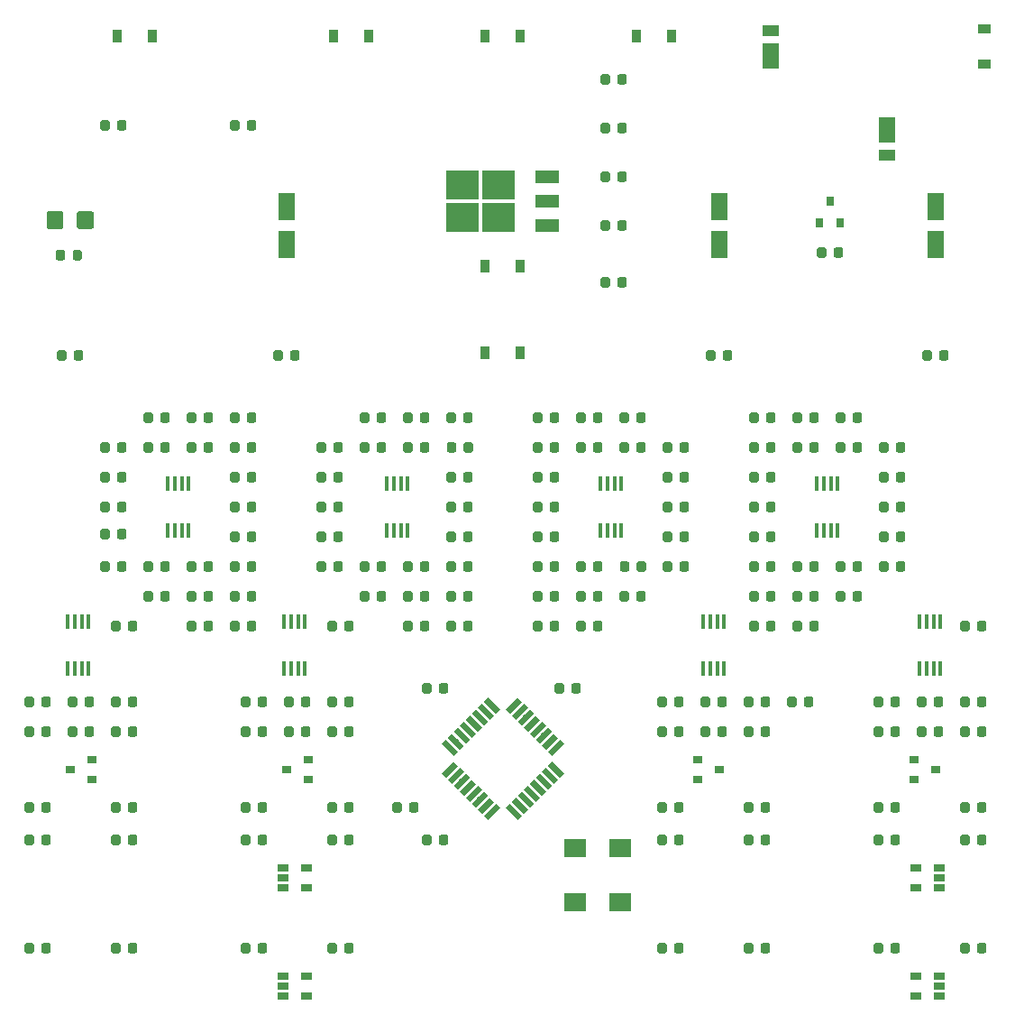
<source format=gbr>
G04 #@! TF.GenerationSoftware,KiCad,Pcbnew,5.0.0-fee4fd1~66~ubuntu16.04.1*
G04 #@! TF.CreationDate,2018-12-26T20:43:45+08:00*
G04 #@! TF.ProjectId,Sequencer,53657175656E6365722E6B696361645F,rev?*
G04 #@! TF.SameCoordinates,PX8d9e880PY6424e28*
G04 #@! TF.FileFunction,Paste,Bot*
G04 #@! TF.FilePolarity,Positive*
%FSLAX46Y46*%
G04 Gerber Fmt 4.6, Leading zero omitted, Abs format (unit mm)*
G04 Created by KiCad (PCBNEW 5.0.0-fee4fd1~66~ubuntu16.04.1) date Wed Dec 26 20:43:45 2018*
%MOMM*%
%LPD*%
G01*
G04 APERTURE LIST*
%ADD10R,1.600000X2.600000*%
%ADD11C,0.100000*%
%ADD12C,0.875000*%
%ADD13R,1.500000X1.050000*%
%ADD14R,1.500000X2.400000*%
%ADD15R,0.900000X1.200000*%
%ADD16R,1.200000X0.900000*%
%ADD17C,1.600000*%
%ADD18R,2.000000X1.800000*%
%ADD19C,0.550000*%
%ADD20R,0.450000X1.450000*%
%ADD21R,0.800000X0.900000*%
%ADD22R,0.900000X0.800000*%
%ADD23R,1.060000X0.650000*%
%ADD24R,2.200000X1.200000*%
%ADD25R,3.050000X2.750000*%
G04 APERTURE END LIST*
D10*
G04 #@! TO.C,C1*
X20320440Y29993980D03*
X20320440Y26393980D03*
G04 #@! TD*
G04 #@! TO.C,C2*
X40640440Y26393980D03*
X40640440Y29993980D03*
G04 #@! TD*
G04 #@! TO.C,C5*
X-20319560Y29993980D03*
X-20319560Y26393980D03*
G04 #@! TD*
D11*
G04 #@! TO.C,C4*
G36*
X9867131Y28667927D02*
X9888366Y28664777D01*
X9909190Y28659561D01*
X9929402Y28652329D01*
X9948808Y28643150D01*
X9967221Y28632114D01*
X9984464Y28619326D01*
X10000370Y28604910D01*
X10014786Y28589004D01*
X10027574Y28571761D01*
X10038610Y28553348D01*
X10047789Y28533942D01*
X10055021Y28513730D01*
X10060237Y28492906D01*
X10063387Y28471671D01*
X10064440Y28450230D01*
X10064440Y27937730D01*
X10063387Y27916289D01*
X10060237Y27895054D01*
X10055021Y27874230D01*
X10047789Y27854018D01*
X10038610Y27834612D01*
X10027574Y27816199D01*
X10014786Y27798956D01*
X10000370Y27783050D01*
X9984464Y27768634D01*
X9967221Y27755846D01*
X9948808Y27744810D01*
X9929402Y27735631D01*
X9909190Y27728399D01*
X9888366Y27723183D01*
X9867131Y27720033D01*
X9845690Y27718980D01*
X9408190Y27718980D01*
X9386749Y27720033D01*
X9365514Y27723183D01*
X9344690Y27728399D01*
X9324478Y27735631D01*
X9305072Y27744810D01*
X9286659Y27755846D01*
X9269416Y27768634D01*
X9253510Y27783050D01*
X9239094Y27798956D01*
X9226306Y27816199D01*
X9215270Y27834612D01*
X9206091Y27854018D01*
X9198859Y27874230D01*
X9193643Y27895054D01*
X9190493Y27916289D01*
X9189440Y27937730D01*
X9189440Y28450230D01*
X9190493Y28471671D01*
X9193643Y28492906D01*
X9198859Y28513730D01*
X9206091Y28533942D01*
X9215270Y28553348D01*
X9226306Y28571761D01*
X9239094Y28589004D01*
X9253510Y28604910D01*
X9269416Y28619326D01*
X9286659Y28632114D01*
X9305072Y28643150D01*
X9324478Y28652329D01*
X9344690Y28659561D01*
X9365514Y28664777D01*
X9386749Y28667927D01*
X9408190Y28668980D01*
X9845690Y28668980D01*
X9867131Y28667927D01*
X9867131Y28667927D01*
G37*
D12*
X9626940Y28193980D03*
D11*
G36*
X11442131Y28667927D02*
X11463366Y28664777D01*
X11484190Y28659561D01*
X11504402Y28652329D01*
X11523808Y28643150D01*
X11542221Y28632114D01*
X11559464Y28619326D01*
X11575370Y28604910D01*
X11589786Y28589004D01*
X11602574Y28571761D01*
X11613610Y28553348D01*
X11622789Y28533942D01*
X11630021Y28513730D01*
X11635237Y28492906D01*
X11638387Y28471671D01*
X11639440Y28450230D01*
X11639440Y27937730D01*
X11638387Y27916289D01*
X11635237Y27895054D01*
X11630021Y27874230D01*
X11622789Y27854018D01*
X11613610Y27834612D01*
X11602574Y27816199D01*
X11589786Y27798956D01*
X11575370Y27783050D01*
X11559464Y27768634D01*
X11542221Y27755846D01*
X11523808Y27744810D01*
X11504402Y27735631D01*
X11484190Y27728399D01*
X11463366Y27723183D01*
X11442131Y27720033D01*
X11420690Y27718980D01*
X10983190Y27718980D01*
X10961749Y27720033D01*
X10940514Y27723183D01*
X10919690Y27728399D01*
X10899478Y27735631D01*
X10880072Y27744810D01*
X10861659Y27755846D01*
X10844416Y27768634D01*
X10828510Y27783050D01*
X10814094Y27798956D01*
X10801306Y27816199D01*
X10790270Y27834612D01*
X10781091Y27854018D01*
X10773859Y27874230D01*
X10768643Y27895054D01*
X10765493Y27916289D01*
X10764440Y27937730D01*
X10764440Y28450230D01*
X10765493Y28471671D01*
X10768643Y28492906D01*
X10773859Y28513730D01*
X10781091Y28533942D01*
X10790270Y28553348D01*
X10801306Y28571761D01*
X10814094Y28589004D01*
X10828510Y28604910D01*
X10844416Y28619326D01*
X10861659Y28632114D01*
X10880072Y28643150D01*
X10899478Y28652329D01*
X10919690Y28659561D01*
X10940514Y28664777D01*
X10961749Y28667927D01*
X10983190Y28668980D01*
X11420690Y28668980D01*
X11442131Y28667927D01*
X11442131Y28667927D01*
G37*
D12*
X11201940Y28193980D03*
G04 #@! TD*
D11*
G04 #@! TO.C,C6*
G36*
X-8115869Y-25942373D02*
X-8094634Y-25945523D01*
X-8073810Y-25950739D01*
X-8053598Y-25957971D01*
X-8034192Y-25967150D01*
X-8015779Y-25978186D01*
X-7998536Y-25990974D01*
X-7982630Y-26005390D01*
X-7968214Y-26021296D01*
X-7955426Y-26038539D01*
X-7944390Y-26056952D01*
X-7935211Y-26076358D01*
X-7927979Y-26096570D01*
X-7922763Y-26117394D01*
X-7919613Y-26138629D01*
X-7918560Y-26160070D01*
X-7918560Y-26672570D01*
X-7919613Y-26694011D01*
X-7922763Y-26715246D01*
X-7927979Y-26736070D01*
X-7935211Y-26756282D01*
X-7944390Y-26775688D01*
X-7955426Y-26794101D01*
X-7968214Y-26811344D01*
X-7982630Y-26827250D01*
X-7998536Y-26841666D01*
X-8015779Y-26854454D01*
X-8034192Y-26865490D01*
X-8053598Y-26874669D01*
X-8073810Y-26881901D01*
X-8094634Y-26887117D01*
X-8115869Y-26890267D01*
X-8137310Y-26891320D01*
X-8574810Y-26891320D01*
X-8596251Y-26890267D01*
X-8617486Y-26887117D01*
X-8638310Y-26881901D01*
X-8658522Y-26874669D01*
X-8677928Y-26865490D01*
X-8696341Y-26854454D01*
X-8713584Y-26841666D01*
X-8729490Y-26827250D01*
X-8743906Y-26811344D01*
X-8756694Y-26794101D01*
X-8767730Y-26775688D01*
X-8776909Y-26756282D01*
X-8784141Y-26736070D01*
X-8789357Y-26715246D01*
X-8792507Y-26694011D01*
X-8793560Y-26672570D01*
X-8793560Y-26160070D01*
X-8792507Y-26138629D01*
X-8789357Y-26117394D01*
X-8784141Y-26096570D01*
X-8776909Y-26076358D01*
X-8767730Y-26056952D01*
X-8756694Y-26038539D01*
X-8743906Y-26021296D01*
X-8729490Y-26005390D01*
X-8713584Y-25990974D01*
X-8696341Y-25978186D01*
X-8677928Y-25967150D01*
X-8658522Y-25957971D01*
X-8638310Y-25950739D01*
X-8617486Y-25945523D01*
X-8596251Y-25942373D01*
X-8574810Y-25941320D01*
X-8137310Y-25941320D01*
X-8115869Y-25942373D01*
X-8115869Y-25942373D01*
G37*
D12*
X-8356060Y-26416320D03*
D11*
G36*
X-9690869Y-25942373D02*
X-9669634Y-25945523D01*
X-9648810Y-25950739D01*
X-9628598Y-25957971D01*
X-9609192Y-25967150D01*
X-9590779Y-25978186D01*
X-9573536Y-25990974D01*
X-9557630Y-26005390D01*
X-9543214Y-26021296D01*
X-9530426Y-26038539D01*
X-9519390Y-26056952D01*
X-9510211Y-26076358D01*
X-9502979Y-26096570D01*
X-9497763Y-26117394D01*
X-9494613Y-26138629D01*
X-9493560Y-26160070D01*
X-9493560Y-26672570D01*
X-9494613Y-26694011D01*
X-9497763Y-26715246D01*
X-9502979Y-26736070D01*
X-9510211Y-26756282D01*
X-9519390Y-26775688D01*
X-9530426Y-26794101D01*
X-9543214Y-26811344D01*
X-9557630Y-26827250D01*
X-9573536Y-26841666D01*
X-9590779Y-26854454D01*
X-9609192Y-26865490D01*
X-9628598Y-26874669D01*
X-9648810Y-26881901D01*
X-9669634Y-26887117D01*
X-9690869Y-26890267D01*
X-9712310Y-26891320D01*
X-10149810Y-26891320D01*
X-10171251Y-26890267D01*
X-10192486Y-26887117D01*
X-10213310Y-26881901D01*
X-10233522Y-26874669D01*
X-10252928Y-26865490D01*
X-10271341Y-26854454D01*
X-10288584Y-26841666D01*
X-10304490Y-26827250D01*
X-10318906Y-26811344D01*
X-10331694Y-26794101D01*
X-10342730Y-26775688D01*
X-10351909Y-26756282D01*
X-10359141Y-26736070D01*
X-10364357Y-26715246D01*
X-10367507Y-26694011D01*
X-10368560Y-26672570D01*
X-10368560Y-26160070D01*
X-10367507Y-26138629D01*
X-10364357Y-26117394D01*
X-10359141Y-26096570D01*
X-10351909Y-26076358D01*
X-10342730Y-26056952D01*
X-10331694Y-26038539D01*
X-10318906Y-26021296D01*
X-10304490Y-26005390D01*
X-10288584Y-25990974D01*
X-10271341Y-25978186D01*
X-10252928Y-25967150D01*
X-10233522Y-25957971D01*
X-10213310Y-25950739D01*
X-10192486Y-25945523D01*
X-10171251Y-25942373D01*
X-10149810Y-25941320D01*
X-9712310Y-25941320D01*
X-9690869Y-25942373D01*
X-9690869Y-25942373D01*
G37*
D12*
X-9931060Y-26416320D03*
G04 #@! TD*
D11*
G04 #@! TO.C,C7*
G36*
X5549131Y-14766373D02*
X5570366Y-14769523D01*
X5591190Y-14774739D01*
X5611402Y-14781971D01*
X5630808Y-14791150D01*
X5649221Y-14802186D01*
X5666464Y-14814974D01*
X5682370Y-14829390D01*
X5696786Y-14845296D01*
X5709574Y-14862539D01*
X5720610Y-14880952D01*
X5729789Y-14900358D01*
X5737021Y-14920570D01*
X5742237Y-14941394D01*
X5745387Y-14962629D01*
X5746440Y-14984070D01*
X5746440Y-15496570D01*
X5745387Y-15518011D01*
X5742237Y-15539246D01*
X5737021Y-15560070D01*
X5729789Y-15580282D01*
X5720610Y-15599688D01*
X5709574Y-15618101D01*
X5696786Y-15635344D01*
X5682370Y-15651250D01*
X5666464Y-15665666D01*
X5649221Y-15678454D01*
X5630808Y-15689490D01*
X5611402Y-15698669D01*
X5591190Y-15705901D01*
X5570366Y-15711117D01*
X5549131Y-15714267D01*
X5527690Y-15715320D01*
X5090190Y-15715320D01*
X5068749Y-15714267D01*
X5047514Y-15711117D01*
X5026690Y-15705901D01*
X5006478Y-15698669D01*
X4987072Y-15689490D01*
X4968659Y-15678454D01*
X4951416Y-15665666D01*
X4935510Y-15651250D01*
X4921094Y-15635344D01*
X4908306Y-15618101D01*
X4897270Y-15599688D01*
X4888091Y-15580282D01*
X4880859Y-15560070D01*
X4875643Y-15539246D01*
X4872493Y-15518011D01*
X4871440Y-15496570D01*
X4871440Y-14984070D01*
X4872493Y-14962629D01*
X4875643Y-14941394D01*
X4880859Y-14920570D01*
X4888091Y-14900358D01*
X4897270Y-14880952D01*
X4908306Y-14862539D01*
X4921094Y-14845296D01*
X4935510Y-14829390D01*
X4951416Y-14814974D01*
X4968659Y-14802186D01*
X4987072Y-14791150D01*
X5006478Y-14781971D01*
X5026690Y-14774739D01*
X5047514Y-14769523D01*
X5068749Y-14766373D01*
X5090190Y-14765320D01*
X5527690Y-14765320D01*
X5549131Y-14766373D01*
X5549131Y-14766373D01*
G37*
D12*
X5308940Y-15240320D03*
D11*
G36*
X7124131Y-14766373D02*
X7145366Y-14769523D01*
X7166190Y-14774739D01*
X7186402Y-14781971D01*
X7205808Y-14791150D01*
X7224221Y-14802186D01*
X7241464Y-14814974D01*
X7257370Y-14829390D01*
X7271786Y-14845296D01*
X7284574Y-14862539D01*
X7295610Y-14880952D01*
X7304789Y-14900358D01*
X7312021Y-14920570D01*
X7317237Y-14941394D01*
X7320387Y-14962629D01*
X7321440Y-14984070D01*
X7321440Y-15496570D01*
X7320387Y-15518011D01*
X7317237Y-15539246D01*
X7312021Y-15560070D01*
X7304789Y-15580282D01*
X7295610Y-15599688D01*
X7284574Y-15618101D01*
X7271786Y-15635344D01*
X7257370Y-15651250D01*
X7241464Y-15665666D01*
X7224221Y-15678454D01*
X7205808Y-15689490D01*
X7186402Y-15698669D01*
X7166190Y-15705901D01*
X7145366Y-15711117D01*
X7124131Y-15714267D01*
X7102690Y-15715320D01*
X6665190Y-15715320D01*
X6643749Y-15714267D01*
X6622514Y-15711117D01*
X6601690Y-15705901D01*
X6581478Y-15698669D01*
X6562072Y-15689490D01*
X6543659Y-15678454D01*
X6526416Y-15665666D01*
X6510510Y-15651250D01*
X6496094Y-15635344D01*
X6483306Y-15618101D01*
X6472270Y-15599688D01*
X6463091Y-15580282D01*
X6455859Y-15560070D01*
X6450643Y-15539246D01*
X6447493Y-15518011D01*
X6446440Y-15496570D01*
X6446440Y-14984070D01*
X6447493Y-14962629D01*
X6450643Y-14941394D01*
X6455859Y-14920570D01*
X6463091Y-14900358D01*
X6472270Y-14880952D01*
X6483306Y-14862539D01*
X6496094Y-14845296D01*
X6510510Y-14829390D01*
X6526416Y-14814974D01*
X6543659Y-14802186D01*
X6562072Y-14791150D01*
X6581478Y-14781971D01*
X6601690Y-14774739D01*
X6622514Y-14769523D01*
X6643749Y-14766373D01*
X6665190Y-14765320D01*
X7102690Y-14765320D01*
X7124131Y-14766373D01*
X7124131Y-14766373D01*
G37*
D12*
X6883940Y-15240320D03*
G04 #@! TD*
D11*
G04 #@! TO.C,C8*
G36*
X-5321869Y-28990373D02*
X-5300634Y-28993523D01*
X-5279810Y-28998739D01*
X-5259598Y-29005971D01*
X-5240192Y-29015150D01*
X-5221779Y-29026186D01*
X-5204536Y-29038974D01*
X-5188630Y-29053390D01*
X-5174214Y-29069296D01*
X-5161426Y-29086539D01*
X-5150390Y-29104952D01*
X-5141211Y-29124358D01*
X-5133979Y-29144570D01*
X-5128763Y-29165394D01*
X-5125613Y-29186629D01*
X-5124560Y-29208070D01*
X-5124560Y-29720570D01*
X-5125613Y-29742011D01*
X-5128763Y-29763246D01*
X-5133979Y-29784070D01*
X-5141211Y-29804282D01*
X-5150390Y-29823688D01*
X-5161426Y-29842101D01*
X-5174214Y-29859344D01*
X-5188630Y-29875250D01*
X-5204536Y-29889666D01*
X-5221779Y-29902454D01*
X-5240192Y-29913490D01*
X-5259598Y-29922669D01*
X-5279810Y-29929901D01*
X-5300634Y-29935117D01*
X-5321869Y-29938267D01*
X-5343310Y-29939320D01*
X-5780810Y-29939320D01*
X-5802251Y-29938267D01*
X-5823486Y-29935117D01*
X-5844310Y-29929901D01*
X-5864522Y-29922669D01*
X-5883928Y-29913490D01*
X-5902341Y-29902454D01*
X-5919584Y-29889666D01*
X-5935490Y-29875250D01*
X-5949906Y-29859344D01*
X-5962694Y-29842101D01*
X-5973730Y-29823688D01*
X-5982909Y-29804282D01*
X-5990141Y-29784070D01*
X-5995357Y-29763246D01*
X-5998507Y-29742011D01*
X-5999560Y-29720570D01*
X-5999560Y-29208070D01*
X-5998507Y-29186629D01*
X-5995357Y-29165394D01*
X-5990141Y-29144570D01*
X-5982909Y-29124358D01*
X-5973730Y-29104952D01*
X-5962694Y-29086539D01*
X-5949906Y-29069296D01*
X-5935490Y-29053390D01*
X-5919584Y-29038974D01*
X-5902341Y-29026186D01*
X-5883928Y-29015150D01*
X-5864522Y-29005971D01*
X-5844310Y-28998739D01*
X-5823486Y-28993523D01*
X-5802251Y-28990373D01*
X-5780810Y-28989320D01*
X-5343310Y-28989320D01*
X-5321869Y-28990373D01*
X-5321869Y-28990373D01*
G37*
D12*
X-5562060Y-29464320D03*
D11*
G36*
X-6896869Y-28990373D02*
X-6875634Y-28993523D01*
X-6854810Y-28998739D01*
X-6834598Y-29005971D01*
X-6815192Y-29015150D01*
X-6796779Y-29026186D01*
X-6779536Y-29038974D01*
X-6763630Y-29053390D01*
X-6749214Y-29069296D01*
X-6736426Y-29086539D01*
X-6725390Y-29104952D01*
X-6716211Y-29124358D01*
X-6708979Y-29144570D01*
X-6703763Y-29165394D01*
X-6700613Y-29186629D01*
X-6699560Y-29208070D01*
X-6699560Y-29720570D01*
X-6700613Y-29742011D01*
X-6703763Y-29763246D01*
X-6708979Y-29784070D01*
X-6716211Y-29804282D01*
X-6725390Y-29823688D01*
X-6736426Y-29842101D01*
X-6749214Y-29859344D01*
X-6763630Y-29875250D01*
X-6779536Y-29889666D01*
X-6796779Y-29902454D01*
X-6815192Y-29913490D01*
X-6834598Y-29922669D01*
X-6854810Y-29929901D01*
X-6875634Y-29935117D01*
X-6896869Y-29938267D01*
X-6918310Y-29939320D01*
X-7355810Y-29939320D01*
X-7377251Y-29938267D01*
X-7398486Y-29935117D01*
X-7419310Y-29929901D01*
X-7439522Y-29922669D01*
X-7458928Y-29913490D01*
X-7477341Y-29902454D01*
X-7494584Y-29889666D01*
X-7510490Y-29875250D01*
X-7524906Y-29859344D01*
X-7537694Y-29842101D01*
X-7548730Y-29823688D01*
X-7557909Y-29804282D01*
X-7565141Y-29784070D01*
X-7570357Y-29763246D01*
X-7573507Y-29742011D01*
X-7574560Y-29720570D01*
X-7574560Y-29208070D01*
X-7573507Y-29186629D01*
X-7570357Y-29165394D01*
X-7565141Y-29144570D01*
X-7557909Y-29124358D01*
X-7548730Y-29104952D01*
X-7537694Y-29086539D01*
X-7524906Y-29069296D01*
X-7510490Y-29053390D01*
X-7494584Y-29038974D01*
X-7477341Y-29026186D01*
X-7458928Y-29015150D01*
X-7439522Y-29005971D01*
X-7419310Y-28998739D01*
X-7398486Y-28993523D01*
X-7377251Y-28990373D01*
X-7355810Y-28989320D01*
X-6918310Y-28989320D01*
X-6896869Y-28990373D01*
X-6896869Y-28990373D01*
G37*
D12*
X-7137060Y-29464320D03*
G04 #@! TD*
D11*
G04 #@! TO.C,C9*
G36*
X-42659869Y-16036373D02*
X-42638634Y-16039523D01*
X-42617810Y-16044739D01*
X-42597598Y-16051971D01*
X-42578192Y-16061150D01*
X-42559779Y-16072186D01*
X-42542536Y-16084974D01*
X-42526630Y-16099390D01*
X-42512214Y-16115296D01*
X-42499426Y-16132539D01*
X-42488390Y-16150952D01*
X-42479211Y-16170358D01*
X-42471979Y-16190570D01*
X-42466763Y-16211394D01*
X-42463613Y-16232629D01*
X-42462560Y-16254070D01*
X-42462560Y-16766570D01*
X-42463613Y-16788011D01*
X-42466763Y-16809246D01*
X-42471979Y-16830070D01*
X-42479211Y-16850282D01*
X-42488390Y-16869688D01*
X-42499426Y-16888101D01*
X-42512214Y-16905344D01*
X-42526630Y-16921250D01*
X-42542536Y-16935666D01*
X-42559779Y-16948454D01*
X-42578192Y-16959490D01*
X-42597598Y-16968669D01*
X-42617810Y-16975901D01*
X-42638634Y-16981117D01*
X-42659869Y-16984267D01*
X-42681310Y-16985320D01*
X-43118810Y-16985320D01*
X-43140251Y-16984267D01*
X-43161486Y-16981117D01*
X-43182310Y-16975901D01*
X-43202522Y-16968669D01*
X-43221928Y-16959490D01*
X-43240341Y-16948454D01*
X-43257584Y-16935666D01*
X-43273490Y-16921250D01*
X-43287906Y-16905344D01*
X-43300694Y-16888101D01*
X-43311730Y-16869688D01*
X-43320909Y-16850282D01*
X-43328141Y-16830070D01*
X-43333357Y-16809246D01*
X-43336507Y-16788011D01*
X-43337560Y-16766570D01*
X-43337560Y-16254070D01*
X-43336507Y-16232629D01*
X-43333357Y-16211394D01*
X-43328141Y-16190570D01*
X-43320909Y-16170358D01*
X-43311730Y-16150952D01*
X-43300694Y-16132539D01*
X-43287906Y-16115296D01*
X-43273490Y-16099390D01*
X-43257584Y-16084974D01*
X-43240341Y-16072186D01*
X-43221928Y-16061150D01*
X-43202522Y-16051971D01*
X-43182310Y-16044739D01*
X-43161486Y-16039523D01*
X-43140251Y-16036373D01*
X-43118810Y-16035320D01*
X-42681310Y-16035320D01*
X-42659869Y-16036373D01*
X-42659869Y-16036373D01*
G37*
D12*
X-42900060Y-16510320D03*
D11*
G36*
X-44234869Y-16036373D02*
X-44213634Y-16039523D01*
X-44192810Y-16044739D01*
X-44172598Y-16051971D01*
X-44153192Y-16061150D01*
X-44134779Y-16072186D01*
X-44117536Y-16084974D01*
X-44101630Y-16099390D01*
X-44087214Y-16115296D01*
X-44074426Y-16132539D01*
X-44063390Y-16150952D01*
X-44054211Y-16170358D01*
X-44046979Y-16190570D01*
X-44041763Y-16211394D01*
X-44038613Y-16232629D01*
X-44037560Y-16254070D01*
X-44037560Y-16766570D01*
X-44038613Y-16788011D01*
X-44041763Y-16809246D01*
X-44046979Y-16830070D01*
X-44054211Y-16850282D01*
X-44063390Y-16869688D01*
X-44074426Y-16888101D01*
X-44087214Y-16905344D01*
X-44101630Y-16921250D01*
X-44117536Y-16935666D01*
X-44134779Y-16948454D01*
X-44153192Y-16959490D01*
X-44172598Y-16968669D01*
X-44192810Y-16975901D01*
X-44213634Y-16981117D01*
X-44234869Y-16984267D01*
X-44256310Y-16985320D01*
X-44693810Y-16985320D01*
X-44715251Y-16984267D01*
X-44736486Y-16981117D01*
X-44757310Y-16975901D01*
X-44777522Y-16968669D01*
X-44796928Y-16959490D01*
X-44815341Y-16948454D01*
X-44832584Y-16935666D01*
X-44848490Y-16921250D01*
X-44862906Y-16905344D01*
X-44875694Y-16888101D01*
X-44886730Y-16869688D01*
X-44895909Y-16850282D01*
X-44903141Y-16830070D01*
X-44908357Y-16809246D01*
X-44911507Y-16788011D01*
X-44912560Y-16766570D01*
X-44912560Y-16254070D01*
X-44911507Y-16232629D01*
X-44908357Y-16211394D01*
X-44903141Y-16190570D01*
X-44895909Y-16170358D01*
X-44886730Y-16150952D01*
X-44875694Y-16132539D01*
X-44862906Y-16115296D01*
X-44848490Y-16099390D01*
X-44832584Y-16084974D01*
X-44815341Y-16072186D01*
X-44796928Y-16061150D01*
X-44777522Y-16051971D01*
X-44757310Y-16044739D01*
X-44736486Y-16039523D01*
X-44715251Y-16036373D01*
X-44693810Y-16035320D01*
X-44256310Y-16035320D01*
X-44234869Y-16036373D01*
X-44234869Y-16036373D01*
G37*
D12*
X-44475060Y-16510320D03*
G04 #@! TD*
D11*
G04 #@! TO.C,C10*
G36*
X-41186869Y16475927D02*
X-41165634Y16472777D01*
X-41144810Y16467561D01*
X-41124598Y16460329D01*
X-41105192Y16451150D01*
X-41086779Y16440114D01*
X-41069536Y16427326D01*
X-41053630Y16412910D01*
X-41039214Y16397004D01*
X-41026426Y16379761D01*
X-41015390Y16361348D01*
X-41006211Y16341942D01*
X-40998979Y16321730D01*
X-40993763Y16300906D01*
X-40990613Y16279671D01*
X-40989560Y16258230D01*
X-40989560Y15745730D01*
X-40990613Y15724289D01*
X-40993763Y15703054D01*
X-40998979Y15682230D01*
X-41006211Y15662018D01*
X-41015390Y15642612D01*
X-41026426Y15624199D01*
X-41039214Y15606956D01*
X-41053630Y15591050D01*
X-41069536Y15576634D01*
X-41086779Y15563846D01*
X-41105192Y15552810D01*
X-41124598Y15543631D01*
X-41144810Y15536399D01*
X-41165634Y15531183D01*
X-41186869Y15528033D01*
X-41208310Y15526980D01*
X-41645810Y15526980D01*
X-41667251Y15528033D01*
X-41688486Y15531183D01*
X-41709310Y15536399D01*
X-41729522Y15543631D01*
X-41748928Y15552810D01*
X-41767341Y15563846D01*
X-41784584Y15576634D01*
X-41800490Y15591050D01*
X-41814906Y15606956D01*
X-41827694Y15624199D01*
X-41838730Y15642612D01*
X-41847909Y15662018D01*
X-41855141Y15682230D01*
X-41860357Y15703054D01*
X-41863507Y15724289D01*
X-41864560Y15745730D01*
X-41864560Y16258230D01*
X-41863507Y16279671D01*
X-41860357Y16300906D01*
X-41855141Y16321730D01*
X-41847909Y16341942D01*
X-41838730Y16361348D01*
X-41827694Y16379761D01*
X-41814906Y16397004D01*
X-41800490Y16412910D01*
X-41784584Y16427326D01*
X-41767341Y16440114D01*
X-41748928Y16451150D01*
X-41729522Y16460329D01*
X-41709310Y16467561D01*
X-41688486Y16472777D01*
X-41667251Y16475927D01*
X-41645810Y16476980D01*
X-41208310Y16476980D01*
X-41186869Y16475927D01*
X-41186869Y16475927D01*
G37*
D12*
X-41427060Y16001980D03*
D11*
G36*
X-39611869Y16475927D02*
X-39590634Y16472777D01*
X-39569810Y16467561D01*
X-39549598Y16460329D01*
X-39530192Y16451150D01*
X-39511779Y16440114D01*
X-39494536Y16427326D01*
X-39478630Y16412910D01*
X-39464214Y16397004D01*
X-39451426Y16379761D01*
X-39440390Y16361348D01*
X-39431211Y16341942D01*
X-39423979Y16321730D01*
X-39418763Y16300906D01*
X-39415613Y16279671D01*
X-39414560Y16258230D01*
X-39414560Y15745730D01*
X-39415613Y15724289D01*
X-39418763Y15703054D01*
X-39423979Y15682230D01*
X-39431211Y15662018D01*
X-39440390Y15642612D01*
X-39451426Y15624199D01*
X-39464214Y15606956D01*
X-39478630Y15591050D01*
X-39494536Y15576634D01*
X-39511779Y15563846D01*
X-39530192Y15552810D01*
X-39549598Y15543631D01*
X-39569810Y15536399D01*
X-39590634Y15531183D01*
X-39611869Y15528033D01*
X-39633310Y15526980D01*
X-40070810Y15526980D01*
X-40092251Y15528033D01*
X-40113486Y15531183D01*
X-40134310Y15536399D01*
X-40154522Y15543631D01*
X-40173928Y15552810D01*
X-40192341Y15563846D01*
X-40209584Y15576634D01*
X-40225490Y15591050D01*
X-40239906Y15606956D01*
X-40252694Y15624199D01*
X-40263730Y15642612D01*
X-40272909Y15662018D01*
X-40280141Y15682230D01*
X-40285357Y15703054D01*
X-40288507Y15724289D01*
X-40289560Y15745730D01*
X-40289560Y16258230D01*
X-40288507Y16279671D01*
X-40285357Y16300906D01*
X-40280141Y16321730D01*
X-40272909Y16341942D01*
X-40263730Y16361348D01*
X-40252694Y16379761D01*
X-40239906Y16397004D01*
X-40225490Y16412910D01*
X-40209584Y16427326D01*
X-40192341Y16440114D01*
X-40173928Y16451150D01*
X-40154522Y16460329D01*
X-40134310Y16467561D01*
X-40113486Y16472777D01*
X-40092251Y16475927D01*
X-40070810Y16476980D01*
X-39633310Y16476980D01*
X-39611869Y16475927D01*
X-39611869Y16475927D01*
G37*
D12*
X-39852060Y16001980D03*
G04 #@! TD*
D11*
G04 #@! TO.C,C11*
G36*
X-40170869Y-18830373D02*
X-40149634Y-18833523D01*
X-40128810Y-18838739D01*
X-40108598Y-18845971D01*
X-40089192Y-18855150D01*
X-40070779Y-18866186D01*
X-40053536Y-18878974D01*
X-40037630Y-18893390D01*
X-40023214Y-18909296D01*
X-40010426Y-18926539D01*
X-39999390Y-18944952D01*
X-39990211Y-18964358D01*
X-39982979Y-18984570D01*
X-39977763Y-19005394D01*
X-39974613Y-19026629D01*
X-39973560Y-19048070D01*
X-39973560Y-19560570D01*
X-39974613Y-19582011D01*
X-39977763Y-19603246D01*
X-39982979Y-19624070D01*
X-39990211Y-19644282D01*
X-39999390Y-19663688D01*
X-40010426Y-19682101D01*
X-40023214Y-19699344D01*
X-40037630Y-19715250D01*
X-40053536Y-19729666D01*
X-40070779Y-19742454D01*
X-40089192Y-19753490D01*
X-40108598Y-19762669D01*
X-40128810Y-19769901D01*
X-40149634Y-19775117D01*
X-40170869Y-19778267D01*
X-40192310Y-19779320D01*
X-40629810Y-19779320D01*
X-40651251Y-19778267D01*
X-40672486Y-19775117D01*
X-40693310Y-19769901D01*
X-40713522Y-19762669D01*
X-40732928Y-19753490D01*
X-40751341Y-19742454D01*
X-40768584Y-19729666D01*
X-40784490Y-19715250D01*
X-40798906Y-19699344D01*
X-40811694Y-19682101D01*
X-40822730Y-19663688D01*
X-40831909Y-19644282D01*
X-40839141Y-19624070D01*
X-40844357Y-19603246D01*
X-40847507Y-19582011D01*
X-40848560Y-19560570D01*
X-40848560Y-19048070D01*
X-40847507Y-19026629D01*
X-40844357Y-19005394D01*
X-40839141Y-18984570D01*
X-40831909Y-18964358D01*
X-40822730Y-18944952D01*
X-40811694Y-18926539D01*
X-40798906Y-18909296D01*
X-40784490Y-18893390D01*
X-40768584Y-18878974D01*
X-40751341Y-18866186D01*
X-40732928Y-18855150D01*
X-40713522Y-18845971D01*
X-40693310Y-18838739D01*
X-40672486Y-18833523D01*
X-40651251Y-18830373D01*
X-40629810Y-18829320D01*
X-40192310Y-18829320D01*
X-40170869Y-18830373D01*
X-40170869Y-18830373D01*
G37*
D12*
X-40411060Y-19304320D03*
D11*
G36*
X-38595869Y-18830373D02*
X-38574634Y-18833523D01*
X-38553810Y-18838739D01*
X-38533598Y-18845971D01*
X-38514192Y-18855150D01*
X-38495779Y-18866186D01*
X-38478536Y-18878974D01*
X-38462630Y-18893390D01*
X-38448214Y-18909296D01*
X-38435426Y-18926539D01*
X-38424390Y-18944952D01*
X-38415211Y-18964358D01*
X-38407979Y-18984570D01*
X-38402763Y-19005394D01*
X-38399613Y-19026629D01*
X-38398560Y-19048070D01*
X-38398560Y-19560570D01*
X-38399613Y-19582011D01*
X-38402763Y-19603246D01*
X-38407979Y-19624070D01*
X-38415211Y-19644282D01*
X-38424390Y-19663688D01*
X-38435426Y-19682101D01*
X-38448214Y-19699344D01*
X-38462630Y-19715250D01*
X-38478536Y-19729666D01*
X-38495779Y-19742454D01*
X-38514192Y-19753490D01*
X-38533598Y-19762669D01*
X-38553810Y-19769901D01*
X-38574634Y-19775117D01*
X-38595869Y-19778267D01*
X-38617310Y-19779320D01*
X-39054810Y-19779320D01*
X-39076251Y-19778267D01*
X-39097486Y-19775117D01*
X-39118310Y-19769901D01*
X-39138522Y-19762669D01*
X-39157928Y-19753490D01*
X-39176341Y-19742454D01*
X-39193584Y-19729666D01*
X-39209490Y-19715250D01*
X-39223906Y-19699344D01*
X-39236694Y-19682101D01*
X-39247730Y-19663688D01*
X-39256909Y-19644282D01*
X-39264141Y-19624070D01*
X-39269357Y-19603246D01*
X-39272507Y-19582011D01*
X-39273560Y-19560570D01*
X-39273560Y-19048070D01*
X-39272507Y-19026629D01*
X-39269357Y-19005394D01*
X-39264141Y-18984570D01*
X-39256909Y-18964358D01*
X-39247730Y-18944952D01*
X-39236694Y-18926539D01*
X-39223906Y-18909296D01*
X-39209490Y-18893390D01*
X-39193584Y-18878974D01*
X-39176341Y-18866186D01*
X-39157928Y-18855150D01*
X-39138522Y-18845971D01*
X-39118310Y-18838739D01*
X-39097486Y-18833523D01*
X-39076251Y-18830373D01*
X-39054810Y-18829320D01*
X-38617310Y-18829320D01*
X-38595869Y-18830373D01*
X-38595869Y-18830373D01*
G37*
D12*
X-38836060Y-19304320D03*
G04 #@! TD*
D11*
G04 #@! TO.C,C12*
G36*
X-22339869Y-16036373D02*
X-22318634Y-16039523D01*
X-22297810Y-16044739D01*
X-22277598Y-16051971D01*
X-22258192Y-16061150D01*
X-22239779Y-16072186D01*
X-22222536Y-16084974D01*
X-22206630Y-16099390D01*
X-22192214Y-16115296D01*
X-22179426Y-16132539D01*
X-22168390Y-16150952D01*
X-22159211Y-16170358D01*
X-22151979Y-16190570D01*
X-22146763Y-16211394D01*
X-22143613Y-16232629D01*
X-22142560Y-16254070D01*
X-22142560Y-16766570D01*
X-22143613Y-16788011D01*
X-22146763Y-16809246D01*
X-22151979Y-16830070D01*
X-22159211Y-16850282D01*
X-22168390Y-16869688D01*
X-22179426Y-16888101D01*
X-22192214Y-16905344D01*
X-22206630Y-16921250D01*
X-22222536Y-16935666D01*
X-22239779Y-16948454D01*
X-22258192Y-16959490D01*
X-22277598Y-16968669D01*
X-22297810Y-16975901D01*
X-22318634Y-16981117D01*
X-22339869Y-16984267D01*
X-22361310Y-16985320D01*
X-22798810Y-16985320D01*
X-22820251Y-16984267D01*
X-22841486Y-16981117D01*
X-22862310Y-16975901D01*
X-22882522Y-16968669D01*
X-22901928Y-16959490D01*
X-22920341Y-16948454D01*
X-22937584Y-16935666D01*
X-22953490Y-16921250D01*
X-22967906Y-16905344D01*
X-22980694Y-16888101D01*
X-22991730Y-16869688D01*
X-23000909Y-16850282D01*
X-23008141Y-16830070D01*
X-23013357Y-16809246D01*
X-23016507Y-16788011D01*
X-23017560Y-16766570D01*
X-23017560Y-16254070D01*
X-23016507Y-16232629D01*
X-23013357Y-16211394D01*
X-23008141Y-16190570D01*
X-23000909Y-16170358D01*
X-22991730Y-16150952D01*
X-22980694Y-16132539D01*
X-22967906Y-16115296D01*
X-22953490Y-16099390D01*
X-22937584Y-16084974D01*
X-22920341Y-16072186D01*
X-22901928Y-16061150D01*
X-22882522Y-16051971D01*
X-22862310Y-16044739D01*
X-22841486Y-16039523D01*
X-22820251Y-16036373D01*
X-22798810Y-16035320D01*
X-22361310Y-16035320D01*
X-22339869Y-16036373D01*
X-22339869Y-16036373D01*
G37*
D12*
X-22580060Y-16510320D03*
D11*
G36*
X-23914869Y-16036373D02*
X-23893634Y-16039523D01*
X-23872810Y-16044739D01*
X-23852598Y-16051971D01*
X-23833192Y-16061150D01*
X-23814779Y-16072186D01*
X-23797536Y-16084974D01*
X-23781630Y-16099390D01*
X-23767214Y-16115296D01*
X-23754426Y-16132539D01*
X-23743390Y-16150952D01*
X-23734211Y-16170358D01*
X-23726979Y-16190570D01*
X-23721763Y-16211394D01*
X-23718613Y-16232629D01*
X-23717560Y-16254070D01*
X-23717560Y-16766570D01*
X-23718613Y-16788011D01*
X-23721763Y-16809246D01*
X-23726979Y-16830070D01*
X-23734211Y-16850282D01*
X-23743390Y-16869688D01*
X-23754426Y-16888101D01*
X-23767214Y-16905344D01*
X-23781630Y-16921250D01*
X-23797536Y-16935666D01*
X-23814779Y-16948454D01*
X-23833192Y-16959490D01*
X-23852598Y-16968669D01*
X-23872810Y-16975901D01*
X-23893634Y-16981117D01*
X-23914869Y-16984267D01*
X-23936310Y-16985320D01*
X-24373810Y-16985320D01*
X-24395251Y-16984267D01*
X-24416486Y-16981117D01*
X-24437310Y-16975901D01*
X-24457522Y-16968669D01*
X-24476928Y-16959490D01*
X-24495341Y-16948454D01*
X-24512584Y-16935666D01*
X-24528490Y-16921250D01*
X-24542906Y-16905344D01*
X-24555694Y-16888101D01*
X-24566730Y-16869688D01*
X-24575909Y-16850282D01*
X-24583141Y-16830070D01*
X-24588357Y-16809246D01*
X-24591507Y-16788011D01*
X-24592560Y-16766570D01*
X-24592560Y-16254070D01*
X-24591507Y-16232629D01*
X-24588357Y-16211394D01*
X-24583141Y-16190570D01*
X-24575909Y-16170358D01*
X-24566730Y-16150952D01*
X-24555694Y-16132539D01*
X-24542906Y-16115296D01*
X-24528490Y-16099390D01*
X-24512584Y-16084974D01*
X-24495341Y-16072186D01*
X-24476928Y-16061150D01*
X-24457522Y-16051971D01*
X-24437310Y-16044739D01*
X-24416486Y-16039523D01*
X-24395251Y-16036373D01*
X-24373810Y-16035320D01*
X-23936310Y-16035320D01*
X-23914869Y-16036373D01*
X-23914869Y-16036373D01*
G37*
D12*
X-24155060Y-16510320D03*
G04 #@! TD*
D11*
G04 #@! TO.C,C13*
G36*
X-19291869Y16475927D02*
X-19270634Y16472777D01*
X-19249810Y16467561D01*
X-19229598Y16460329D01*
X-19210192Y16451150D01*
X-19191779Y16440114D01*
X-19174536Y16427326D01*
X-19158630Y16412910D01*
X-19144214Y16397004D01*
X-19131426Y16379761D01*
X-19120390Y16361348D01*
X-19111211Y16341942D01*
X-19103979Y16321730D01*
X-19098763Y16300906D01*
X-19095613Y16279671D01*
X-19094560Y16258230D01*
X-19094560Y15745730D01*
X-19095613Y15724289D01*
X-19098763Y15703054D01*
X-19103979Y15682230D01*
X-19111211Y15662018D01*
X-19120390Y15642612D01*
X-19131426Y15624199D01*
X-19144214Y15606956D01*
X-19158630Y15591050D01*
X-19174536Y15576634D01*
X-19191779Y15563846D01*
X-19210192Y15552810D01*
X-19229598Y15543631D01*
X-19249810Y15536399D01*
X-19270634Y15531183D01*
X-19291869Y15528033D01*
X-19313310Y15526980D01*
X-19750810Y15526980D01*
X-19772251Y15528033D01*
X-19793486Y15531183D01*
X-19814310Y15536399D01*
X-19834522Y15543631D01*
X-19853928Y15552810D01*
X-19872341Y15563846D01*
X-19889584Y15576634D01*
X-19905490Y15591050D01*
X-19919906Y15606956D01*
X-19932694Y15624199D01*
X-19943730Y15642612D01*
X-19952909Y15662018D01*
X-19960141Y15682230D01*
X-19965357Y15703054D01*
X-19968507Y15724289D01*
X-19969560Y15745730D01*
X-19969560Y16258230D01*
X-19968507Y16279671D01*
X-19965357Y16300906D01*
X-19960141Y16321730D01*
X-19952909Y16341942D01*
X-19943730Y16361348D01*
X-19932694Y16379761D01*
X-19919906Y16397004D01*
X-19905490Y16412910D01*
X-19889584Y16427326D01*
X-19872341Y16440114D01*
X-19853928Y16451150D01*
X-19834522Y16460329D01*
X-19814310Y16467561D01*
X-19793486Y16472777D01*
X-19772251Y16475927D01*
X-19750810Y16476980D01*
X-19313310Y16476980D01*
X-19291869Y16475927D01*
X-19291869Y16475927D01*
G37*
D12*
X-19532060Y16001980D03*
D11*
G36*
X-20866869Y16475927D02*
X-20845634Y16472777D01*
X-20824810Y16467561D01*
X-20804598Y16460329D01*
X-20785192Y16451150D01*
X-20766779Y16440114D01*
X-20749536Y16427326D01*
X-20733630Y16412910D01*
X-20719214Y16397004D01*
X-20706426Y16379761D01*
X-20695390Y16361348D01*
X-20686211Y16341942D01*
X-20678979Y16321730D01*
X-20673763Y16300906D01*
X-20670613Y16279671D01*
X-20669560Y16258230D01*
X-20669560Y15745730D01*
X-20670613Y15724289D01*
X-20673763Y15703054D01*
X-20678979Y15682230D01*
X-20686211Y15662018D01*
X-20695390Y15642612D01*
X-20706426Y15624199D01*
X-20719214Y15606956D01*
X-20733630Y15591050D01*
X-20749536Y15576634D01*
X-20766779Y15563846D01*
X-20785192Y15552810D01*
X-20804598Y15543631D01*
X-20824810Y15536399D01*
X-20845634Y15531183D01*
X-20866869Y15528033D01*
X-20888310Y15526980D01*
X-21325810Y15526980D01*
X-21347251Y15528033D01*
X-21368486Y15531183D01*
X-21389310Y15536399D01*
X-21409522Y15543631D01*
X-21428928Y15552810D01*
X-21447341Y15563846D01*
X-21464584Y15576634D01*
X-21480490Y15591050D01*
X-21494906Y15606956D01*
X-21507694Y15624199D01*
X-21518730Y15642612D01*
X-21527909Y15662018D01*
X-21535141Y15682230D01*
X-21540357Y15703054D01*
X-21543507Y15724289D01*
X-21544560Y15745730D01*
X-21544560Y16258230D01*
X-21543507Y16279671D01*
X-21540357Y16300906D01*
X-21535141Y16321730D01*
X-21527909Y16341942D01*
X-21518730Y16361348D01*
X-21507694Y16379761D01*
X-21494906Y16397004D01*
X-21480490Y16412910D01*
X-21464584Y16427326D01*
X-21447341Y16440114D01*
X-21428928Y16451150D01*
X-21409522Y16460329D01*
X-21389310Y16467561D01*
X-21368486Y16472777D01*
X-21347251Y16475927D01*
X-21325810Y16476980D01*
X-20888310Y16476980D01*
X-20866869Y16475927D01*
X-20866869Y16475927D01*
G37*
D12*
X-21107060Y16001980D03*
G04 #@! TD*
D11*
G04 #@! TO.C,C14*
G36*
X-19850869Y-18830373D02*
X-19829634Y-18833523D01*
X-19808810Y-18838739D01*
X-19788598Y-18845971D01*
X-19769192Y-18855150D01*
X-19750779Y-18866186D01*
X-19733536Y-18878974D01*
X-19717630Y-18893390D01*
X-19703214Y-18909296D01*
X-19690426Y-18926539D01*
X-19679390Y-18944952D01*
X-19670211Y-18964358D01*
X-19662979Y-18984570D01*
X-19657763Y-19005394D01*
X-19654613Y-19026629D01*
X-19653560Y-19048070D01*
X-19653560Y-19560570D01*
X-19654613Y-19582011D01*
X-19657763Y-19603246D01*
X-19662979Y-19624070D01*
X-19670211Y-19644282D01*
X-19679390Y-19663688D01*
X-19690426Y-19682101D01*
X-19703214Y-19699344D01*
X-19717630Y-19715250D01*
X-19733536Y-19729666D01*
X-19750779Y-19742454D01*
X-19769192Y-19753490D01*
X-19788598Y-19762669D01*
X-19808810Y-19769901D01*
X-19829634Y-19775117D01*
X-19850869Y-19778267D01*
X-19872310Y-19779320D01*
X-20309810Y-19779320D01*
X-20331251Y-19778267D01*
X-20352486Y-19775117D01*
X-20373310Y-19769901D01*
X-20393522Y-19762669D01*
X-20412928Y-19753490D01*
X-20431341Y-19742454D01*
X-20448584Y-19729666D01*
X-20464490Y-19715250D01*
X-20478906Y-19699344D01*
X-20491694Y-19682101D01*
X-20502730Y-19663688D01*
X-20511909Y-19644282D01*
X-20519141Y-19624070D01*
X-20524357Y-19603246D01*
X-20527507Y-19582011D01*
X-20528560Y-19560570D01*
X-20528560Y-19048070D01*
X-20527507Y-19026629D01*
X-20524357Y-19005394D01*
X-20519141Y-18984570D01*
X-20511909Y-18964358D01*
X-20502730Y-18944952D01*
X-20491694Y-18926539D01*
X-20478906Y-18909296D01*
X-20464490Y-18893390D01*
X-20448584Y-18878974D01*
X-20431341Y-18866186D01*
X-20412928Y-18855150D01*
X-20393522Y-18845971D01*
X-20373310Y-18838739D01*
X-20352486Y-18833523D01*
X-20331251Y-18830373D01*
X-20309810Y-18829320D01*
X-19872310Y-18829320D01*
X-19850869Y-18830373D01*
X-19850869Y-18830373D01*
G37*
D12*
X-20091060Y-19304320D03*
D11*
G36*
X-18275869Y-18830373D02*
X-18254634Y-18833523D01*
X-18233810Y-18838739D01*
X-18213598Y-18845971D01*
X-18194192Y-18855150D01*
X-18175779Y-18866186D01*
X-18158536Y-18878974D01*
X-18142630Y-18893390D01*
X-18128214Y-18909296D01*
X-18115426Y-18926539D01*
X-18104390Y-18944952D01*
X-18095211Y-18964358D01*
X-18087979Y-18984570D01*
X-18082763Y-19005394D01*
X-18079613Y-19026629D01*
X-18078560Y-19048070D01*
X-18078560Y-19560570D01*
X-18079613Y-19582011D01*
X-18082763Y-19603246D01*
X-18087979Y-19624070D01*
X-18095211Y-19644282D01*
X-18104390Y-19663688D01*
X-18115426Y-19682101D01*
X-18128214Y-19699344D01*
X-18142630Y-19715250D01*
X-18158536Y-19729666D01*
X-18175779Y-19742454D01*
X-18194192Y-19753490D01*
X-18213598Y-19762669D01*
X-18233810Y-19769901D01*
X-18254634Y-19775117D01*
X-18275869Y-19778267D01*
X-18297310Y-19779320D01*
X-18734810Y-19779320D01*
X-18756251Y-19778267D01*
X-18777486Y-19775117D01*
X-18798310Y-19769901D01*
X-18818522Y-19762669D01*
X-18837928Y-19753490D01*
X-18856341Y-19742454D01*
X-18873584Y-19729666D01*
X-18889490Y-19715250D01*
X-18903906Y-19699344D01*
X-18916694Y-19682101D01*
X-18927730Y-19663688D01*
X-18936909Y-19644282D01*
X-18944141Y-19624070D01*
X-18949357Y-19603246D01*
X-18952507Y-19582011D01*
X-18953560Y-19560570D01*
X-18953560Y-19048070D01*
X-18952507Y-19026629D01*
X-18949357Y-19005394D01*
X-18944141Y-18984570D01*
X-18936909Y-18964358D01*
X-18927730Y-18944952D01*
X-18916694Y-18926539D01*
X-18903906Y-18909296D01*
X-18889490Y-18893390D01*
X-18873584Y-18878974D01*
X-18856341Y-18866186D01*
X-18837928Y-18855150D01*
X-18818522Y-18845971D01*
X-18798310Y-18838739D01*
X-18777486Y-18833523D01*
X-18756251Y-18830373D01*
X-18734810Y-18829320D01*
X-18297310Y-18829320D01*
X-18275869Y-18830373D01*
X-18275869Y-18830373D01*
G37*
D12*
X-18516060Y-19304320D03*
G04 #@! TD*
D11*
G04 #@! TO.C,C15*
G36*
X16776131Y-16036373D02*
X16797366Y-16039523D01*
X16818190Y-16044739D01*
X16838402Y-16051971D01*
X16857808Y-16061150D01*
X16876221Y-16072186D01*
X16893464Y-16084974D01*
X16909370Y-16099390D01*
X16923786Y-16115296D01*
X16936574Y-16132539D01*
X16947610Y-16150952D01*
X16956789Y-16170358D01*
X16964021Y-16190570D01*
X16969237Y-16211394D01*
X16972387Y-16232629D01*
X16973440Y-16254070D01*
X16973440Y-16766570D01*
X16972387Y-16788011D01*
X16969237Y-16809246D01*
X16964021Y-16830070D01*
X16956789Y-16850282D01*
X16947610Y-16869688D01*
X16936574Y-16888101D01*
X16923786Y-16905344D01*
X16909370Y-16921250D01*
X16893464Y-16935666D01*
X16876221Y-16948454D01*
X16857808Y-16959490D01*
X16838402Y-16968669D01*
X16818190Y-16975901D01*
X16797366Y-16981117D01*
X16776131Y-16984267D01*
X16754690Y-16985320D01*
X16317190Y-16985320D01*
X16295749Y-16984267D01*
X16274514Y-16981117D01*
X16253690Y-16975901D01*
X16233478Y-16968669D01*
X16214072Y-16959490D01*
X16195659Y-16948454D01*
X16178416Y-16935666D01*
X16162510Y-16921250D01*
X16148094Y-16905344D01*
X16135306Y-16888101D01*
X16124270Y-16869688D01*
X16115091Y-16850282D01*
X16107859Y-16830070D01*
X16102643Y-16809246D01*
X16099493Y-16788011D01*
X16098440Y-16766570D01*
X16098440Y-16254070D01*
X16099493Y-16232629D01*
X16102643Y-16211394D01*
X16107859Y-16190570D01*
X16115091Y-16170358D01*
X16124270Y-16150952D01*
X16135306Y-16132539D01*
X16148094Y-16115296D01*
X16162510Y-16099390D01*
X16178416Y-16084974D01*
X16195659Y-16072186D01*
X16214072Y-16061150D01*
X16233478Y-16051971D01*
X16253690Y-16044739D01*
X16274514Y-16039523D01*
X16295749Y-16036373D01*
X16317190Y-16035320D01*
X16754690Y-16035320D01*
X16776131Y-16036373D01*
X16776131Y-16036373D01*
G37*
D12*
X16535940Y-16510320D03*
D11*
G36*
X15201131Y-16036373D02*
X15222366Y-16039523D01*
X15243190Y-16044739D01*
X15263402Y-16051971D01*
X15282808Y-16061150D01*
X15301221Y-16072186D01*
X15318464Y-16084974D01*
X15334370Y-16099390D01*
X15348786Y-16115296D01*
X15361574Y-16132539D01*
X15372610Y-16150952D01*
X15381789Y-16170358D01*
X15389021Y-16190570D01*
X15394237Y-16211394D01*
X15397387Y-16232629D01*
X15398440Y-16254070D01*
X15398440Y-16766570D01*
X15397387Y-16788011D01*
X15394237Y-16809246D01*
X15389021Y-16830070D01*
X15381789Y-16850282D01*
X15372610Y-16869688D01*
X15361574Y-16888101D01*
X15348786Y-16905344D01*
X15334370Y-16921250D01*
X15318464Y-16935666D01*
X15301221Y-16948454D01*
X15282808Y-16959490D01*
X15263402Y-16968669D01*
X15243190Y-16975901D01*
X15222366Y-16981117D01*
X15201131Y-16984267D01*
X15179690Y-16985320D01*
X14742190Y-16985320D01*
X14720749Y-16984267D01*
X14699514Y-16981117D01*
X14678690Y-16975901D01*
X14658478Y-16968669D01*
X14639072Y-16959490D01*
X14620659Y-16948454D01*
X14603416Y-16935666D01*
X14587510Y-16921250D01*
X14573094Y-16905344D01*
X14560306Y-16888101D01*
X14549270Y-16869688D01*
X14540091Y-16850282D01*
X14532859Y-16830070D01*
X14527643Y-16809246D01*
X14524493Y-16788011D01*
X14523440Y-16766570D01*
X14523440Y-16254070D01*
X14524493Y-16232629D01*
X14527643Y-16211394D01*
X14532859Y-16190570D01*
X14540091Y-16170358D01*
X14549270Y-16150952D01*
X14560306Y-16132539D01*
X14573094Y-16115296D01*
X14587510Y-16099390D01*
X14603416Y-16084974D01*
X14620659Y-16072186D01*
X14639072Y-16061150D01*
X14658478Y-16051971D01*
X14678690Y-16044739D01*
X14699514Y-16039523D01*
X14720749Y-16036373D01*
X14742190Y-16035320D01*
X15179690Y-16035320D01*
X15201131Y-16036373D01*
X15201131Y-16036373D01*
G37*
D12*
X14960940Y-16510320D03*
G04 #@! TD*
D11*
G04 #@! TO.C,C52*
G36*
X29476131Y-6130373D02*
X29497366Y-6133523D01*
X29518190Y-6138739D01*
X29538402Y-6145971D01*
X29557808Y-6155150D01*
X29576221Y-6166186D01*
X29593464Y-6178974D01*
X29609370Y-6193390D01*
X29623786Y-6209296D01*
X29636574Y-6226539D01*
X29647610Y-6244952D01*
X29656789Y-6264358D01*
X29664021Y-6284570D01*
X29669237Y-6305394D01*
X29672387Y-6326629D01*
X29673440Y-6348070D01*
X29673440Y-6860570D01*
X29672387Y-6882011D01*
X29669237Y-6903246D01*
X29664021Y-6924070D01*
X29656789Y-6944282D01*
X29647610Y-6963688D01*
X29636574Y-6982101D01*
X29623786Y-6999344D01*
X29609370Y-7015250D01*
X29593464Y-7029666D01*
X29576221Y-7042454D01*
X29557808Y-7053490D01*
X29538402Y-7062669D01*
X29518190Y-7069901D01*
X29497366Y-7075117D01*
X29476131Y-7078267D01*
X29454690Y-7079320D01*
X29017190Y-7079320D01*
X28995749Y-7078267D01*
X28974514Y-7075117D01*
X28953690Y-7069901D01*
X28933478Y-7062669D01*
X28914072Y-7053490D01*
X28895659Y-7042454D01*
X28878416Y-7029666D01*
X28862510Y-7015250D01*
X28848094Y-6999344D01*
X28835306Y-6982101D01*
X28824270Y-6963688D01*
X28815091Y-6944282D01*
X28807859Y-6924070D01*
X28802643Y-6903246D01*
X28799493Y-6882011D01*
X28798440Y-6860570D01*
X28798440Y-6348070D01*
X28799493Y-6326629D01*
X28802643Y-6305394D01*
X28807859Y-6284570D01*
X28815091Y-6264358D01*
X28824270Y-6244952D01*
X28835306Y-6226539D01*
X28848094Y-6209296D01*
X28862510Y-6193390D01*
X28878416Y-6178974D01*
X28895659Y-6166186D01*
X28914072Y-6155150D01*
X28933478Y-6145971D01*
X28953690Y-6138739D01*
X28974514Y-6133523D01*
X28995749Y-6130373D01*
X29017190Y-6129320D01*
X29454690Y-6129320D01*
X29476131Y-6130373D01*
X29476131Y-6130373D01*
G37*
D12*
X29235940Y-6604320D03*
D11*
G36*
X27901131Y-6130373D02*
X27922366Y-6133523D01*
X27943190Y-6138739D01*
X27963402Y-6145971D01*
X27982808Y-6155150D01*
X28001221Y-6166186D01*
X28018464Y-6178974D01*
X28034370Y-6193390D01*
X28048786Y-6209296D01*
X28061574Y-6226539D01*
X28072610Y-6244952D01*
X28081789Y-6264358D01*
X28089021Y-6284570D01*
X28094237Y-6305394D01*
X28097387Y-6326629D01*
X28098440Y-6348070D01*
X28098440Y-6860570D01*
X28097387Y-6882011D01*
X28094237Y-6903246D01*
X28089021Y-6924070D01*
X28081789Y-6944282D01*
X28072610Y-6963688D01*
X28061574Y-6982101D01*
X28048786Y-6999344D01*
X28034370Y-7015250D01*
X28018464Y-7029666D01*
X28001221Y-7042454D01*
X27982808Y-7053490D01*
X27963402Y-7062669D01*
X27943190Y-7069901D01*
X27922366Y-7075117D01*
X27901131Y-7078267D01*
X27879690Y-7079320D01*
X27442190Y-7079320D01*
X27420749Y-7078267D01*
X27399514Y-7075117D01*
X27378690Y-7069901D01*
X27358478Y-7062669D01*
X27339072Y-7053490D01*
X27320659Y-7042454D01*
X27303416Y-7029666D01*
X27287510Y-7015250D01*
X27273094Y-6999344D01*
X27260306Y-6982101D01*
X27249270Y-6963688D01*
X27240091Y-6944282D01*
X27232859Y-6924070D01*
X27227643Y-6903246D01*
X27224493Y-6882011D01*
X27223440Y-6860570D01*
X27223440Y-6348070D01*
X27224493Y-6326629D01*
X27227643Y-6305394D01*
X27232859Y-6284570D01*
X27240091Y-6264358D01*
X27249270Y-6244952D01*
X27260306Y-6226539D01*
X27273094Y-6209296D01*
X27287510Y-6193390D01*
X27303416Y-6178974D01*
X27320659Y-6166186D01*
X27339072Y-6155150D01*
X27358478Y-6145971D01*
X27378690Y-6138739D01*
X27399514Y-6133523D01*
X27420749Y-6130373D01*
X27442190Y-6129320D01*
X27879690Y-6129320D01*
X27901131Y-6130373D01*
X27901131Y-6130373D01*
G37*
D12*
X27660940Y-6604320D03*
G04 #@! TD*
D11*
G04 #@! TO.C,C51*
G36*
X27901131Y10633927D02*
X27922366Y10630777D01*
X27943190Y10625561D01*
X27963402Y10618329D01*
X27982808Y10609150D01*
X28001221Y10598114D01*
X28018464Y10585326D01*
X28034370Y10570910D01*
X28048786Y10555004D01*
X28061574Y10537761D01*
X28072610Y10519348D01*
X28081789Y10499942D01*
X28089021Y10479730D01*
X28094237Y10458906D01*
X28097387Y10437671D01*
X28098440Y10416230D01*
X28098440Y9903730D01*
X28097387Y9882289D01*
X28094237Y9861054D01*
X28089021Y9840230D01*
X28081789Y9820018D01*
X28072610Y9800612D01*
X28061574Y9782199D01*
X28048786Y9764956D01*
X28034370Y9749050D01*
X28018464Y9734634D01*
X28001221Y9721846D01*
X27982808Y9710810D01*
X27963402Y9701631D01*
X27943190Y9694399D01*
X27922366Y9689183D01*
X27901131Y9686033D01*
X27879690Y9684980D01*
X27442190Y9684980D01*
X27420749Y9686033D01*
X27399514Y9689183D01*
X27378690Y9694399D01*
X27358478Y9701631D01*
X27339072Y9710810D01*
X27320659Y9721846D01*
X27303416Y9734634D01*
X27287510Y9749050D01*
X27273094Y9764956D01*
X27260306Y9782199D01*
X27249270Y9800612D01*
X27240091Y9820018D01*
X27232859Y9840230D01*
X27227643Y9861054D01*
X27224493Y9882289D01*
X27223440Y9903730D01*
X27223440Y10416230D01*
X27224493Y10437671D01*
X27227643Y10458906D01*
X27232859Y10479730D01*
X27240091Y10499942D01*
X27249270Y10519348D01*
X27260306Y10537761D01*
X27273094Y10555004D01*
X27287510Y10570910D01*
X27303416Y10585326D01*
X27320659Y10598114D01*
X27339072Y10609150D01*
X27358478Y10618329D01*
X27378690Y10625561D01*
X27399514Y10630777D01*
X27420749Y10633927D01*
X27442190Y10634980D01*
X27879690Y10634980D01*
X27901131Y10633927D01*
X27901131Y10633927D01*
G37*
D12*
X27660940Y10159980D03*
D11*
G36*
X29476131Y10633927D02*
X29497366Y10630777D01*
X29518190Y10625561D01*
X29538402Y10618329D01*
X29557808Y10609150D01*
X29576221Y10598114D01*
X29593464Y10585326D01*
X29609370Y10570910D01*
X29623786Y10555004D01*
X29636574Y10537761D01*
X29647610Y10519348D01*
X29656789Y10499942D01*
X29664021Y10479730D01*
X29669237Y10458906D01*
X29672387Y10437671D01*
X29673440Y10416230D01*
X29673440Y9903730D01*
X29672387Y9882289D01*
X29669237Y9861054D01*
X29664021Y9840230D01*
X29656789Y9820018D01*
X29647610Y9800612D01*
X29636574Y9782199D01*
X29623786Y9764956D01*
X29609370Y9749050D01*
X29593464Y9734634D01*
X29576221Y9721846D01*
X29557808Y9710810D01*
X29538402Y9701631D01*
X29518190Y9694399D01*
X29497366Y9689183D01*
X29476131Y9686033D01*
X29454690Y9684980D01*
X29017190Y9684980D01*
X28995749Y9686033D01*
X28974514Y9689183D01*
X28953690Y9694399D01*
X28933478Y9701631D01*
X28914072Y9710810D01*
X28895659Y9721846D01*
X28878416Y9734634D01*
X28862510Y9749050D01*
X28848094Y9764956D01*
X28835306Y9782199D01*
X28824270Y9800612D01*
X28815091Y9820018D01*
X28807859Y9840230D01*
X28802643Y9861054D01*
X28799493Y9882289D01*
X28798440Y9903730D01*
X28798440Y10416230D01*
X28799493Y10437671D01*
X28802643Y10458906D01*
X28807859Y10479730D01*
X28815091Y10499942D01*
X28824270Y10519348D01*
X28835306Y10537761D01*
X28848094Y10555004D01*
X28862510Y10570910D01*
X28878416Y10585326D01*
X28895659Y10598114D01*
X28914072Y10609150D01*
X28933478Y10618329D01*
X28953690Y10625561D01*
X28974514Y10630777D01*
X28995749Y10633927D01*
X29017190Y10634980D01*
X29454690Y10634980D01*
X29476131Y10633927D01*
X29476131Y10633927D01*
G37*
D12*
X29235940Y10159980D03*
G04 #@! TD*
D11*
G04 #@! TO.C,C50*
G36*
X23837131Y7839927D02*
X23858366Y7836777D01*
X23879190Y7831561D01*
X23899402Y7824329D01*
X23918808Y7815150D01*
X23937221Y7804114D01*
X23954464Y7791326D01*
X23970370Y7776910D01*
X23984786Y7761004D01*
X23997574Y7743761D01*
X24008610Y7725348D01*
X24017789Y7705942D01*
X24025021Y7685730D01*
X24030237Y7664906D01*
X24033387Y7643671D01*
X24034440Y7622230D01*
X24034440Y7109730D01*
X24033387Y7088289D01*
X24030237Y7067054D01*
X24025021Y7046230D01*
X24017789Y7026018D01*
X24008610Y7006612D01*
X23997574Y6988199D01*
X23984786Y6970956D01*
X23970370Y6955050D01*
X23954464Y6940634D01*
X23937221Y6927846D01*
X23918808Y6916810D01*
X23899402Y6907631D01*
X23879190Y6900399D01*
X23858366Y6895183D01*
X23837131Y6892033D01*
X23815690Y6890980D01*
X23378190Y6890980D01*
X23356749Y6892033D01*
X23335514Y6895183D01*
X23314690Y6900399D01*
X23294478Y6907631D01*
X23275072Y6916810D01*
X23256659Y6927846D01*
X23239416Y6940634D01*
X23223510Y6955050D01*
X23209094Y6970956D01*
X23196306Y6988199D01*
X23185270Y7006612D01*
X23176091Y7026018D01*
X23168859Y7046230D01*
X23163643Y7067054D01*
X23160493Y7088289D01*
X23159440Y7109730D01*
X23159440Y7622230D01*
X23160493Y7643671D01*
X23163643Y7664906D01*
X23168859Y7685730D01*
X23176091Y7705942D01*
X23185270Y7725348D01*
X23196306Y7743761D01*
X23209094Y7761004D01*
X23223510Y7776910D01*
X23239416Y7791326D01*
X23256659Y7804114D01*
X23275072Y7815150D01*
X23294478Y7824329D01*
X23314690Y7831561D01*
X23335514Y7836777D01*
X23356749Y7839927D01*
X23378190Y7840980D01*
X23815690Y7840980D01*
X23837131Y7839927D01*
X23837131Y7839927D01*
G37*
D12*
X23596940Y7365980D03*
D11*
G36*
X25412131Y7839927D02*
X25433366Y7836777D01*
X25454190Y7831561D01*
X25474402Y7824329D01*
X25493808Y7815150D01*
X25512221Y7804114D01*
X25529464Y7791326D01*
X25545370Y7776910D01*
X25559786Y7761004D01*
X25572574Y7743761D01*
X25583610Y7725348D01*
X25592789Y7705942D01*
X25600021Y7685730D01*
X25605237Y7664906D01*
X25608387Y7643671D01*
X25609440Y7622230D01*
X25609440Y7109730D01*
X25608387Y7088289D01*
X25605237Y7067054D01*
X25600021Y7046230D01*
X25592789Y7026018D01*
X25583610Y7006612D01*
X25572574Y6988199D01*
X25559786Y6970956D01*
X25545370Y6955050D01*
X25529464Y6940634D01*
X25512221Y6927846D01*
X25493808Y6916810D01*
X25474402Y6907631D01*
X25454190Y6900399D01*
X25433366Y6895183D01*
X25412131Y6892033D01*
X25390690Y6890980D01*
X24953190Y6890980D01*
X24931749Y6892033D01*
X24910514Y6895183D01*
X24889690Y6900399D01*
X24869478Y6907631D01*
X24850072Y6916810D01*
X24831659Y6927846D01*
X24814416Y6940634D01*
X24798510Y6955050D01*
X24784094Y6970956D01*
X24771306Y6988199D01*
X24760270Y7006612D01*
X24751091Y7026018D01*
X24743859Y7046230D01*
X24738643Y7067054D01*
X24735493Y7088289D01*
X24734440Y7109730D01*
X24734440Y7622230D01*
X24735493Y7643671D01*
X24738643Y7664906D01*
X24743859Y7685730D01*
X24751091Y7705942D01*
X24760270Y7725348D01*
X24771306Y7743761D01*
X24784094Y7761004D01*
X24798510Y7776910D01*
X24814416Y7791326D01*
X24831659Y7804114D01*
X24850072Y7815150D01*
X24869478Y7824329D01*
X24889690Y7831561D01*
X24910514Y7836777D01*
X24931749Y7839927D01*
X24953190Y7840980D01*
X25390690Y7840980D01*
X25412131Y7839927D01*
X25412131Y7839927D01*
G37*
D12*
X25171940Y7365980D03*
G04 #@! TD*
D11*
G04 #@! TO.C,C49*
G36*
X25412131Y2251627D02*
X25433366Y2248477D01*
X25454190Y2243261D01*
X25474402Y2236029D01*
X25493808Y2226850D01*
X25512221Y2215814D01*
X25529464Y2203026D01*
X25545370Y2188610D01*
X25559786Y2172704D01*
X25572574Y2155461D01*
X25583610Y2137048D01*
X25592789Y2117642D01*
X25600021Y2097430D01*
X25605237Y2076606D01*
X25608387Y2055371D01*
X25609440Y2033930D01*
X25609440Y1521430D01*
X25608387Y1499989D01*
X25605237Y1478754D01*
X25600021Y1457930D01*
X25592789Y1437718D01*
X25583610Y1418312D01*
X25572574Y1399899D01*
X25559786Y1382656D01*
X25545370Y1366750D01*
X25529464Y1352334D01*
X25512221Y1339546D01*
X25493808Y1328510D01*
X25474402Y1319331D01*
X25454190Y1312099D01*
X25433366Y1306883D01*
X25412131Y1303733D01*
X25390690Y1302680D01*
X24953190Y1302680D01*
X24931749Y1303733D01*
X24910514Y1306883D01*
X24889690Y1312099D01*
X24869478Y1319331D01*
X24850072Y1328510D01*
X24831659Y1339546D01*
X24814416Y1352334D01*
X24798510Y1366750D01*
X24784094Y1382656D01*
X24771306Y1399899D01*
X24760270Y1418312D01*
X24751091Y1437718D01*
X24743859Y1457930D01*
X24738643Y1478754D01*
X24735493Y1499989D01*
X24734440Y1521430D01*
X24734440Y2033930D01*
X24735493Y2055371D01*
X24738643Y2076606D01*
X24743859Y2097430D01*
X24751091Y2117642D01*
X24760270Y2137048D01*
X24771306Y2155461D01*
X24784094Y2172704D01*
X24798510Y2188610D01*
X24814416Y2203026D01*
X24831659Y2215814D01*
X24850072Y2226850D01*
X24869478Y2236029D01*
X24889690Y2243261D01*
X24910514Y2248477D01*
X24931749Y2251627D01*
X24953190Y2252680D01*
X25390690Y2252680D01*
X25412131Y2251627D01*
X25412131Y2251627D01*
G37*
D12*
X25171940Y1777680D03*
D11*
G36*
X23837131Y2251627D02*
X23858366Y2248477D01*
X23879190Y2243261D01*
X23899402Y2236029D01*
X23918808Y2226850D01*
X23937221Y2215814D01*
X23954464Y2203026D01*
X23970370Y2188610D01*
X23984786Y2172704D01*
X23997574Y2155461D01*
X24008610Y2137048D01*
X24017789Y2117642D01*
X24025021Y2097430D01*
X24030237Y2076606D01*
X24033387Y2055371D01*
X24034440Y2033930D01*
X24034440Y1521430D01*
X24033387Y1499989D01*
X24030237Y1478754D01*
X24025021Y1457930D01*
X24017789Y1437718D01*
X24008610Y1418312D01*
X23997574Y1399899D01*
X23984786Y1382656D01*
X23970370Y1366750D01*
X23954464Y1352334D01*
X23937221Y1339546D01*
X23918808Y1328510D01*
X23899402Y1319331D01*
X23879190Y1312099D01*
X23858366Y1306883D01*
X23837131Y1303733D01*
X23815690Y1302680D01*
X23378190Y1302680D01*
X23356749Y1303733D01*
X23335514Y1306883D01*
X23314690Y1312099D01*
X23294478Y1319331D01*
X23275072Y1328510D01*
X23256659Y1339546D01*
X23239416Y1352334D01*
X23223510Y1366750D01*
X23209094Y1382656D01*
X23196306Y1399899D01*
X23185270Y1418312D01*
X23176091Y1437718D01*
X23168859Y1457930D01*
X23163643Y1478754D01*
X23160493Y1499989D01*
X23159440Y1521430D01*
X23159440Y2033930D01*
X23160493Y2055371D01*
X23163643Y2076606D01*
X23168859Y2097430D01*
X23176091Y2117642D01*
X23185270Y2137048D01*
X23196306Y2155461D01*
X23209094Y2172704D01*
X23223510Y2188610D01*
X23239416Y2203026D01*
X23256659Y2215814D01*
X23275072Y2226850D01*
X23294478Y2236029D01*
X23314690Y2243261D01*
X23335514Y2248477D01*
X23356749Y2251627D01*
X23378190Y2252680D01*
X23815690Y2252680D01*
X23837131Y2251627D01*
X23837131Y2251627D01*
G37*
D12*
X23596940Y1777680D03*
G04 #@! TD*
D11*
G04 #@! TO.C,C48*
G36*
X23837131Y-3336373D02*
X23858366Y-3339523D01*
X23879190Y-3344739D01*
X23899402Y-3351971D01*
X23918808Y-3361150D01*
X23937221Y-3372186D01*
X23954464Y-3384974D01*
X23970370Y-3399390D01*
X23984786Y-3415296D01*
X23997574Y-3432539D01*
X24008610Y-3450952D01*
X24017789Y-3470358D01*
X24025021Y-3490570D01*
X24030237Y-3511394D01*
X24033387Y-3532629D01*
X24034440Y-3554070D01*
X24034440Y-4066570D01*
X24033387Y-4088011D01*
X24030237Y-4109246D01*
X24025021Y-4130070D01*
X24017789Y-4150282D01*
X24008610Y-4169688D01*
X23997574Y-4188101D01*
X23984786Y-4205344D01*
X23970370Y-4221250D01*
X23954464Y-4235666D01*
X23937221Y-4248454D01*
X23918808Y-4259490D01*
X23899402Y-4268669D01*
X23879190Y-4275901D01*
X23858366Y-4281117D01*
X23837131Y-4284267D01*
X23815690Y-4285320D01*
X23378190Y-4285320D01*
X23356749Y-4284267D01*
X23335514Y-4281117D01*
X23314690Y-4275901D01*
X23294478Y-4268669D01*
X23275072Y-4259490D01*
X23256659Y-4248454D01*
X23239416Y-4235666D01*
X23223510Y-4221250D01*
X23209094Y-4205344D01*
X23196306Y-4188101D01*
X23185270Y-4169688D01*
X23176091Y-4150282D01*
X23168859Y-4130070D01*
X23163643Y-4109246D01*
X23160493Y-4088011D01*
X23159440Y-4066570D01*
X23159440Y-3554070D01*
X23160493Y-3532629D01*
X23163643Y-3511394D01*
X23168859Y-3490570D01*
X23176091Y-3470358D01*
X23185270Y-3450952D01*
X23196306Y-3432539D01*
X23209094Y-3415296D01*
X23223510Y-3399390D01*
X23239416Y-3384974D01*
X23256659Y-3372186D01*
X23275072Y-3361150D01*
X23294478Y-3351971D01*
X23314690Y-3344739D01*
X23335514Y-3339523D01*
X23356749Y-3336373D01*
X23378190Y-3335320D01*
X23815690Y-3335320D01*
X23837131Y-3336373D01*
X23837131Y-3336373D01*
G37*
D12*
X23596940Y-3810320D03*
D11*
G36*
X25412131Y-3336373D02*
X25433366Y-3339523D01*
X25454190Y-3344739D01*
X25474402Y-3351971D01*
X25493808Y-3361150D01*
X25512221Y-3372186D01*
X25529464Y-3384974D01*
X25545370Y-3399390D01*
X25559786Y-3415296D01*
X25572574Y-3432539D01*
X25583610Y-3450952D01*
X25592789Y-3470358D01*
X25600021Y-3490570D01*
X25605237Y-3511394D01*
X25608387Y-3532629D01*
X25609440Y-3554070D01*
X25609440Y-4066570D01*
X25608387Y-4088011D01*
X25605237Y-4109246D01*
X25600021Y-4130070D01*
X25592789Y-4150282D01*
X25583610Y-4169688D01*
X25572574Y-4188101D01*
X25559786Y-4205344D01*
X25545370Y-4221250D01*
X25529464Y-4235666D01*
X25512221Y-4248454D01*
X25493808Y-4259490D01*
X25474402Y-4268669D01*
X25454190Y-4275901D01*
X25433366Y-4281117D01*
X25412131Y-4284267D01*
X25390690Y-4285320D01*
X24953190Y-4285320D01*
X24931749Y-4284267D01*
X24910514Y-4281117D01*
X24889690Y-4275901D01*
X24869478Y-4268669D01*
X24850072Y-4259490D01*
X24831659Y-4248454D01*
X24814416Y-4235666D01*
X24798510Y-4221250D01*
X24784094Y-4205344D01*
X24771306Y-4188101D01*
X24760270Y-4169688D01*
X24751091Y-4150282D01*
X24743859Y-4130070D01*
X24738643Y-4109246D01*
X24735493Y-4088011D01*
X24734440Y-4066570D01*
X24734440Y-3554070D01*
X24735493Y-3532629D01*
X24738643Y-3511394D01*
X24743859Y-3490570D01*
X24751091Y-3470358D01*
X24760270Y-3450952D01*
X24771306Y-3432539D01*
X24784094Y-3415296D01*
X24798510Y-3399390D01*
X24814416Y-3384974D01*
X24831659Y-3372186D01*
X24850072Y-3361150D01*
X24869478Y-3351971D01*
X24889690Y-3344739D01*
X24910514Y-3339523D01*
X24931749Y-3336373D01*
X24953190Y-3335320D01*
X25390690Y-3335320D01*
X25412131Y-3336373D01*
X25412131Y-3336373D01*
G37*
D12*
X25171940Y-3810320D03*
G04 #@! TD*
D11*
G04 #@! TO.C,C47*
G36*
X25412131Y-8924373D02*
X25433366Y-8927523D01*
X25454190Y-8932739D01*
X25474402Y-8939971D01*
X25493808Y-8949150D01*
X25512221Y-8960186D01*
X25529464Y-8972974D01*
X25545370Y-8987390D01*
X25559786Y-9003296D01*
X25572574Y-9020539D01*
X25583610Y-9038952D01*
X25592789Y-9058358D01*
X25600021Y-9078570D01*
X25605237Y-9099394D01*
X25608387Y-9120629D01*
X25609440Y-9142070D01*
X25609440Y-9654570D01*
X25608387Y-9676011D01*
X25605237Y-9697246D01*
X25600021Y-9718070D01*
X25592789Y-9738282D01*
X25583610Y-9757688D01*
X25572574Y-9776101D01*
X25559786Y-9793344D01*
X25545370Y-9809250D01*
X25529464Y-9823666D01*
X25512221Y-9836454D01*
X25493808Y-9847490D01*
X25474402Y-9856669D01*
X25454190Y-9863901D01*
X25433366Y-9869117D01*
X25412131Y-9872267D01*
X25390690Y-9873320D01*
X24953190Y-9873320D01*
X24931749Y-9872267D01*
X24910514Y-9869117D01*
X24889690Y-9863901D01*
X24869478Y-9856669D01*
X24850072Y-9847490D01*
X24831659Y-9836454D01*
X24814416Y-9823666D01*
X24798510Y-9809250D01*
X24784094Y-9793344D01*
X24771306Y-9776101D01*
X24760270Y-9757688D01*
X24751091Y-9738282D01*
X24743859Y-9718070D01*
X24738643Y-9697246D01*
X24735493Y-9676011D01*
X24734440Y-9654570D01*
X24734440Y-9142070D01*
X24735493Y-9120629D01*
X24738643Y-9099394D01*
X24743859Y-9078570D01*
X24751091Y-9058358D01*
X24760270Y-9038952D01*
X24771306Y-9020539D01*
X24784094Y-9003296D01*
X24798510Y-8987390D01*
X24814416Y-8972974D01*
X24831659Y-8960186D01*
X24850072Y-8949150D01*
X24869478Y-8939971D01*
X24889690Y-8932739D01*
X24910514Y-8927523D01*
X24931749Y-8924373D01*
X24953190Y-8923320D01*
X25390690Y-8923320D01*
X25412131Y-8924373D01*
X25412131Y-8924373D01*
G37*
D12*
X25171940Y-9398320D03*
D11*
G36*
X23837131Y-8924373D02*
X23858366Y-8927523D01*
X23879190Y-8932739D01*
X23899402Y-8939971D01*
X23918808Y-8949150D01*
X23937221Y-8960186D01*
X23954464Y-8972974D01*
X23970370Y-8987390D01*
X23984786Y-9003296D01*
X23997574Y-9020539D01*
X24008610Y-9038952D01*
X24017789Y-9058358D01*
X24025021Y-9078570D01*
X24030237Y-9099394D01*
X24033387Y-9120629D01*
X24034440Y-9142070D01*
X24034440Y-9654570D01*
X24033387Y-9676011D01*
X24030237Y-9697246D01*
X24025021Y-9718070D01*
X24017789Y-9738282D01*
X24008610Y-9757688D01*
X23997574Y-9776101D01*
X23984786Y-9793344D01*
X23970370Y-9809250D01*
X23954464Y-9823666D01*
X23937221Y-9836454D01*
X23918808Y-9847490D01*
X23899402Y-9856669D01*
X23879190Y-9863901D01*
X23858366Y-9869117D01*
X23837131Y-9872267D01*
X23815690Y-9873320D01*
X23378190Y-9873320D01*
X23356749Y-9872267D01*
X23335514Y-9869117D01*
X23314690Y-9863901D01*
X23294478Y-9856669D01*
X23275072Y-9847490D01*
X23256659Y-9836454D01*
X23239416Y-9823666D01*
X23223510Y-9809250D01*
X23209094Y-9793344D01*
X23196306Y-9776101D01*
X23185270Y-9757688D01*
X23176091Y-9738282D01*
X23168859Y-9718070D01*
X23163643Y-9697246D01*
X23160493Y-9676011D01*
X23159440Y-9654570D01*
X23159440Y-9142070D01*
X23160493Y-9120629D01*
X23163643Y-9099394D01*
X23168859Y-9078570D01*
X23176091Y-9058358D01*
X23185270Y-9038952D01*
X23196306Y-9020539D01*
X23209094Y-9003296D01*
X23223510Y-8987390D01*
X23239416Y-8972974D01*
X23256659Y-8960186D01*
X23275072Y-8949150D01*
X23294478Y-8939971D01*
X23314690Y-8932739D01*
X23335514Y-8927523D01*
X23356749Y-8924373D01*
X23378190Y-8923320D01*
X23815690Y-8923320D01*
X23837131Y-8924373D01*
X23837131Y-8924373D01*
G37*
D12*
X23596940Y-9398320D03*
G04 #@! TD*
D11*
G04 #@! TO.C,C46*
G36*
X31965131Y7839927D02*
X31986366Y7836777D01*
X32007190Y7831561D01*
X32027402Y7824329D01*
X32046808Y7815150D01*
X32065221Y7804114D01*
X32082464Y7791326D01*
X32098370Y7776910D01*
X32112786Y7761004D01*
X32125574Y7743761D01*
X32136610Y7725348D01*
X32145789Y7705942D01*
X32153021Y7685730D01*
X32158237Y7664906D01*
X32161387Y7643671D01*
X32162440Y7622230D01*
X32162440Y7109730D01*
X32161387Y7088289D01*
X32158237Y7067054D01*
X32153021Y7046230D01*
X32145789Y7026018D01*
X32136610Y7006612D01*
X32125574Y6988199D01*
X32112786Y6970956D01*
X32098370Y6955050D01*
X32082464Y6940634D01*
X32065221Y6927846D01*
X32046808Y6916810D01*
X32027402Y6907631D01*
X32007190Y6900399D01*
X31986366Y6895183D01*
X31965131Y6892033D01*
X31943690Y6890980D01*
X31506190Y6890980D01*
X31484749Y6892033D01*
X31463514Y6895183D01*
X31442690Y6900399D01*
X31422478Y6907631D01*
X31403072Y6916810D01*
X31384659Y6927846D01*
X31367416Y6940634D01*
X31351510Y6955050D01*
X31337094Y6970956D01*
X31324306Y6988199D01*
X31313270Y7006612D01*
X31304091Y7026018D01*
X31296859Y7046230D01*
X31291643Y7067054D01*
X31288493Y7088289D01*
X31287440Y7109730D01*
X31287440Y7622230D01*
X31288493Y7643671D01*
X31291643Y7664906D01*
X31296859Y7685730D01*
X31304091Y7705942D01*
X31313270Y7725348D01*
X31324306Y7743761D01*
X31337094Y7761004D01*
X31351510Y7776910D01*
X31367416Y7791326D01*
X31384659Y7804114D01*
X31403072Y7815150D01*
X31422478Y7824329D01*
X31442690Y7831561D01*
X31463514Y7836777D01*
X31484749Y7839927D01*
X31506190Y7840980D01*
X31943690Y7840980D01*
X31965131Y7839927D01*
X31965131Y7839927D01*
G37*
D12*
X31724940Y7365980D03*
D11*
G36*
X33540131Y7839927D02*
X33561366Y7836777D01*
X33582190Y7831561D01*
X33602402Y7824329D01*
X33621808Y7815150D01*
X33640221Y7804114D01*
X33657464Y7791326D01*
X33673370Y7776910D01*
X33687786Y7761004D01*
X33700574Y7743761D01*
X33711610Y7725348D01*
X33720789Y7705942D01*
X33728021Y7685730D01*
X33733237Y7664906D01*
X33736387Y7643671D01*
X33737440Y7622230D01*
X33737440Y7109730D01*
X33736387Y7088289D01*
X33733237Y7067054D01*
X33728021Y7046230D01*
X33720789Y7026018D01*
X33711610Y7006612D01*
X33700574Y6988199D01*
X33687786Y6970956D01*
X33673370Y6955050D01*
X33657464Y6940634D01*
X33640221Y6927846D01*
X33621808Y6916810D01*
X33602402Y6907631D01*
X33582190Y6900399D01*
X33561366Y6895183D01*
X33540131Y6892033D01*
X33518690Y6890980D01*
X33081190Y6890980D01*
X33059749Y6892033D01*
X33038514Y6895183D01*
X33017690Y6900399D01*
X32997478Y6907631D01*
X32978072Y6916810D01*
X32959659Y6927846D01*
X32942416Y6940634D01*
X32926510Y6955050D01*
X32912094Y6970956D01*
X32899306Y6988199D01*
X32888270Y7006612D01*
X32879091Y7026018D01*
X32871859Y7046230D01*
X32866643Y7067054D01*
X32863493Y7088289D01*
X32862440Y7109730D01*
X32862440Y7622230D01*
X32863493Y7643671D01*
X32866643Y7664906D01*
X32871859Y7685730D01*
X32879091Y7705942D01*
X32888270Y7725348D01*
X32899306Y7743761D01*
X32912094Y7761004D01*
X32926510Y7776910D01*
X32942416Y7791326D01*
X32959659Y7804114D01*
X32978072Y7815150D01*
X32997478Y7824329D01*
X33017690Y7831561D01*
X33038514Y7836777D01*
X33059749Y7839927D01*
X33081190Y7840980D01*
X33518690Y7840980D01*
X33540131Y7839927D01*
X33540131Y7839927D01*
G37*
D12*
X33299940Y7365980D03*
G04 #@! TD*
D11*
G04 #@! TO.C,C45*
G36*
X33540131Y-3336373D02*
X33561366Y-3339523D01*
X33582190Y-3344739D01*
X33602402Y-3351971D01*
X33621808Y-3361150D01*
X33640221Y-3372186D01*
X33657464Y-3384974D01*
X33673370Y-3399390D01*
X33687786Y-3415296D01*
X33700574Y-3432539D01*
X33711610Y-3450952D01*
X33720789Y-3470358D01*
X33728021Y-3490570D01*
X33733237Y-3511394D01*
X33736387Y-3532629D01*
X33737440Y-3554070D01*
X33737440Y-4066570D01*
X33736387Y-4088011D01*
X33733237Y-4109246D01*
X33728021Y-4130070D01*
X33720789Y-4150282D01*
X33711610Y-4169688D01*
X33700574Y-4188101D01*
X33687786Y-4205344D01*
X33673370Y-4221250D01*
X33657464Y-4235666D01*
X33640221Y-4248454D01*
X33621808Y-4259490D01*
X33602402Y-4268669D01*
X33582190Y-4275901D01*
X33561366Y-4281117D01*
X33540131Y-4284267D01*
X33518690Y-4285320D01*
X33081190Y-4285320D01*
X33059749Y-4284267D01*
X33038514Y-4281117D01*
X33017690Y-4275901D01*
X32997478Y-4268669D01*
X32978072Y-4259490D01*
X32959659Y-4248454D01*
X32942416Y-4235666D01*
X32926510Y-4221250D01*
X32912094Y-4205344D01*
X32899306Y-4188101D01*
X32888270Y-4169688D01*
X32879091Y-4150282D01*
X32871859Y-4130070D01*
X32866643Y-4109246D01*
X32863493Y-4088011D01*
X32862440Y-4066570D01*
X32862440Y-3554070D01*
X32863493Y-3532629D01*
X32866643Y-3511394D01*
X32871859Y-3490570D01*
X32879091Y-3470358D01*
X32888270Y-3450952D01*
X32899306Y-3432539D01*
X32912094Y-3415296D01*
X32926510Y-3399390D01*
X32942416Y-3384974D01*
X32959659Y-3372186D01*
X32978072Y-3361150D01*
X32997478Y-3351971D01*
X33017690Y-3344739D01*
X33038514Y-3339523D01*
X33059749Y-3336373D01*
X33081190Y-3335320D01*
X33518690Y-3335320D01*
X33540131Y-3336373D01*
X33540131Y-3336373D01*
G37*
D12*
X33299940Y-3810320D03*
D11*
G36*
X31965131Y-3336373D02*
X31986366Y-3339523D01*
X32007190Y-3344739D01*
X32027402Y-3351971D01*
X32046808Y-3361150D01*
X32065221Y-3372186D01*
X32082464Y-3384974D01*
X32098370Y-3399390D01*
X32112786Y-3415296D01*
X32125574Y-3432539D01*
X32136610Y-3450952D01*
X32145789Y-3470358D01*
X32153021Y-3490570D01*
X32158237Y-3511394D01*
X32161387Y-3532629D01*
X32162440Y-3554070D01*
X32162440Y-4066570D01*
X32161387Y-4088011D01*
X32158237Y-4109246D01*
X32153021Y-4130070D01*
X32145789Y-4150282D01*
X32136610Y-4169688D01*
X32125574Y-4188101D01*
X32112786Y-4205344D01*
X32098370Y-4221250D01*
X32082464Y-4235666D01*
X32065221Y-4248454D01*
X32046808Y-4259490D01*
X32027402Y-4268669D01*
X32007190Y-4275901D01*
X31986366Y-4281117D01*
X31965131Y-4284267D01*
X31943690Y-4285320D01*
X31506190Y-4285320D01*
X31484749Y-4284267D01*
X31463514Y-4281117D01*
X31442690Y-4275901D01*
X31422478Y-4268669D01*
X31403072Y-4259490D01*
X31384659Y-4248454D01*
X31367416Y-4235666D01*
X31351510Y-4221250D01*
X31337094Y-4205344D01*
X31324306Y-4188101D01*
X31313270Y-4169688D01*
X31304091Y-4150282D01*
X31296859Y-4130070D01*
X31291643Y-4109246D01*
X31288493Y-4088011D01*
X31287440Y-4066570D01*
X31287440Y-3554070D01*
X31288493Y-3532629D01*
X31291643Y-3511394D01*
X31296859Y-3490570D01*
X31304091Y-3470358D01*
X31313270Y-3450952D01*
X31324306Y-3432539D01*
X31337094Y-3415296D01*
X31351510Y-3399390D01*
X31367416Y-3384974D01*
X31384659Y-3372186D01*
X31403072Y-3361150D01*
X31422478Y-3351971D01*
X31442690Y-3344739D01*
X31463514Y-3339523D01*
X31484749Y-3336373D01*
X31506190Y-3335320D01*
X31943690Y-3335320D01*
X31965131Y-3336373D01*
X31965131Y-3336373D01*
G37*
D12*
X31724940Y-3810320D03*
G04 #@! TD*
D11*
G04 #@! TO.C,C44*
G36*
X7581131Y-6130373D02*
X7602366Y-6133523D01*
X7623190Y-6138739D01*
X7643402Y-6145971D01*
X7662808Y-6155150D01*
X7681221Y-6166186D01*
X7698464Y-6178974D01*
X7714370Y-6193390D01*
X7728786Y-6209296D01*
X7741574Y-6226539D01*
X7752610Y-6244952D01*
X7761789Y-6264358D01*
X7769021Y-6284570D01*
X7774237Y-6305394D01*
X7777387Y-6326629D01*
X7778440Y-6348070D01*
X7778440Y-6860570D01*
X7777387Y-6882011D01*
X7774237Y-6903246D01*
X7769021Y-6924070D01*
X7761789Y-6944282D01*
X7752610Y-6963688D01*
X7741574Y-6982101D01*
X7728786Y-6999344D01*
X7714370Y-7015250D01*
X7698464Y-7029666D01*
X7681221Y-7042454D01*
X7662808Y-7053490D01*
X7643402Y-7062669D01*
X7623190Y-7069901D01*
X7602366Y-7075117D01*
X7581131Y-7078267D01*
X7559690Y-7079320D01*
X7122190Y-7079320D01*
X7100749Y-7078267D01*
X7079514Y-7075117D01*
X7058690Y-7069901D01*
X7038478Y-7062669D01*
X7019072Y-7053490D01*
X7000659Y-7042454D01*
X6983416Y-7029666D01*
X6967510Y-7015250D01*
X6953094Y-6999344D01*
X6940306Y-6982101D01*
X6929270Y-6963688D01*
X6920091Y-6944282D01*
X6912859Y-6924070D01*
X6907643Y-6903246D01*
X6904493Y-6882011D01*
X6903440Y-6860570D01*
X6903440Y-6348070D01*
X6904493Y-6326629D01*
X6907643Y-6305394D01*
X6912859Y-6284570D01*
X6920091Y-6264358D01*
X6929270Y-6244952D01*
X6940306Y-6226539D01*
X6953094Y-6209296D01*
X6967510Y-6193390D01*
X6983416Y-6178974D01*
X7000659Y-6166186D01*
X7019072Y-6155150D01*
X7038478Y-6145971D01*
X7058690Y-6138739D01*
X7079514Y-6133523D01*
X7100749Y-6130373D01*
X7122190Y-6129320D01*
X7559690Y-6129320D01*
X7581131Y-6130373D01*
X7581131Y-6130373D01*
G37*
D12*
X7340940Y-6604320D03*
D11*
G36*
X9156131Y-6130373D02*
X9177366Y-6133523D01*
X9198190Y-6138739D01*
X9218402Y-6145971D01*
X9237808Y-6155150D01*
X9256221Y-6166186D01*
X9273464Y-6178974D01*
X9289370Y-6193390D01*
X9303786Y-6209296D01*
X9316574Y-6226539D01*
X9327610Y-6244952D01*
X9336789Y-6264358D01*
X9344021Y-6284570D01*
X9349237Y-6305394D01*
X9352387Y-6326629D01*
X9353440Y-6348070D01*
X9353440Y-6860570D01*
X9352387Y-6882011D01*
X9349237Y-6903246D01*
X9344021Y-6924070D01*
X9336789Y-6944282D01*
X9327610Y-6963688D01*
X9316574Y-6982101D01*
X9303786Y-6999344D01*
X9289370Y-7015250D01*
X9273464Y-7029666D01*
X9256221Y-7042454D01*
X9237808Y-7053490D01*
X9218402Y-7062669D01*
X9198190Y-7069901D01*
X9177366Y-7075117D01*
X9156131Y-7078267D01*
X9134690Y-7079320D01*
X8697190Y-7079320D01*
X8675749Y-7078267D01*
X8654514Y-7075117D01*
X8633690Y-7069901D01*
X8613478Y-7062669D01*
X8594072Y-7053490D01*
X8575659Y-7042454D01*
X8558416Y-7029666D01*
X8542510Y-7015250D01*
X8528094Y-6999344D01*
X8515306Y-6982101D01*
X8504270Y-6963688D01*
X8495091Y-6944282D01*
X8487859Y-6924070D01*
X8482643Y-6903246D01*
X8479493Y-6882011D01*
X8478440Y-6860570D01*
X8478440Y-6348070D01*
X8479493Y-6326629D01*
X8482643Y-6305394D01*
X8487859Y-6284570D01*
X8495091Y-6264358D01*
X8504270Y-6244952D01*
X8515306Y-6226539D01*
X8528094Y-6209296D01*
X8542510Y-6193390D01*
X8558416Y-6178974D01*
X8575659Y-6166186D01*
X8594072Y-6155150D01*
X8613478Y-6145971D01*
X8633690Y-6138739D01*
X8654514Y-6133523D01*
X8675749Y-6130373D01*
X8697190Y-6129320D01*
X9134690Y-6129320D01*
X9156131Y-6130373D01*
X9156131Y-6130373D01*
G37*
D12*
X8915940Y-6604320D03*
G04 #@! TD*
D11*
G04 #@! TO.C,C43*
G36*
X9156131Y10633927D02*
X9177366Y10630777D01*
X9198190Y10625561D01*
X9218402Y10618329D01*
X9237808Y10609150D01*
X9256221Y10598114D01*
X9273464Y10585326D01*
X9289370Y10570910D01*
X9303786Y10555004D01*
X9316574Y10537761D01*
X9327610Y10519348D01*
X9336789Y10499942D01*
X9344021Y10479730D01*
X9349237Y10458906D01*
X9352387Y10437671D01*
X9353440Y10416230D01*
X9353440Y9903730D01*
X9352387Y9882289D01*
X9349237Y9861054D01*
X9344021Y9840230D01*
X9336789Y9820018D01*
X9327610Y9800612D01*
X9316574Y9782199D01*
X9303786Y9764956D01*
X9289370Y9749050D01*
X9273464Y9734634D01*
X9256221Y9721846D01*
X9237808Y9710810D01*
X9218402Y9701631D01*
X9198190Y9694399D01*
X9177366Y9689183D01*
X9156131Y9686033D01*
X9134690Y9684980D01*
X8697190Y9684980D01*
X8675749Y9686033D01*
X8654514Y9689183D01*
X8633690Y9694399D01*
X8613478Y9701631D01*
X8594072Y9710810D01*
X8575659Y9721846D01*
X8558416Y9734634D01*
X8542510Y9749050D01*
X8528094Y9764956D01*
X8515306Y9782199D01*
X8504270Y9800612D01*
X8495091Y9820018D01*
X8487859Y9840230D01*
X8482643Y9861054D01*
X8479493Y9882289D01*
X8478440Y9903730D01*
X8478440Y10416230D01*
X8479493Y10437671D01*
X8482643Y10458906D01*
X8487859Y10479730D01*
X8495091Y10499942D01*
X8504270Y10519348D01*
X8515306Y10537761D01*
X8528094Y10555004D01*
X8542510Y10570910D01*
X8558416Y10585326D01*
X8575659Y10598114D01*
X8594072Y10609150D01*
X8613478Y10618329D01*
X8633690Y10625561D01*
X8654514Y10630777D01*
X8675749Y10633927D01*
X8697190Y10634980D01*
X9134690Y10634980D01*
X9156131Y10633927D01*
X9156131Y10633927D01*
G37*
D12*
X8915940Y10159980D03*
D11*
G36*
X7581131Y10633927D02*
X7602366Y10630777D01*
X7623190Y10625561D01*
X7643402Y10618329D01*
X7662808Y10609150D01*
X7681221Y10598114D01*
X7698464Y10585326D01*
X7714370Y10570910D01*
X7728786Y10555004D01*
X7741574Y10537761D01*
X7752610Y10519348D01*
X7761789Y10499942D01*
X7769021Y10479730D01*
X7774237Y10458906D01*
X7777387Y10437671D01*
X7778440Y10416230D01*
X7778440Y9903730D01*
X7777387Y9882289D01*
X7774237Y9861054D01*
X7769021Y9840230D01*
X7761789Y9820018D01*
X7752610Y9800612D01*
X7741574Y9782199D01*
X7728786Y9764956D01*
X7714370Y9749050D01*
X7698464Y9734634D01*
X7681221Y9721846D01*
X7662808Y9710810D01*
X7643402Y9701631D01*
X7623190Y9694399D01*
X7602366Y9689183D01*
X7581131Y9686033D01*
X7559690Y9684980D01*
X7122190Y9684980D01*
X7100749Y9686033D01*
X7079514Y9689183D01*
X7058690Y9694399D01*
X7038478Y9701631D01*
X7019072Y9710810D01*
X7000659Y9721846D01*
X6983416Y9734634D01*
X6967510Y9749050D01*
X6953094Y9764956D01*
X6940306Y9782199D01*
X6929270Y9800612D01*
X6920091Y9820018D01*
X6912859Y9840230D01*
X6907643Y9861054D01*
X6904493Y9882289D01*
X6903440Y9903730D01*
X6903440Y10416230D01*
X6904493Y10437671D01*
X6907643Y10458906D01*
X6912859Y10479730D01*
X6920091Y10499942D01*
X6929270Y10519348D01*
X6940306Y10537761D01*
X6953094Y10555004D01*
X6967510Y10570910D01*
X6983416Y10585326D01*
X7000659Y10598114D01*
X7019072Y10609150D01*
X7038478Y10618329D01*
X7058690Y10625561D01*
X7079514Y10630777D01*
X7100749Y10633927D01*
X7122190Y10634980D01*
X7559690Y10634980D01*
X7581131Y10633927D01*
X7581131Y10633927D01*
G37*
D12*
X7340940Y10159980D03*
G04 #@! TD*
D11*
G04 #@! TO.C,C42*
G36*
X5092131Y7839927D02*
X5113366Y7836777D01*
X5134190Y7831561D01*
X5154402Y7824329D01*
X5173808Y7815150D01*
X5192221Y7804114D01*
X5209464Y7791326D01*
X5225370Y7776910D01*
X5239786Y7761004D01*
X5252574Y7743761D01*
X5263610Y7725348D01*
X5272789Y7705942D01*
X5280021Y7685730D01*
X5285237Y7664906D01*
X5288387Y7643671D01*
X5289440Y7622230D01*
X5289440Y7109730D01*
X5288387Y7088289D01*
X5285237Y7067054D01*
X5280021Y7046230D01*
X5272789Y7026018D01*
X5263610Y7006612D01*
X5252574Y6988199D01*
X5239786Y6970956D01*
X5225370Y6955050D01*
X5209464Y6940634D01*
X5192221Y6927846D01*
X5173808Y6916810D01*
X5154402Y6907631D01*
X5134190Y6900399D01*
X5113366Y6895183D01*
X5092131Y6892033D01*
X5070690Y6890980D01*
X4633190Y6890980D01*
X4611749Y6892033D01*
X4590514Y6895183D01*
X4569690Y6900399D01*
X4549478Y6907631D01*
X4530072Y6916810D01*
X4511659Y6927846D01*
X4494416Y6940634D01*
X4478510Y6955050D01*
X4464094Y6970956D01*
X4451306Y6988199D01*
X4440270Y7006612D01*
X4431091Y7026018D01*
X4423859Y7046230D01*
X4418643Y7067054D01*
X4415493Y7088289D01*
X4414440Y7109730D01*
X4414440Y7622230D01*
X4415493Y7643671D01*
X4418643Y7664906D01*
X4423859Y7685730D01*
X4431091Y7705942D01*
X4440270Y7725348D01*
X4451306Y7743761D01*
X4464094Y7761004D01*
X4478510Y7776910D01*
X4494416Y7791326D01*
X4511659Y7804114D01*
X4530072Y7815150D01*
X4549478Y7824329D01*
X4569690Y7831561D01*
X4590514Y7836777D01*
X4611749Y7839927D01*
X4633190Y7840980D01*
X5070690Y7840980D01*
X5092131Y7839927D01*
X5092131Y7839927D01*
G37*
D12*
X4851940Y7365980D03*
D11*
G36*
X3517131Y7839927D02*
X3538366Y7836777D01*
X3559190Y7831561D01*
X3579402Y7824329D01*
X3598808Y7815150D01*
X3617221Y7804114D01*
X3634464Y7791326D01*
X3650370Y7776910D01*
X3664786Y7761004D01*
X3677574Y7743761D01*
X3688610Y7725348D01*
X3697789Y7705942D01*
X3705021Y7685730D01*
X3710237Y7664906D01*
X3713387Y7643671D01*
X3714440Y7622230D01*
X3714440Y7109730D01*
X3713387Y7088289D01*
X3710237Y7067054D01*
X3705021Y7046230D01*
X3697789Y7026018D01*
X3688610Y7006612D01*
X3677574Y6988199D01*
X3664786Y6970956D01*
X3650370Y6955050D01*
X3634464Y6940634D01*
X3617221Y6927846D01*
X3598808Y6916810D01*
X3579402Y6907631D01*
X3559190Y6900399D01*
X3538366Y6895183D01*
X3517131Y6892033D01*
X3495690Y6890980D01*
X3058190Y6890980D01*
X3036749Y6892033D01*
X3015514Y6895183D01*
X2994690Y6900399D01*
X2974478Y6907631D01*
X2955072Y6916810D01*
X2936659Y6927846D01*
X2919416Y6940634D01*
X2903510Y6955050D01*
X2889094Y6970956D01*
X2876306Y6988199D01*
X2865270Y7006612D01*
X2856091Y7026018D01*
X2848859Y7046230D01*
X2843643Y7067054D01*
X2840493Y7088289D01*
X2839440Y7109730D01*
X2839440Y7622230D01*
X2840493Y7643671D01*
X2843643Y7664906D01*
X2848859Y7685730D01*
X2856091Y7705942D01*
X2865270Y7725348D01*
X2876306Y7743761D01*
X2889094Y7761004D01*
X2903510Y7776910D01*
X2919416Y7791326D01*
X2936659Y7804114D01*
X2955072Y7815150D01*
X2974478Y7824329D01*
X2994690Y7831561D01*
X3015514Y7836777D01*
X3036749Y7839927D01*
X3058190Y7840980D01*
X3495690Y7840980D01*
X3517131Y7839927D01*
X3517131Y7839927D01*
G37*
D12*
X3276940Y7365980D03*
G04 #@! TD*
D11*
G04 #@! TO.C,C3*
G36*
X9867131Y33239927D02*
X9888366Y33236777D01*
X9909190Y33231561D01*
X9929402Y33224329D01*
X9948808Y33215150D01*
X9967221Y33204114D01*
X9984464Y33191326D01*
X10000370Y33176910D01*
X10014786Y33161004D01*
X10027574Y33143761D01*
X10038610Y33125348D01*
X10047789Y33105942D01*
X10055021Y33085730D01*
X10060237Y33064906D01*
X10063387Y33043671D01*
X10064440Y33022230D01*
X10064440Y32509730D01*
X10063387Y32488289D01*
X10060237Y32467054D01*
X10055021Y32446230D01*
X10047789Y32426018D01*
X10038610Y32406612D01*
X10027574Y32388199D01*
X10014786Y32370956D01*
X10000370Y32355050D01*
X9984464Y32340634D01*
X9967221Y32327846D01*
X9948808Y32316810D01*
X9929402Y32307631D01*
X9909190Y32300399D01*
X9888366Y32295183D01*
X9867131Y32292033D01*
X9845690Y32290980D01*
X9408190Y32290980D01*
X9386749Y32292033D01*
X9365514Y32295183D01*
X9344690Y32300399D01*
X9324478Y32307631D01*
X9305072Y32316810D01*
X9286659Y32327846D01*
X9269416Y32340634D01*
X9253510Y32355050D01*
X9239094Y32370956D01*
X9226306Y32388199D01*
X9215270Y32406612D01*
X9206091Y32426018D01*
X9198859Y32446230D01*
X9193643Y32467054D01*
X9190493Y32488289D01*
X9189440Y32509730D01*
X9189440Y33022230D01*
X9190493Y33043671D01*
X9193643Y33064906D01*
X9198859Y33085730D01*
X9206091Y33105942D01*
X9215270Y33125348D01*
X9226306Y33143761D01*
X9239094Y33161004D01*
X9253510Y33176910D01*
X9269416Y33191326D01*
X9286659Y33204114D01*
X9305072Y33215150D01*
X9324478Y33224329D01*
X9344690Y33231561D01*
X9365514Y33236777D01*
X9386749Y33239927D01*
X9408190Y33240980D01*
X9845690Y33240980D01*
X9867131Y33239927D01*
X9867131Y33239927D01*
G37*
D12*
X9626940Y32765980D03*
D11*
G36*
X11442131Y33239927D02*
X11463366Y33236777D01*
X11484190Y33231561D01*
X11504402Y33224329D01*
X11523808Y33215150D01*
X11542221Y33204114D01*
X11559464Y33191326D01*
X11575370Y33176910D01*
X11589786Y33161004D01*
X11602574Y33143761D01*
X11613610Y33125348D01*
X11622789Y33105942D01*
X11630021Y33085730D01*
X11635237Y33064906D01*
X11638387Y33043671D01*
X11639440Y33022230D01*
X11639440Y32509730D01*
X11638387Y32488289D01*
X11635237Y32467054D01*
X11630021Y32446230D01*
X11622789Y32426018D01*
X11613610Y32406612D01*
X11602574Y32388199D01*
X11589786Y32370956D01*
X11575370Y32355050D01*
X11559464Y32340634D01*
X11542221Y32327846D01*
X11523808Y32316810D01*
X11504402Y32307631D01*
X11484190Y32300399D01*
X11463366Y32295183D01*
X11442131Y32292033D01*
X11420690Y32290980D01*
X10983190Y32290980D01*
X10961749Y32292033D01*
X10940514Y32295183D01*
X10919690Y32300399D01*
X10899478Y32307631D01*
X10880072Y32316810D01*
X10861659Y32327846D01*
X10844416Y32340634D01*
X10828510Y32355050D01*
X10814094Y32370956D01*
X10801306Y32388199D01*
X10790270Y32406612D01*
X10781091Y32426018D01*
X10773859Y32446230D01*
X10768643Y32467054D01*
X10765493Y32488289D01*
X10764440Y32509730D01*
X10764440Y33022230D01*
X10765493Y33043671D01*
X10768643Y33064906D01*
X10773859Y33085730D01*
X10781091Y33105942D01*
X10790270Y33125348D01*
X10801306Y33143761D01*
X10814094Y33161004D01*
X10828510Y33176910D01*
X10844416Y33191326D01*
X10861659Y33204114D01*
X10880072Y33215150D01*
X10899478Y33224329D01*
X10919690Y33231561D01*
X10940514Y33236777D01*
X10961749Y33239927D01*
X10983190Y33240980D01*
X11420690Y33240980D01*
X11442131Y33239927D01*
X11442131Y33239927D01*
G37*
D12*
X11201940Y32765980D03*
G04 #@! TD*
D11*
G04 #@! TO.C,C41*
G36*
X5092131Y2251627D02*
X5113366Y2248477D01*
X5134190Y2243261D01*
X5154402Y2236029D01*
X5173808Y2226850D01*
X5192221Y2215814D01*
X5209464Y2203026D01*
X5225370Y2188610D01*
X5239786Y2172704D01*
X5252574Y2155461D01*
X5263610Y2137048D01*
X5272789Y2117642D01*
X5280021Y2097430D01*
X5285237Y2076606D01*
X5288387Y2055371D01*
X5289440Y2033930D01*
X5289440Y1521430D01*
X5288387Y1499989D01*
X5285237Y1478754D01*
X5280021Y1457930D01*
X5272789Y1437718D01*
X5263610Y1418312D01*
X5252574Y1399899D01*
X5239786Y1382656D01*
X5225370Y1366750D01*
X5209464Y1352334D01*
X5192221Y1339546D01*
X5173808Y1328510D01*
X5154402Y1319331D01*
X5134190Y1312099D01*
X5113366Y1306883D01*
X5092131Y1303733D01*
X5070690Y1302680D01*
X4633190Y1302680D01*
X4611749Y1303733D01*
X4590514Y1306883D01*
X4569690Y1312099D01*
X4549478Y1319331D01*
X4530072Y1328510D01*
X4511659Y1339546D01*
X4494416Y1352334D01*
X4478510Y1366750D01*
X4464094Y1382656D01*
X4451306Y1399899D01*
X4440270Y1418312D01*
X4431091Y1437718D01*
X4423859Y1457930D01*
X4418643Y1478754D01*
X4415493Y1499989D01*
X4414440Y1521430D01*
X4414440Y2033930D01*
X4415493Y2055371D01*
X4418643Y2076606D01*
X4423859Y2097430D01*
X4431091Y2117642D01*
X4440270Y2137048D01*
X4451306Y2155461D01*
X4464094Y2172704D01*
X4478510Y2188610D01*
X4494416Y2203026D01*
X4511659Y2215814D01*
X4530072Y2226850D01*
X4549478Y2236029D01*
X4569690Y2243261D01*
X4590514Y2248477D01*
X4611749Y2251627D01*
X4633190Y2252680D01*
X5070690Y2252680D01*
X5092131Y2251627D01*
X5092131Y2251627D01*
G37*
D12*
X4851940Y1777680D03*
D11*
G36*
X3517131Y2251627D02*
X3538366Y2248477D01*
X3559190Y2243261D01*
X3579402Y2236029D01*
X3598808Y2226850D01*
X3617221Y2215814D01*
X3634464Y2203026D01*
X3650370Y2188610D01*
X3664786Y2172704D01*
X3677574Y2155461D01*
X3688610Y2137048D01*
X3697789Y2117642D01*
X3705021Y2097430D01*
X3710237Y2076606D01*
X3713387Y2055371D01*
X3714440Y2033930D01*
X3714440Y1521430D01*
X3713387Y1499989D01*
X3710237Y1478754D01*
X3705021Y1457930D01*
X3697789Y1437718D01*
X3688610Y1418312D01*
X3677574Y1399899D01*
X3664786Y1382656D01*
X3650370Y1366750D01*
X3634464Y1352334D01*
X3617221Y1339546D01*
X3598808Y1328510D01*
X3579402Y1319331D01*
X3559190Y1312099D01*
X3538366Y1306883D01*
X3517131Y1303733D01*
X3495690Y1302680D01*
X3058190Y1302680D01*
X3036749Y1303733D01*
X3015514Y1306883D01*
X2994690Y1312099D01*
X2974478Y1319331D01*
X2955072Y1328510D01*
X2936659Y1339546D01*
X2919416Y1352334D01*
X2903510Y1366750D01*
X2889094Y1382656D01*
X2876306Y1399899D01*
X2865270Y1418312D01*
X2856091Y1437718D01*
X2848859Y1457930D01*
X2843643Y1478754D01*
X2840493Y1499989D01*
X2839440Y1521430D01*
X2839440Y2033930D01*
X2840493Y2055371D01*
X2843643Y2076606D01*
X2848859Y2097430D01*
X2856091Y2117642D01*
X2865270Y2137048D01*
X2876306Y2155461D01*
X2889094Y2172704D01*
X2903510Y2188610D01*
X2919416Y2203026D01*
X2936659Y2215814D01*
X2955072Y2226850D01*
X2974478Y2236029D01*
X2994690Y2243261D01*
X3015514Y2248477D01*
X3036749Y2251627D01*
X3058190Y2252680D01*
X3495690Y2252680D01*
X3517131Y2251627D01*
X3517131Y2251627D01*
G37*
D12*
X3276940Y1777680D03*
G04 #@! TD*
D11*
G04 #@! TO.C,C40*
G36*
X3517131Y-3336373D02*
X3538366Y-3339523D01*
X3559190Y-3344739D01*
X3579402Y-3351971D01*
X3598808Y-3361150D01*
X3617221Y-3372186D01*
X3634464Y-3384974D01*
X3650370Y-3399390D01*
X3664786Y-3415296D01*
X3677574Y-3432539D01*
X3688610Y-3450952D01*
X3697789Y-3470358D01*
X3705021Y-3490570D01*
X3710237Y-3511394D01*
X3713387Y-3532629D01*
X3714440Y-3554070D01*
X3714440Y-4066570D01*
X3713387Y-4088011D01*
X3710237Y-4109246D01*
X3705021Y-4130070D01*
X3697789Y-4150282D01*
X3688610Y-4169688D01*
X3677574Y-4188101D01*
X3664786Y-4205344D01*
X3650370Y-4221250D01*
X3634464Y-4235666D01*
X3617221Y-4248454D01*
X3598808Y-4259490D01*
X3579402Y-4268669D01*
X3559190Y-4275901D01*
X3538366Y-4281117D01*
X3517131Y-4284267D01*
X3495690Y-4285320D01*
X3058190Y-4285320D01*
X3036749Y-4284267D01*
X3015514Y-4281117D01*
X2994690Y-4275901D01*
X2974478Y-4268669D01*
X2955072Y-4259490D01*
X2936659Y-4248454D01*
X2919416Y-4235666D01*
X2903510Y-4221250D01*
X2889094Y-4205344D01*
X2876306Y-4188101D01*
X2865270Y-4169688D01*
X2856091Y-4150282D01*
X2848859Y-4130070D01*
X2843643Y-4109246D01*
X2840493Y-4088011D01*
X2839440Y-4066570D01*
X2839440Y-3554070D01*
X2840493Y-3532629D01*
X2843643Y-3511394D01*
X2848859Y-3490570D01*
X2856091Y-3470358D01*
X2865270Y-3450952D01*
X2876306Y-3432539D01*
X2889094Y-3415296D01*
X2903510Y-3399390D01*
X2919416Y-3384974D01*
X2936659Y-3372186D01*
X2955072Y-3361150D01*
X2974478Y-3351971D01*
X2994690Y-3344739D01*
X3015514Y-3339523D01*
X3036749Y-3336373D01*
X3058190Y-3335320D01*
X3495690Y-3335320D01*
X3517131Y-3336373D01*
X3517131Y-3336373D01*
G37*
D12*
X3276940Y-3810320D03*
D11*
G36*
X5092131Y-3336373D02*
X5113366Y-3339523D01*
X5134190Y-3344739D01*
X5154402Y-3351971D01*
X5173808Y-3361150D01*
X5192221Y-3372186D01*
X5209464Y-3384974D01*
X5225370Y-3399390D01*
X5239786Y-3415296D01*
X5252574Y-3432539D01*
X5263610Y-3450952D01*
X5272789Y-3470358D01*
X5280021Y-3490570D01*
X5285237Y-3511394D01*
X5288387Y-3532629D01*
X5289440Y-3554070D01*
X5289440Y-4066570D01*
X5288387Y-4088011D01*
X5285237Y-4109246D01*
X5280021Y-4130070D01*
X5272789Y-4150282D01*
X5263610Y-4169688D01*
X5252574Y-4188101D01*
X5239786Y-4205344D01*
X5225370Y-4221250D01*
X5209464Y-4235666D01*
X5192221Y-4248454D01*
X5173808Y-4259490D01*
X5154402Y-4268669D01*
X5134190Y-4275901D01*
X5113366Y-4281117D01*
X5092131Y-4284267D01*
X5070690Y-4285320D01*
X4633190Y-4285320D01*
X4611749Y-4284267D01*
X4590514Y-4281117D01*
X4569690Y-4275901D01*
X4549478Y-4268669D01*
X4530072Y-4259490D01*
X4511659Y-4248454D01*
X4494416Y-4235666D01*
X4478510Y-4221250D01*
X4464094Y-4205344D01*
X4451306Y-4188101D01*
X4440270Y-4169688D01*
X4431091Y-4150282D01*
X4423859Y-4130070D01*
X4418643Y-4109246D01*
X4415493Y-4088011D01*
X4414440Y-4066570D01*
X4414440Y-3554070D01*
X4415493Y-3532629D01*
X4418643Y-3511394D01*
X4423859Y-3490570D01*
X4431091Y-3470358D01*
X4440270Y-3450952D01*
X4451306Y-3432539D01*
X4464094Y-3415296D01*
X4478510Y-3399390D01*
X4494416Y-3384974D01*
X4511659Y-3372186D01*
X4530072Y-3361150D01*
X4549478Y-3351971D01*
X4569690Y-3344739D01*
X4590514Y-3339523D01*
X4611749Y-3336373D01*
X4633190Y-3335320D01*
X5070690Y-3335320D01*
X5092131Y-3336373D01*
X5092131Y-3336373D01*
G37*
D12*
X4851940Y-3810320D03*
G04 #@! TD*
D11*
G04 #@! TO.C,C39*
G36*
X5092131Y-8924373D02*
X5113366Y-8927523D01*
X5134190Y-8932739D01*
X5154402Y-8939971D01*
X5173808Y-8949150D01*
X5192221Y-8960186D01*
X5209464Y-8972974D01*
X5225370Y-8987390D01*
X5239786Y-9003296D01*
X5252574Y-9020539D01*
X5263610Y-9038952D01*
X5272789Y-9058358D01*
X5280021Y-9078570D01*
X5285237Y-9099394D01*
X5288387Y-9120629D01*
X5289440Y-9142070D01*
X5289440Y-9654570D01*
X5288387Y-9676011D01*
X5285237Y-9697246D01*
X5280021Y-9718070D01*
X5272789Y-9738282D01*
X5263610Y-9757688D01*
X5252574Y-9776101D01*
X5239786Y-9793344D01*
X5225370Y-9809250D01*
X5209464Y-9823666D01*
X5192221Y-9836454D01*
X5173808Y-9847490D01*
X5154402Y-9856669D01*
X5134190Y-9863901D01*
X5113366Y-9869117D01*
X5092131Y-9872267D01*
X5070690Y-9873320D01*
X4633190Y-9873320D01*
X4611749Y-9872267D01*
X4590514Y-9869117D01*
X4569690Y-9863901D01*
X4549478Y-9856669D01*
X4530072Y-9847490D01*
X4511659Y-9836454D01*
X4494416Y-9823666D01*
X4478510Y-9809250D01*
X4464094Y-9793344D01*
X4451306Y-9776101D01*
X4440270Y-9757688D01*
X4431091Y-9738282D01*
X4423859Y-9718070D01*
X4418643Y-9697246D01*
X4415493Y-9676011D01*
X4414440Y-9654570D01*
X4414440Y-9142070D01*
X4415493Y-9120629D01*
X4418643Y-9099394D01*
X4423859Y-9078570D01*
X4431091Y-9058358D01*
X4440270Y-9038952D01*
X4451306Y-9020539D01*
X4464094Y-9003296D01*
X4478510Y-8987390D01*
X4494416Y-8972974D01*
X4511659Y-8960186D01*
X4530072Y-8949150D01*
X4549478Y-8939971D01*
X4569690Y-8932739D01*
X4590514Y-8927523D01*
X4611749Y-8924373D01*
X4633190Y-8923320D01*
X5070690Y-8923320D01*
X5092131Y-8924373D01*
X5092131Y-8924373D01*
G37*
D12*
X4851940Y-9398320D03*
D11*
G36*
X3517131Y-8924373D02*
X3538366Y-8927523D01*
X3559190Y-8932739D01*
X3579402Y-8939971D01*
X3598808Y-8949150D01*
X3617221Y-8960186D01*
X3634464Y-8972974D01*
X3650370Y-8987390D01*
X3664786Y-9003296D01*
X3677574Y-9020539D01*
X3688610Y-9038952D01*
X3697789Y-9058358D01*
X3705021Y-9078570D01*
X3710237Y-9099394D01*
X3713387Y-9120629D01*
X3714440Y-9142070D01*
X3714440Y-9654570D01*
X3713387Y-9676011D01*
X3710237Y-9697246D01*
X3705021Y-9718070D01*
X3697789Y-9738282D01*
X3688610Y-9757688D01*
X3677574Y-9776101D01*
X3664786Y-9793344D01*
X3650370Y-9809250D01*
X3634464Y-9823666D01*
X3617221Y-9836454D01*
X3598808Y-9847490D01*
X3579402Y-9856669D01*
X3559190Y-9863901D01*
X3538366Y-9869117D01*
X3517131Y-9872267D01*
X3495690Y-9873320D01*
X3058190Y-9873320D01*
X3036749Y-9872267D01*
X3015514Y-9869117D01*
X2994690Y-9863901D01*
X2974478Y-9856669D01*
X2955072Y-9847490D01*
X2936659Y-9836454D01*
X2919416Y-9823666D01*
X2903510Y-9809250D01*
X2889094Y-9793344D01*
X2876306Y-9776101D01*
X2865270Y-9757688D01*
X2856091Y-9738282D01*
X2848859Y-9718070D01*
X2843643Y-9697246D01*
X2840493Y-9676011D01*
X2839440Y-9654570D01*
X2839440Y-9142070D01*
X2840493Y-9120629D01*
X2843643Y-9099394D01*
X2848859Y-9078570D01*
X2856091Y-9058358D01*
X2865270Y-9038952D01*
X2876306Y-9020539D01*
X2889094Y-9003296D01*
X2903510Y-8987390D01*
X2919416Y-8972974D01*
X2936659Y-8960186D01*
X2955072Y-8949150D01*
X2974478Y-8939971D01*
X2994690Y-8932739D01*
X3015514Y-8927523D01*
X3036749Y-8924373D01*
X3058190Y-8923320D01*
X3495690Y-8923320D01*
X3517131Y-8924373D01*
X3517131Y-8924373D01*
G37*
D12*
X3276940Y-9398320D03*
G04 #@! TD*
D11*
G04 #@! TO.C,C38*
G36*
X11645131Y7839927D02*
X11666366Y7836777D01*
X11687190Y7831561D01*
X11707402Y7824329D01*
X11726808Y7815150D01*
X11745221Y7804114D01*
X11762464Y7791326D01*
X11778370Y7776910D01*
X11792786Y7761004D01*
X11805574Y7743761D01*
X11816610Y7725348D01*
X11825789Y7705942D01*
X11833021Y7685730D01*
X11838237Y7664906D01*
X11841387Y7643671D01*
X11842440Y7622230D01*
X11842440Y7109730D01*
X11841387Y7088289D01*
X11838237Y7067054D01*
X11833021Y7046230D01*
X11825789Y7026018D01*
X11816610Y7006612D01*
X11805574Y6988199D01*
X11792786Y6970956D01*
X11778370Y6955050D01*
X11762464Y6940634D01*
X11745221Y6927846D01*
X11726808Y6916810D01*
X11707402Y6907631D01*
X11687190Y6900399D01*
X11666366Y6895183D01*
X11645131Y6892033D01*
X11623690Y6890980D01*
X11186190Y6890980D01*
X11164749Y6892033D01*
X11143514Y6895183D01*
X11122690Y6900399D01*
X11102478Y6907631D01*
X11083072Y6916810D01*
X11064659Y6927846D01*
X11047416Y6940634D01*
X11031510Y6955050D01*
X11017094Y6970956D01*
X11004306Y6988199D01*
X10993270Y7006612D01*
X10984091Y7026018D01*
X10976859Y7046230D01*
X10971643Y7067054D01*
X10968493Y7088289D01*
X10967440Y7109730D01*
X10967440Y7622230D01*
X10968493Y7643671D01*
X10971643Y7664906D01*
X10976859Y7685730D01*
X10984091Y7705942D01*
X10993270Y7725348D01*
X11004306Y7743761D01*
X11017094Y7761004D01*
X11031510Y7776910D01*
X11047416Y7791326D01*
X11064659Y7804114D01*
X11083072Y7815150D01*
X11102478Y7824329D01*
X11122690Y7831561D01*
X11143514Y7836777D01*
X11164749Y7839927D01*
X11186190Y7840980D01*
X11623690Y7840980D01*
X11645131Y7839927D01*
X11645131Y7839927D01*
G37*
D12*
X11404940Y7365980D03*
D11*
G36*
X13220131Y7839927D02*
X13241366Y7836777D01*
X13262190Y7831561D01*
X13282402Y7824329D01*
X13301808Y7815150D01*
X13320221Y7804114D01*
X13337464Y7791326D01*
X13353370Y7776910D01*
X13367786Y7761004D01*
X13380574Y7743761D01*
X13391610Y7725348D01*
X13400789Y7705942D01*
X13408021Y7685730D01*
X13413237Y7664906D01*
X13416387Y7643671D01*
X13417440Y7622230D01*
X13417440Y7109730D01*
X13416387Y7088289D01*
X13413237Y7067054D01*
X13408021Y7046230D01*
X13400789Y7026018D01*
X13391610Y7006612D01*
X13380574Y6988199D01*
X13367786Y6970956D01*
X13353370Y6955050D01*
X13337464Y6940634D01*
X13320221Y6927846D01*
X13301808Y6916810D01*
X13282402Y6907631D01*
X13262190Y6900399D01*
X13241366Y6895183D01*
X13220131Y6892033D01*
X13198690Y6890980D01*
X12761190Y6890980D01*
X12739749Y6892033D01*
X12718514Y6895183D01*
X12697690Y6900399D01*
X12677478Y6907631D01*
X12658072Y6916810D01*
X12639659Y6927846D01*
X12622416Y6940634D01*
X12606510Y6955050D01*
X12592094Y6970956D01*
X12579306Y6988199D01*
X12568270Y7006612D01*
X12559091Y7026018D01*
X12551859Y7046230D01*
X12546643Y7067054D01*
X12543493Y7088289D01*
X12542440Y7109730D01*
X12542440Y7622230D01*
X12543493Y7643671D01*
X12546643Y7664906D01*
X12551859Y7685730D01*
X12559091Y7705942D01*
X12568270Y7725348D01*
X12579306Y7743761D01*
X12592094Y7761004D01*
X12606510Y7776910D01*
X12622416Y7791326D01*
X12639659Y7804114D01*
X12658072Y7815150D01*
X12677478Y7824329D01*
X12697690Y7831561D01*
X12718514Y7836777D01*
X12739749Y7839927D01*
X12761190Y7840980D01*
X13198690Y7840980D01*
X13220131Y7839927D01*
X13220131Y7839927D01*
G37*
D12*
X12979940Y7365980D03*
G04 #@! TD*
D11*
G04 #@! TO.C,C16*
G36*
X19773131Y16475927D02*
X19794366Y16472777D01*
X19815190Y16467561D01*
X19835402Y16460329D01*
X19854808Y16451150D01*
X19873221Y16440114D01*
X19890464Y16427326D01*
X19906370Y16412910D01*
X19920786Y16397004D01*
X19933574Y16379761D01*
X19944610Y16361348D01*
X19953789Y16341942D01*
X19961021Y16321730D01*
X19966237Y16300906D01*
X19969387Y16279671D01*
X19970440Y16258230D01*
X19970440Y15745730D01*
X19969387Y15724289D01*
X19966237Y15703054D01*
X19961021Y15682230D01*
X19953789Y15662018D01*
X19944610Y15642612D01*
X19933574Y15624199D01*
X19920786Y15606956D01*
X19906370Y15591050D01*
X19890464Y15576634D01*
X19873221Y15563846D01*
X19854808Y15552810D01*
X19835402Y15543631D01*
X19815190Y15536399D01*
X19794366Y15531183D01*
X19773131Y15528033D01*
X19751690Y15526980D01*
X19314190Y15526980D01*
X19292749Y15528033D01*
X19271514Y15531183D01*
X19250690Y15536399D01*
X19230478Y15543631D01*
X19211072Y15552810D01*
X19192659Y15563846D01*
X19175416Y15576634D01*
X19159510Y15591050D01*
X19145094Y15606956D01*
X19132306Y15624199D01*
X19121270Y15642612D01*
X19112091Y15662018D01*
X19104859Y15682230D01*
X19099643Y15703054D01*
X19096493Y15724289D01*
X19095440Y15745730D01*
X19095440Y16258230D01*
X19096493Y16279671D01*
X19099643Y16300906D01*
X19104859Y16321730D01*
X19112091Y16341942D01*
X19121270Y16361348D01*
X19132306Y16379761D01*
X19145094Y16397004D01*
X19159510Y16412910D01*
X19175416Y16427326D01*
X19192659Y16440114D01*
X19211072Y16451150D01*
X19230478Y16460329D01*
X19250690Y16467561D01*
X19271514Y16472777D01*
X19292749Y16475927D01*
X19314190Y16476980D01*
X19751690Y16476980D01*
X19773131Y16475927D01*
X19773131Y16475927D01*
G37*
D12*
X19532940Y16001980D03*
D11*
G36*
X21348131Y16475927D02*
X21369366Y16472777D01*
X21390190Y16467561D01*
X21410402Y16460329D01*
X21429808Y16451150D01*
X21448221Y16440114D01*
X21465464Y16427326D01*
X21481370Y16412910D01*
X21495786Y16397004D01*
X21508574Y16379761D01*
X21519610Y16361348D01*
X21528789Y16341942D01*
X21536021Y16321730D01*
X21541237Y16300906D01*
X21544387Y16279671D01*
X21545440Y16258230D01*
X21545440Y15745730D01*
X21544387Y15724289D01*
X21541237Y15703054D01*
X21536021Y15682230D01*
X21528789Y15662018D01*
X21519610Y15642612D01*
X21508574Y15624199D01*
X21495786Y15606956D01*
X21481370Y15591050D01*
X21465464Y15576634D01*
X21448221Y15563846D01*
X21429808Y15552810D01*
X21410402Y15543631D01*
X21390190Y15536399D01*
X21369366Y15531183D01*
X21348131Y15528033D01*
X21326690Y15526980D01*
X20889190Y15526980D01*
X20867749Y15528033D01*
X20846514Y15531183D01*
X20825690Y15536399D01*
X20805478Y15543631D01*
X20786072Y15552810D01*
X20767659Y15563846D01*
X20750416Y15576634D01*
X20734510Y15591050D01*
X20720094Y15606956D01*
X20707306Y15624199D01*
X20696270Y15642612D01*
X20687091Y15662018D01*
X20679859Y15682230D01*
X20674643Y15703054D01*
X20671493Y15724289D01*
X20670440Y15745730D01*
X20670440Y16258230D01*
X20671493Y16279671D01*
X20674643Y16300906D01*
X20679859Y16321730D01*
X20687091Y16341942D01*
X20696270Y16361348D01*
X20707306Y16379761D01*
X20720094Y16397004D01*
X20734510Y16412910D01*
X20750416Y16427326D01*
X20767659Y16440114D01*
X20786072Y16451150D01*
X20805478Y16460329D01*
X20825690Y16467561D01*
X20846514Y16472777D01*
X20867749Y16475927D01*
X20889190Y16476980D01*
X21326690Y16476980D01*
X21348131Y16475927D01*
X21348131Y16475927D01*
G37*
D12*
X21107940Y16001980D03*
G04 #@! TD*
D11*
G04 #@! TO.C,C17*
G36*
X19265131Y-18830373D02*
X19286366Y-18833523D01*
X19307190Y-18838739D01*
X19327402Y-18845971D01*
X19346808Y-18855150D01*
X19365221Y-18866186D01*
X19382464Y-18878974D01*
X19398370Y-18893390D01*
X19412786Y-18909296D01*
X19425574Y-18926539D01*
X19436610Y-18944952D01*
X19445789Y-18964358D01*
X19453021Y-18984570D01*
X19458237Y-19005394D01*
X19461387Y-19026629D01*
X19462440Y-19048070D01*
X19462440Y-19560570D01*
X19461387Y-19582011D01*
X19458237Y-19603246D01*
X19453021Y-19624070D01*
X19445789Y-19644282D01*
X19436610Y-19663688D01*
X19425574Y-19682101D01*
X19412786Y-19699344D01*
X19398370Y-19715250D01*
X19382464Y-19729666D01*
X19365221Y-19742454D01*
X19346808Y-19753490D01*
X19327402Y-19762669D01*
X19307190Y-19769901D01*
X19286366Y-19775117D01*
X19265131Y-19778267D01*
X19243690Y-19779320D01*
X18806190Y-19779320D01*
X18784749Y-19778267D01*
X18763514Y-19775117D01*
X18742690Y-19769901D01*
X18722478Y-19762669D01*
X18703072Y-19753490D01*
X18684659Y-19742454D01*
X18667416Y-19729666D01*
X18651510Y-19715250D01*
X18637094Y-19699344D01*
X18624306Y-19682101D01*
X18613270Y-19663688D01*
X18604091Y-19644282D01*
X18596859Y-19624070D01*
X18591643Y-19603246D01*
X18588493Y-19582011D01*
X18587440Y-19560570D01*
X18587440Y-19048070D01*
X18588493Y-19026629D01*
X18591643Y-19005394D01*
X18596859Y-18984570D01*
X18604091Y-18964358D01*
X18613270Y-18944952D01*
X18624306Y-18926539D01*
X18637094Y-18909296D01*
X18651510Y-18893390D01*
X18667416Y-18878974D01*
X18684659Y-18866186D01*
X18703072Y-18855150D01*
X18722478Y-18845971D01*
X18742690Y-18838739D01*
X18763514Y-18833523D01*
X18784749Y-18830373D01*
X18806190Y-18829320D01*
X19243690Y-18829320D01*
X19265131Y-18830373D01*
X19265131Y-18830373D01*
G37*
D12*
X19024940Y-19304320D03*
D11*
G36*
X20840131Y-18830373D02*
X20861366Y-18833523D01*
X20882190Y-18838739D01*
X20902402Y-18845971D01*
X20921808Y-18855150D01*
X20940221Y-18866186D01*
X20957464Y-18878974D01*
X20973370Y-18893390D01*
X20987786Y-18909296D01*
X21000574Y-18926539D01*
X21011610Y-18944952D01*
X21020789Y-18964358D01*
X21028021Y-18984570D01*
X21033237Y-19005394D01*
X21036387Y-19026629D01*
X21037440Y-19048070D01*
X21037440Y-19560570D01*
X21036387Y-19582011D01*
X21033237Y-19603246D01*
X21028021Y-19624070D01*
X21020789Y-19644282D01*
X21011610Y-19663688D01*
X21000574Y-19682101D01*
X20987786Y-19699344D01*
X20973370Y-19715250D01*
X20957464Y-19729666D01*
X20940221Y-19742454D01*
X20921808Y-19753490D01*
X20902402Y-19762669D01*
X20882190Y-19769901D01*
X20861366Y-19775117D01*
X20840131Y-19778267D01*
X20818690Y-19779320D01*
X20381190Y-19779320D01*
X20359749Y-19778267D01*
X20338514Y-19775117D01*
X20317690Y-19769901D01*
X20297478Y-19762669D01*
X20278072Y-19753490D01*
X20259659Y-19742454D01*
X20242416Y-19729666D01*
X20226510Y-19715250D01*
X20212094Y-19699344D01*
X20199306Y-19682101D01*
X20188270Y-19663688D01*
X20179091Y-19644282D01*
X20171859Y-19624070D01*
X20166643Y-19603246D01*
X20163493Y-19582011D01*
X20162440Y-19560570D01*
X20162440Y-19048070D01*
X20163493Y-19026629D01*
X20166643Y-19005394D01*
X20171859Y-18984570D01*
X20179091Y-18964358D01*
X20188270Y-18944952D01*
X20199306Y-18926539D01*
X20212094Y-18909296D01*
X20226510Y-18893390D01*
X20242416Y-18878974D01*
X20259659Y-18866186D01*
X20278072Y-18855150D01*
X20297478Y-18845971D01*
X20317690Y-18838739D01*
X20338514Y-18833523D01*
X20359749Y-18830373D01*
X20381190Y-18829320D01*
X20818690Y-18829320D01*
X20840131Y-18830373D01*
X20840131Y-18830373D01*
G37*
D12*
X20599940Y-19304320D03*
G04 #@! TD*
D11*
G04 #@! TO.C,C18*
G36*
X35521131Y-16036373D02*
X35542366Y-16039523D01*
X35563190Y-16044739D01*
X35583402Y-16051971D01*
X35602808Y-16061150D01*
X35621221Y-16072186D01*
X35638464Y-16084974D01*
X35654370Y-16099390D01*
X35668786Y-16115296D01*
X35681574Y-16132539D01*
X35692610Y-16150952D01*
X35701789Y-16170358D01*
X35709021Y-16190570D01*
X35714237Y-16211394D01*
X35717387Y-16232629D01*
X35718440Y-16254070D01*
X35718440Y-16766570D01*
X35717387Y-16788011D01*
X35714237Y-16809246D01*
X35709021Y-16830070D01*
X35701789Y-16850282D01*
X35692610Y-16869688D01*
X35681574Y-16888101D01*
X35668786Y-16905344D01*
X35654370Y-16921250D01*
X35638464Y-16935666D01*
X35621221Y-16948454D01*
X35602808Y-16959490D01*
X35583402Y-16968669D01*
X35563190Y-16975901D01*
X35542366Y-16981117D01*
X35521131Y-16984267D01*
X35499690Y-16985320D01*
X35062190Y-16985320D01*
X35040749Y-16984267D01*
X35019514Y-16981117D01*
X34998690Y-16975901D01*
X34978478Y-16968669D01*
X34959072Y-16959490D01*
X34940659Y-16948454D01*
X34923416Y-16935666D01*
X34907510Y-16921250D01*
X34893094Y-16905344D01*
X34880306Y-16888101D01*
X34869270Y-16869688D01*
X34860091Y-16850282D01*
X34852859Y-16830070D01*
X34847643Y-16809246D01*
X34844493Y-16788011D01*
X34843440Y-16766570D01*
X34843440Y-16254070D01*
X34844493Y-16232629D01*
X34847643Y-16211394D01*
X34852859Y-16190570D01*
X34860091Y-16170358D01*
X34869270Y-16150952D01*
X34880306Y-16132539D01*
X34893094Y-16115296D01*
X34907510Y-16099390D01*
X34923416Y-16084974D01*
X34940659Y-16072186D01*
X34959072Y-16061150D01*
X34978478Y-16051971D01*
X34998690Y-16044739D01*
X35019514Y-16039523D01*
X35040749Y-16036373D01*
X35062190Y-16035320D01*
X35499690Y-16035320D01*
X35521131Y-16036373D01*
X35521131Y-16036373D01*
G37*
D12*
X35280940Y-16510320D03*
D11*
G36*
X37096131Y-16036373D02*
X37117366Y-16039523D01*
X37138190Y-16044739D01*
X37158402Y-16051971D01*
X37177808Y-16061150D01*
X37196221Y-16072186D01*
X37213464Y-16084974D01*
X37229370Y-16099390D01*
X37243786Y-16115296D01*
X37256574Y-16132539D01*
X37267610Y-16150952D01*
X37276789Y-16170358D01*
X37284021Y-16190570D01*
X37289237Y-16211394D01*
X37292387Y-16232629D01*
X37293440Y-16254070D01*
X37293440Y-16766570D01*
X37292387Y-16788011D01*
X37289237Y-16809246D01*
X37284021Y-16830070D01*
X37276789Y-16850282D01*
X37267610Y-16869688D01*
X37256574Y-16888101D01*
X37243786Y-16905344D01*
X37229370Y-16921250D01*
X37213464Y-16935666D01*
X37196221Y-16948454D01*
X37177808Y-16959490D01*
X37158402Y-16968669D01*
X37138190Y-16975901D01*
X37117366Y-16981117D01*
X37096131Y-16984267D01*
X37074690Y-16985320D01*
X36637190Y-16985320D01*
X36615749Y-16984267D01*
X36594514Y-16981117D01*
X36573690Y-16975901D01*
X36553478Y-16968669D01*
X36534072Y-16959490D01*
X36515659Y-16948454D01*
X36498416Y-16935666D01*
X36482510Y-16921250D01*
X36468094Y-16905344D01*
X36455306Y-16888101D01*
X36444270Y-16869688D01*
X36435091Y-16850282D01*
X36427859Y-16830070D01*
X36422643Y-16809246D01*
X36419493Y-16788011D01*
X36418440Y-16766570D01*
X36418440Y-16254070D01*
X36419493Y-16232629D01*
X36422643Y-16211394D01*
X36427859Y-16190570D01*
X36435091Y-16170358D01*
X36444270Y-16150952D01*
X36455306Y-16132539D01*
X36468094Y-16115296D01*
X36482510Y-16099390D01*
X36498416Y-16084974D01*
X36515659Y-16072186D01*
X36534072Y-16061150D01*
X36553478Y-16051971D01*
X36573690Y-16044739D01*
X36594514Y-16039523D01*
X36615749Y-16036373D01*
X36637190Y-16035320D01*
X37074690Y-16035320D01*
X37096131Y-16036373D01*
X37096131Y-16036373D01*
G37*
D12*
X36855940Y-16510320D03*
G04 #@! TD*
D11*
G04 #@! TO.C,C19*
G36*
X41668131Y16475927D02*
X41689366Y16472777D01*
X41710190Y16467561D01*
X41730402Y16460329D01*
X41749808Y16451150D01*
X41768221Y16440114D01*
X41785464Y16427326D01*
X41801370Y16412910D01*
X41815786Y16397004D01*
X41828574Y16379761D01*
X41839610Y16361348D01*
X41848789Y16341942D01*
X41856021Y16321730D01*
X41861237Y16300906D01*
X41864387Y16279671D01*
X41865440Y16258230D01*
X41865440Y15745730D01*
X41864387Y15724289D01*
X41861237Y15703054D01*
X41856021Y15682230D01*
X41848789Y15662018D01*
X41839610Y15642612D01*
X41828574Y15624199D01*
X41815786Y15606956D01*
X41801370Y15591050D01*
X41785464Y15576634D01*
X41768221Y15563846D01*
X41749808Y15552810D01*
X41730402Y15543631D01*
X41710190Y15536399D01*
X41689366Y15531183D01*
X41668131Y15528033D01*
X41646690Y15526980D01*
X41209190Y15526980D01*
X41187749Y15528033D01*
X41166514Y15531183D01*
X41145690Y15536399D01*
X41125478Y15543631D01*
X41106072Y15552810D01*
X41087659Y15563846D01*
X41070416Y15576634D01*
X41054510Y15591050D01*
X41040094Y15606956D01*
X41027306Y15624199D01*
X41016270Y15642612D01*
X41007091Y15662018D01*
X40999859Y15682230D01*
X40994643Y15703054D01*
X40991493Y15724289D01*
X40990440Y15745730D01*
X40990440Y16258230D01*
X40991493Y16279671D01*
X40994643Y16300906D01*
X40999859Y16321730D01*
X41007091Y16341942D01*
X41016270Y16361348D01*
X41027306Y16379761D01*
X41040094Y16397004D01*
X41054510Y16412910D01*
X41070416Y16427326D01*
X41087659Y16440114D01*
X41106072Y16451150D01*
X41125478Y16460329D01*
X41145690Y16467561D01*
X41166514Y16472777D01*
X41187749Y16475927D01*
X41209190Y16476980D01*
X41646690Y16476980D01*
X41668131Y16475927D01*
X41668131Y16475927D01*
G37*
D12*
X41427940Y16001980D03*
D11*
G36*
X40093131Y16475927D02*
X40114366Y16472777D01*
X40135190Y16467561D01*
X40155402Y16460329D01*
X40174808Y16451150D01*
X40193221Y16440114D01*
X40210464Y16427326D01*
X40226370Y16412910D01*
X40240786Y16397004D01*
X40253574Y16379761D01*
X40264610Y16361348D01*
X40273789Y16341942D01*
X40281021Y16321730D01*
X40286237Y16300906D01*
X40289387Y16279671D01*
X40290440Y16258230D01*
X40290440Y15745730D01*
X40289387Y15724289D01*
X40286237Y15703054D01*
X40281021Y15682230D01*
X40273789Y15662018D01*
X40264610Y15642612D01*
X40253574Y15624199D01*
X40240786Y15606956D01*
X40226370Y15591050D01*
X40210464Y15576634D01*
X40193221Y15563846D01*
X40174808Y15552810D01*
X40155402Y15543631D01*
X40135190Y15536399D01*
X40114366Y15531183D01*
X40093131Y15528033D01*
X40071690Y15526980D01*
X39634190Y15526980D01*
X39612749Y15528033D01*
X39591514Y15531183D01*
X39570690Y15536399D01*
X39550478Y15543631D01*
X39531072Y15552810D01*
X39512659Y15563846D01*
X39495416Y15576634D01*
X39479510Y15591050D01*
X39465094Y15606956D01*
X39452306Y15624199D01*
X39441270Y15642612D01*
X39432091Y15662018D01*
X39424859Y15682230D01*
X39419643Y15703054D01*
X39416493Y15724289D01*
X39415440Y15745730D01*
X39415440Y16258230D01*
X39416493Y16279671D01*
X39419643Y16300906D01*
X39424859Y16321730D01*
X39432091Y16341942D01*
X39441270Y16361348D01*
X39452306Y16379761D01*
X39465094Y16397004D01*
X39479510Y16412910D01*
X39495416Y16427326D01*
X39512659Y16440114D01*
X39531072Y16451150D01*
X39550478Y16460329D01*
X39570690Y16467561D01*
X39591514Y16472777D01*
X39612749Y16475927D01*
X39634190Y16476980D01*
X40071690Y16476980D01*
X40093131Y16475927D01*
X40093131Y16475927D01*
G37*
D12*
X39852940Y16001980D03*
G04 #@! TD*
D11*
G04 #@! TO.C,C20*
G36*
X41160131Y-18830373D02*
X41181366Y-18833523D01*
X41202190Y-18838739D01*
X41222402Y-18845971D01*
X41241808Y-18855150D01*
X41260221Y-18866186D01*
X41277464Y-18878974D01*
X41293370Y-18893390D01*
X41307786Y-18909296D01*
X41320574Y-18926539D01*
X41331610Y-18944952D01*
X41340789Y-18964358D01*
X41348021Y-18984570D01*
X41353237Y-19005394D01*
X41356387Y-19026629D01*
X41357440Y-19048070D01*
X41357440Y-19560570D01*
X41356387Y-19582011D01*
X41353237Y-19603246D01*
X41348021Y-19624070D01*
X41340789Y-19644282D01*
X41331610Y-19663688D01*
X41320574Y-19682101D01*
X41307786Y-19699344D01*
X41293370Y-19715250D01*
X41277464Y-19729666D01*
X41260221Y-19742454D01*
X41241808Y-19753490D01*
X41222402Y-19762669D01*
X41202190Y-19769901D01*
X41181366Y-19775117D01*
X41160131Y-19778267D01*
X41138690Y-19779320D01*
X40701190Y-19779320D01*
X40679749Y-19778267D01*
X40658514Y-19775117D01*
X40637690Y-19769901D01*
X40617478Y-19762669D01*
X40598072Y-19753490D01*
X40579659Y-19742454D01*
X40562416Y-19729666D01*
X40546510Y-19715250D01*
X40532094Y-19699344D01*
X40519306Y-19682101D01*
X40508270Y-19663688D01*
X40499091Y-19644282D01*
X40491859Y-19624070D01*
X40486643Y-19603246D01*
X40483493Y-19582011D01*
X40482440Y-19560570D01*
X40482440Y-19048070D01*
X40483493Y-19026629D01*
X40486643Y-19005394D01*
X40491859Y-18984570D01*
X40499091Y-18964358D01*
X40508270Y-18944952D01*
X40519306Y-18926539D01*
X40532094Y-18909296D01*
X40546510Y-18893390D01*
X40562416Y-18878974D01*
X40579659Y-18866186D01*
X40598072Y-18855150D01*
X40617478Y-18845971D01*
X40637690Y-18838739D01*
X40658514Y-18833523D01*
X40679749Y-18830373D01*
X40701190Y-18829320D01*
X41138690Y-18829320D01*
X41160131Y-18830373D01*
X41160131Y-18830373D01*
G37*
D12*
X40919940Y-19304320D03*
D11*
G36*
X39585131Y-18830373D02*
X39606366Y-18833523D01*
X39627190Y-18838739D01*
X39647402Y-18845971D01*
X39666808Y-18855150D01*
X39685221Y-18866186D01*
X39702464Y-18878974D01*
X39718370Y-18893390D01*
X39732786Y-18909296D01*
X39745574Y-18926539D01*
X39756610Y-18944952D01*
X39765789Y-18964358D01*
X39773021Y-18984570D01*
X39778237Y-19005394D01*
X39781387Y-19026629D01*
X39782440Y-19048070D01*
X39782440Y-19560570D01*
X39781387Y-19582011D01*
X39778237Y-19603246D01*
X39773021Y-19624070D01*
X39765789Y-19644282D01*
X39756610Y-19663688D01*
X39745574Y-19682101D01*
X39732786Y-19699344D01*
X39718370Y-19715250D01*
X39702464Y-19729666D01*
X39685221Y-19742454D01*
X39666808Y-19753490D01*
X39647402Y-19762669D01*
X39627190Y-19769901D01*
X39606366Y-19775117D01*
X39585131Y-19778267D01*
X39563690Y-19779320D01*
X39126190Y-19779320D01*
X39104749Y-19778267D01*
X39083514Y-19775117D01*
X39062690Y-19769901D01*
X39042478Y-19762669D01*
X39023072Y-19753490D01*
X39004659Y-19742454D01*
X38987416Y-19729666D01*
X38971510Y-19715250D01*
X38957094Y-19699344D01*
X38944306Y-19682101D01*
X38933270Y-19663688D01*
X38924091Y-19644282D01*
X38916859Y-19624070D01*
X38911643Y-19603246D01*
X38908493Y-19582011D01*
X38907440Y-19560570D01*
X38907440Y-19048070D01*
X38908493Y-19026629D01*
X38911643Y-19005394D01*
X38916859Y-18984570D01*
X38924091Y-18964358D01*
X38933270Y-18944952D01*
X38944306Y-18926539D01*
X38957094Y-18909296D01*
X38971510Y-18893390D01*
X38987416Y-18878974D01*
X39004659Y-18866186D01*
X39023072Y-18855150D01*
X39042478Y-18845971D01*
X39062690Y-18838739D01*
X39083514Y-18833523D01*
X39104749Y-18830373D01*
X39126190Y-18829320D01*
X39563690Y-18829320D01*
X39585131Y-18830373D01*
X39585131Y-18830373D01*
G37*
D12*
X39344940Y-19304320D03*
G04 #@! TD*
D11*
G04 #@! TO.C,C21*
G36*
X-27419869Y-3336373D02*
X-27398634Y-3339523D01*
X-27377810Y-3344739D01*
X-27357598Y-3351971D01*
X-27338192Y-3361150D01*
X-27319779Y-3372186D01*
X-27302536Y-3384974D01*
X-27286630Y-3399390D01*
X-27272214Y-3415296D01*
X-27259426Y-3432539D01*
X-27248390Y-3450952D01*
X-27239211Y-3470358D01*
X-27231979Y-3490570D01*
X-27226763Y-3511394D01*
X-27223613Y-3532629D01*
X-27222560Y-3554070D01*
X-27222560Y-4066570D01*
X-27223613Y-4088011D01*
X-27226763Y-4109246D01*
X-27231979Y-4130070D01*
X-27239211Y-4150282D01*
X-27248390Y-4169688D01*
X-27259426Y-4188101D01*
X-27272214Y-4205344D01*
X-27286630Y-4221250D01*
X-27302536Y-4235666D01*
X-27319779Y-4248454D01*
X-27338192Y-4259490D01*
X-27357598Y-4268669D01*
X-27377810Y-4275901D01*
X-27398634Y-4281117D01*
X-27419869Y-4284267D01*
X-27441310Y-4285320D01*
X-27878810Y-4285320D01*
X-27900251Y-4284267D01*
X-27921486Y-4281117D01*
X-27942310Y-4275901D01*
X-27962522Y-4268669D01*
X-27981928Y-4259490D01*
X-28000341Y-4248454D01*
X-28017584Y-4235666D01*
X-28033490Y-4221250D01*
X-28047906Y-4205344D01*
X-28060694Y-4188101D01*
X-28071730Y-4169688D01*
X-28080909Y-4150282D01*
X-28088141Y-4130070D01*
X-28093357Y-4109246D01*
X-28096507Y-4088011D01*
X-28097560Y-4066570D01*
X-28097560Y-3554070D01*
X-28096507Y-3532629D01*
X-28093357Y-3511394D01*
X-28088141Y-3490570D01*
X-28080909Y-3470358D01*
X-28071730Y-3450952D01*
X-28060694Y-3432539D01*
X-28047906Y-3415296D01*
X-28033490Y-3399390D01*
X-28017584Y-3384974D01*
X-28000341Y-3372186D01*
X-27981928Y-3361150D01*
X-27962522Y-3351971D01*
X-27942310Y-3344739D01*
X-27921486Y-3339523D01*
X-27900251Y-3336373D01*
X-27878810Y-3335320D01*
X-27441310Y-3335320D01*
X-27419869Y-3336373D01*
X-27419869Y-3336373D01*
G37*
D12*
X-27660060Y-3810320D03*
D11*
G36*
X-28994869Y-3336373D02*
X-28973634Y-3339523D01*
X-28952810Y-3344739D01*
X-28932598Y-3351971D01*
X-28913192Y-3361150D01*
X-28894779Y-3372186D01*
X-28877536Y-3384974D01*
X-28861630Y-3399390D01*
X-28847214Y-3415296D01*
X-28834426Y-3432539D01*
X-28823390Y-3450952D01*
X-28814211Y-3470358D01*
X-28806979Y-3490570D01*
X-28801763Y-3511394D01*
X-28798613Y-3532629D01*
X-28797560Y-3554070D01*
X-28797560Y-4066570D01*
X-28798613Y-4088011D01*
X-28801763Y-4109246D01*
X-28806979Y-4130070D01*
X-28814211Y-4150282D01*
X-28823390Y-4169688D01*
X-28834426Y-4188101D01*
X-28847214Y-4205344D01*
X-28861630Y-4221250D01*
X-28877536Y-4235666D01*
X-28894779Y-4248454D01*
X-28913192Y-4259490D01*
X-28932598Y-4268669D01*
X-28952810Y-4275901D01*
X-28973634Y-4281117D01*
X-28994869Y-4284267D01*
X-29016310Y-4285320D01*
X-29453810Y-4285320D01*
X-29475251Y-4284267D01*
X-29496486Y-4281117D01*
X-29517310Y-4275901D01*
X-29537522Y-4268669D01*
X-29556928Y-4259490D01*
X-29575341Y-4248454D01*
X-29592584Y-4235666D01*
X-29608490Y-4221250D01*
X-29622906Y-4205344D01*
X-29635694Y-4188101D01*
X-29646730Y-4169688D01*
X-29655909Y-4150282D01*
X-29663141Y-4130070D01*
X-29668357Y-4109246D01*
X-29671507Y-4088011D01*
X-29672560Y-4066570D01*
X-29672560Y-3554070D01*
X-29671507Y-3532629D01*
X-29668357Y-3511394D01*
X-29663141Y-3490570D01*
X-29655909Y-3470358D01*
X-29646730Y-3450952D01*
X-29635694Y-3432539D01*
X-29622906Y-3415296D01*
X-29608490Y-3399390D01*
X-29592584Y-3384974D01*
X-29575341Y-3372186D01*
X-29556928Y-3361150D01*
X-29537522Y-3351971D01*
X-29517310Y-3344739D01*
X-29496486Y-3339523D01*
X-29475251Y-3336373D01*
X-29453810Y-3335320D01*
X-29016310Y-3335320D01*
X-28994869Y-3336373D01*
X-28994869Y-3336373D01*
G37*
D12*
X-29235060Y-3810320D03*
G04 #@! TD*
D11*
G04 #@! TO.C,C22*
G36*
X-28994869Y7839927D02*
X-28973634Y7836777D01*
X-28952810Y7831561D01*
X-28932598Y7824329D01*
X-28913192Y7815150D01*
X-28894779Y7804114D01*
X-28877536Y7791326D01*
X-28861630Y7776910D01*
X-28847214Y7761004D01*
X-28834426Y7743761D01*
X-28823390Y7725348D01*
X-28814211Y7705942D01*
X-28806979Y7685730D01*
X-28801763Y7664906D01*
X-28798613Y7643671D01*
X-28797560Y7622230D01*
X-28797560Y7109730D01*
X-28798613Y7088289D01*
X-28801763Y7067054D01*
X-28806979Y7046230D01*
X-28814211Y7026018D01*
X-28823390Y7006612D01*
X-28834426Y6988199D01*
X-28847214Y6970956D01*
X-28861630Y6955050D01*
X-28877536Y6940634D01*
X-28894779Y6927846D01*
X-28913192Y6916810D01*
X-28932598Y6907631D01*
X-28952810Y6900399D01*
X-28973634Y6895183D01*
X-28994869Y6892033D01*
X-29016310Y6890980D01*
X-29453810Y6890980D01*
X-29475251Y6892033D01*
X-29496486Y6895183D01*
X-29517310Y6900399D01*
X-29537522Y6907631D01*
X-29556928Y6916810D01*
X-29575341Y6927846D01*
X-29592584Y6940634D01*
X-29608490Y6955050D01*
X-29622906Y6970956D01*
X-29635694Y6988199D01*
X-29646730Y7006612D01*
X-29655909Y7026018D01*
X-29663141Y7046230D01*
X-29668357Y7067054D01*
X-29671507Y7088289D01*
X-29672560Y7109730D01*
X-29672560Y7622230D01*
X-29671507Y7643671D01*
X-29668357Y7664906D01*
X-29663141Y7685730D01*
X-29655909Y7705942D01*
X-29646730Y7725348D01*
X-29635694Y7743761D01*
X-29622906Y7761004D01*
X-29608490Y7776910D01*
X-29592584Y7791326D01*
X-29575341Y7804114D01*
X-29556928Y7815150D01*
X-29537522Y7824329D01*
X-29517310Y7831561D01*
X-29496486Y7836777D01*
X-29475251Y7839927D01*
X-29453810Y7840980D01*
X-29016310Y7840980D01*
X-28994869Y7839927D01*
X-28994869Y7839927D01*
G37*
D12*
X-29235060Y7365980D03*
D11*
G36*
X-27419869Y7839927D02*
X-27398634Y7836777D01*
X-27377810Y7831561D01*
X-27357598Y7824329D01*
X-27338192Y7815150D01*
X-27319779Y7804114D01*
X-27302536Y7791326D01*
X-27286630Y7776910D01*
X-27272214Y7761004D01*
X-27259426Y7743761D01*
X-27248390Y7725348D01*
X-27239211Y7705942D01*
X-27231979Y7685730D01*
X-27226763Y7664906D01*
X-27223613Y7643671D01*
X-27222560Y7622230D01*
X-27222560Y7109730D01*
X-27223613Y7088289D01*
X-27226763Y7067054D01*
X-27231979Y7046230D01*
X-27239211Y7026018D01*
X-27248390Y7006612D01*
X-27259426Y6988199D01*
X-27272214Y6970956D01*
X-27286630Y6955050D01*
X-27302536Y6940634D01*
X-27319779Y6927846D01*
X-27338192Y6916810D01*
X-27357598Y6907631D01*
X-27377810Y6900399D01*
X-27398634Y6895183D01*
X-27419869Y6892033D01*
X-27441310Y6890980D01*
X-27878810Y6890980D01*
X-27900251Y6892033D01*
X-27921486Y6895183D01*
X-27942310Y6900399D01*
X-27962522Y6907631D01*
X-27981928Y6916810D01*
X-28000341Y6927846D01*
X-28017584Y6940634D01*
X-28033490Y6955050D01*
X-28047906Y6970956D01*
X-28060694Y6988199D01*
X-28071730Y7006612D01*
X-28080909Y7026018D01*
X-28088141Y7046230D01*
X-28093357Y7067054D01*
X-28096507Y7088289D01*
X-28097560Y7109730D01*
X-28097560Y7622230D01*
X-28096507Y7643671D01*
X-28093357Y7664906D01*
X-28088141Y7685730D01*
X-28080909Y7705942D01*
X-28071730Y7725348D01*
X-28060694Y7743761D01*
X-28047906Y7761004D01*
X-28033490Y7776910D01*
X-28017584Y7791326D01*
X-28000341Y7804114D01*
X-27981928Y7815150D01*
X-27962522Y7824329D01*
X-27942310Y7831561D01*
X-27921486Y7836777D01*
X-27900251Y7839927D01*
X-27878810Y7840980D01*
X-27441310Y7840980D01*
X-27419869Y7839927D01*
X-27419869Y7839927D01*
G37*
D12*
X-27660060Y7365980D03*
G04 #@! TD*
D11*
G04 #@! TO.C,C23*
G36*
X-23355869Y-8924373D02*
X-23334634Y-8927523D01*
X-23313810Y-8932739D01*
X-23293598Y-8939971D01*
X-23274192Y-8949150D01*
X-23255779Y-8960186D01*
X-23238536Y-8972974D01*
X-23222630Y-8987390D01*
X-23208214Y-9003296D01*
X-23195426Y-9020539D01*
X-23184390Y-9038952D01*
X-23175211Y-9058358D01*
X-23167979Y-9078570D01*
X-23162763Y-9099394D01*
X-23159613Y-9120629D01*
X-23158560Y-9142070D01*
X-23158560Y-9654570D01*
X-23159613Y-9676011D01*
X-23162763Y-9697246D01*
X-23167979Y-9718070D01*
X-23175211Y-9738282D01*
X-23184390Y-9757688D01*
X-23195426Y-9776101D01*
X-23208214Y-9793344D01*
X-23222630Y-9809250D01*
X-23238536Y-9823666D01*
X-23255779Y-9836454D01*
X-23274192Y-9847490D01*
X-23293598Y-9856669D01*
X-23313810Y-9863901D01*
X-23334634Y-9869117D01*
X-23355869Y-9872267D01*
X-23377310Y-9873320D01*
X-23814810Y-9873320D01*
X-23836251Y-9872267D01*
X-23857486Y-9869117D01*
X-23878310Y-9863901D01*
X-23898522Y-9856669D01*
X-23917928Y-9847490D01*
X-23936341Y-9836454D01*
X-23953584Y-9823666D01*
X-23969490Y-9809250D01*
X-23983906Y-9793344D01*
X-23996694Y-9776101D01*
X-24007730Y-9757688D01*
X-24016909Y-9738282D01*
X-24024141Y-9718070D01*
X-24029357Y-9697246D01*
X-24032507Y-9676011D01*
X-24033560Y-9654570D01*
X-24033560Y-9142070D01*
X-24032507Y-9120629D01*
X-24029357Y-9099394D01*
X-24024141Y-9078570D01*
X-24016909Y-9058358D01*
X-24007730Y-9038952D01*
X-23996694Y-9020539D01*
X-23983906Y-9003296D01*
X-23969490Y-8987390D01*
X-23953584Y-8972974D01*
X-23936341Y-8960186D01*
X-23917928Y-8949150D01*
X-23898522Y-8939971D01*
X-23878310Y-8932739D01*
X-23857486Y-8927523D01*
X-23836251Y-8924373D01*
X-23814810Y-8923320D01*
X-23377310Y-8923320D01*
X-23355869Y-8924373D01*
X-23355869Y-8924373D01*
G37*
D12*
X-23596060Y-9398320D03*
D11*
G36*
X-24930869Y-8924373D02*
X-24909634Y-8927523D01*
X-24888810Y-8932739D01*
X-24868598Y-8939971D01*
X-24849192Y-8949150D01*
X-24830779Y-8960186D01*
X-24813536Y-8972974D01*
X-24797630Y-8987390D01*
X-24783214Y-9003296D01*
X-24770426Y-9020539D01*
X-24759390Y-9038952D01*
X-24750211Y-9058358D01*
X-24742979Y-9078570D01*
X-24737763Y-9099394D01*
X-24734613Y-9120629D01*
X-24733560Y-9142070D01*
X-24733560Y-9654570D01*
X-24734613Y-9676011D01*
X-24737763Y-9697246D01*
X-24742979Y-9718070D01*
X-24750211Y-9738282D01*
X-24759390Y-9757688D01*
X-24770426Y-9776101D01*
X-24783214Y-9793344D01*
X-24797630Y-9809250D01*
X-24813536Y-9823666D01*
X-24830779Y-9836454D01*
X-24849192Y-9847490D01*
X-24868598Y-9856669D01*
X-24888810Y-9863901D01*
X-24909634Y-9869117D01*
X-24930869Y-9872267D01*
X-24952310Y-9873320D01*
X-25389810Y-9873320D01*
X-25411251Y-9872267D01*
X-25432486Y-9869117D01*
X-25453310Y-9863901D01*
X-25473522Y-9856669D01*
X-25492928Y-9847490D01*
X-25511341Y-9836454D01*
X-25528584Y-9823666D01*
X-25544490Y-9809250D01*
X-25558906Y-9793344D01*
X-25571694Y-9776101D01*
X-25582730Y-9757688D01*
X-25591909Y-9738282D01*
X-25599141Y-9718070D01*
X-25604357Y-9697246D01*
X-25607507Y-9676011D01*
X-25608560Y-9654570D01*
X-25608560Y-9142070D01*
X-25607507Y-9120629D01*
X-25604357Y-9099394D01*
X-25599141Y-9078570D01*
X-25591909Y-9058358D01*
X-25582730Y-9038952D01*
X-25571694Y-9020539D01*
X-25558906Y-9003296D01*
X-25544490Y-8987390D01*
X-25528584Y-8972974D01*
X-25511341Y-8960186D01*
X-25492928Y-8949150D01*
X-25473522Y-8939971D01*
X-25453310Y-8932739D01*
X-25432486Y-8927523D01*
X-25411251Y-8924373D01*
X-25389810Y-8923320D01*
X-24952310Y-8923320D01*
X-24930869Y-8924373D01*
X-24930869Y-8924373D01*
G37*
D12*
X-25171060Y-9398320D03*
G04 #@! TD*
D11*
G04 #@! TO.C,C24*
G36*
X-24930869Y-3336373D02*
X-24909634Y-3339523D01*
X-24888810Y-3344739D01*
X-24868598Y-3351971D01*
X-24849192Y-3361150D01*
X-24830779Y-3372186D01*
X-24813536Y-3384974D01*
X-24797630Y-3399390D01*
X-24783214Y-3415296D01*
X-24770426Y-3432539D01*
X-24759390Y-3450952D01*
X-24750211Y-3470358D01*
X-24742979Y-3490570D01*
X-24737763Y-3511394D01*
X-24734613Y-3532629D01*
X-24733560Y-3554070D01*
X-24733560Y-4066570D01*
X-24734613Y-4088011D01*
X-24737763Y-4109246D01*
X-24742979Y-4130070D01*
X-24750211Y-4150282D01*
X-24759390Y-4169688D01*
X-24770426Y-4188101D01*
X-24783214Y-4205344D01*
X-24797630Y-4221250D01*
X-24813536Y-4235666D01*
X-24830779Y-4248454D01*
X-24849192Y-4259490D01*
X-24868598Y-4268669D01*
X-24888810Y-4275901D01*
X-24909634Y-4281117D01*
X-24930869Y-4284267D01*
X-24952310Y-4285320D01*
X-25389810Y-4285320D01*
X-25411251Y-4284267D01*
X-25432486Y-4281117D01*
X-25453310Y-4275901D01*
X-25473522Y-4268669D01*
X-25492928Y-4259490D01*
X-25511341Y-4248454D01*
X-25528584Y-4235666D01*
X-25544490Y-4221250D01*
X-25558906Y-4205344D01*
X-25571694Y-4188101D01*
X-25582730Y-4169688D01*
X-25591909Y-4150282D01*
X-25599141Y-4130070D01*
X-25604357Y-4109246D01*
X-25607507Y-4088011D01*
X-25608560Y-4066570D01*
X-25608560Y-3554070D01*
X-25607507Y-3532629D01*
X-25604357Y-3511394D01*
X-25599141Y-3490570D01*
X-25591909Y-3470358D01*
X-25582730Y-3450952D01*
X-25571694Y-3432539D01*
X-25558906Y-3415296D01*
X-25544490Y-3399390D01*
X-25528584Y-3384974D01*
X-25511341Y-3372186D01*
X-25492928Y-3361150D01*
X-25473522Y-3351971D01*
X-25453310Y-3344739D01*
X-25432486Y-3339523D01*
X-25411251Y-3336373D01*
X-25389810Y-3335320D01*
X-24952310Y-3335320D01*
X-24930869Y-3336373D01*
X-24930869Y-3336373D01*
G37*
D12*
X-25171060Y-3810320D03*
D11*
G36*
X-23355869Y-3336373D02*
X-23334634Y-3339523D01*
X-23313810Y-3344739D01*
X-23293598Y-3351971D01*
X-23274192Y-3361150D01*
X-23255779Y-3372186D01*
X-23238536Y-3384974D01*
X-23222630Y-3399390D01*
X-23208214Y-3415296D01*
X-23195426Y-3432539D01*
X-23184390Y-3450952D01*
X-23175211Y-3470358D01*
X-23167979Y-3490570D01*
X-23162763Y-3511394D01*
X-23159613Y-3532629D01*
X-23158560Y-3554070D01*
X-23158560Y-4066570D01*
X-23159613Y-4088011D01*
X-23162763Y-4109246D01*
X-23167979Y-4130070D01*
X-23175211Y-4150282D01*
X-23184390Y-4169688D01*
X-23195426Y-4188101D01*
X-23208214Y-4205344D01*
X-23222630Y-4221250D01*
X-23238536Y-4235666D01*
X-23255779Y-4248454D01*
X-23274192Y-4259490D01*
X-23293598Y-4268669D01*
X-23313810Y-4275901D01*
X-23334634Y-4281117D01*
X-23355869Y-4284267D01*
X-23377310Y-4285320D01*
X-23814810Y-4285320D01*
X-23836251Y-4284267D01*
X-23857486Y-4281117D01*
X-23878310Y-4275901D01*
X-23898522Y-4268669D01*
X-23917928Y-4259490D01*
X-23936341Y-4248454D01*
X-23953584Y-4235666D01*
X-23969490Y-4221250D01*
X-23983906Y-4205344D01*
X-23996694Y-4188101D01*
X-24007730Y-4169688D01*
X-24016909Y-4150282D01*
X-24024141Y-4130070D01*
X-24029357Y-4109246D01*
X-24032507Y-4088011D01*
X-24033560Y-4066570D01*
X-24033560Y-3554070D01*
X-24032507Y-3532629D01*
X-24029357Y-3511394D01*
X-24024141Y-3490570D01*
X-24016909Y-3470358D01*
X-24007730Y-3450952D01*
X-23996694Y-3432539D01*
X-23983906Y-3415296D01*
X-23969490Y-3399390D01*
X-23953584Y-3384974D01*
X-23936341Y-3372186D01*
X-23917928Y-3361150D01*
X-23898522Y-3351971D01*
X-23878310Y-3344739D01*
X-23857486Y-3339523D01*
X-23836251Y-3336373D01*
X-23814810Y-3335320D01*
X-23377310Y-3335320D01*
X-23355869Y-3336373D01*
X-23355869Y-3336373D01*
G37*
D12*
X-23596060Y-3810320D03*
G04 #@! TD*
D11*
G04 #@! TO.C,C25*
G36*
X-23355869Y2251627D02*
X-23334634Y2248477D01*
X-23313810Y2243261D01*
X-23293598Y2236029D01*
X-23274192Y2226850D01*
X-23255779Y2215814D01*
X-23238536Y2203026D01*
X-23222630Y2188610D01*
X-23208214Y2172704D01*
X-23195426Y2155461D01*
X-23184390Y2137048D01*
X-23175211Y2117642D01*
X-23167979Y2097430D01*
X-23162763Y2076606D01*
X-23159613Y2055371D01*
X-23158560Y2033930D01*
X-23158560Y1521430D01*
X-23159613Y1499989D01*
X-23162763Y1478754D01*
X-23167979Y1457930D01*
X-23175211Y1437718D01*
X-23184390Y1418312D01*
X-23195426Y1399899D01*
X-23208214Y1382656D01*
X-23222630Y1366750D01*
X-23238536Y1352334D01*
X-23255779Y1339546D01*
X-23274192Y1328510D01*
X-23293598Y1319331D01*
X-23313810Y1312099D01*
X-23334634Y1306883D01*
X-23355869Y1303733D01*
X-23377310Y1302680D01*
X-23814810Y1302680D01*
X-23836251Y1303733D01*
X-23857486Y1306883D01*
X-23878310Y1312099D01*
X-23898522Y1319331D01*
X-23917928Y1328510D01*
X-23936341Y1339546D01*
X-23953584Y1352334D01*
X-23969490Y1366750D01*
X-23983906Y1382656D01*
X-23996694Y1399899D01*
X-24007730Y1418312D01*
X-24016909Y1437718D01*
X-24024141Y1457930D01*
X-24029357Y1478754D01*
X-24032507Y1499989D01*
X-24033560Y1521430D01*
X-24033560Y2033930D01*
X-24032507Y2055371D01*
X-24029357Y2076606D01*
X-24024141Y2097430D01*
X-24016909Y2117642D01*
X-24007730Y2137048D01*
X-23996694Y2155461D01*
X-23983906Y2172704D01*
X-23969490Y2188610D01*
X-23953584Y2203026D01*
X-23936341Y2215814D01*
X-23917928Y2226850D01*
X-23898522Y2236029D01*
X-23878310Y2243261D01*
X-23857486Y2248477D01*
X-23836251Y2251627D01*
X-23814810Y2252680D01*
X-23377310Y2252680D01*
X-23355869Y2251627D01*
X-23355869Y2251627D01*
G37*
D12*
X-23596060Y1777680D03*
D11*
G36*
X-24930869Y2251627D02*
X-24909634Y2248477D01*
X-24888810Y2243261D01*
X-24868598Y2236029D01*
X-24849192Y2226850D01*
X-24830779Y2215814D01*
X-24813536Y2203026D01*
X-24797630Y2188610D01*
X-24783214Y2172704D01*
X-24770426Y2155461D01*
X-24759390Y2137048D01*
X-24750211Y2117642D01*
X-24742979Y2097430D01*
X-24737763Y2076606D01*
X-24734613Y2055371D01*
X-24733560Y2033930D01*
X-24733560Y1521430D01*
X-24734613Y1499989D01*
X-24737763Y1478754D01*
X-24742979Y1457930D01*
X-24750211Y1437718D01*
X-24759390Y1418312D01*
X-24770426Y1399899D01*
X-24783214Y1382656D01*
X-24797630Y1366750D01*
X-24813536Y1352334D01*
X-24830779Y1339546D01*
X-24849192Y1328510D01*
X-24868598Y1319331D01*
X-24888810Y1312099D01*
X-24909634Y1306883D01*
X-24930869Y1303733D01*
X-24952310Y1302680D01*
X-25389810Y1302680D01*
X-25411251Y1303733D01*
X-25432486Y1306883D01*
X-25453310Y1312099D01*
X-25473522Y1319331D01*
X-25492928Y1328510D01*
X-25511341Y1339546D01*
X-25528584Y1352334D01*
X-25544490Y1366750D01*
X-25558906Y1382656D01*
X-25571694Y1399899D01*
X-25582730Y1418312D01*
X-25591909Y1437718D01*
X-25599141Y1457930D01*
X-25604357Y1478754D01*
X-25607507Y1499989D01*
X-25608560Y1521430D01*
X-25608560Y2033930D01*
X-25607507Y2055371D01*
X-25604357Y2076606D01*
X-25599141Y2097430D01*
X-25591909Y2117642D01*
X-25582730Y2137048D01*
X-25571694Y2155461D01*
X-25558906Y2172704D01*
X-25544490Y2188610D01*
X-25528584Y2203026D01*
X-25511341Y2215814D01*
X-25492928Y2226850D01*
X-25473522Y2236029D01*
X-25453310Y2243261D01*
X-25432486Y2248477D01*
X-25411251Y2251627D01*
X-25389810Y2252680D01*
X-24952310Y2252680D01*
X-24930869Y2251627D01*
X-24930869Y2251627D01*
G37*
D12*
X-25171060Y1777680D03*
G04 #@! TD*
D11*
G04 #@! TO.C,C26*
G36*
X-24930869Y7839927D02*
X-24909634Y7836777D01*
X-24888810Y7831561D01*
X-24868598Y7824329D01*
X-24849192Y7815150D01*
X-24830779Y7804114D01*
X-24813536Y7791326D01*
X-24797630Y7776910D01*
X-24783214Y7761004D01*
X-24770426Y7743761D01*
X-24759390Y7725348D01*
X-24750211Y7705942D01*
X-24742979Y7685730D01*
X-24737763Y7664906D01*
X-24734613Y7643671D01*
X-24733560Y7622230D01*
X-24733560Y7109730D01*
X-24734613Y7088289D01*
X-24737763Y7067054D01*
X-24742979Y7046230D01*
X-24750211Y7026018D01*
X-24759390Y7006612D01*
X-24770426Y6988199D01*
X-24783214Y6970956D01*
X-24797630Y6955050D01*
X-24813536Y6940634D01*
X-24830779Y6927846D01*
X-24849192Y6916810D01*
X-24868598Y6907631D01*
X-24888810Y6900399D01*
X-24909634Y6895183D01*
X-24930869Y6892033D01*
X-24952310Y6890980D01*
X-25389810Y6890980D01*
X-25411251Y6892033D01*
X-25432486Y6895183D01*
X-25453310Y6900399D01*
X-25473522Y6907631D01*
X-25492928Y6916810D01*
X-25511341Y6927846D01*
X-25528584Y6940634D01*
X-25544490Y6955050D01*
X-25558906Y6970956D01*
X-25571694Y6988199D01*
X-25582730Y7006612D01*
X-25591909Y7026018D01*
X-25599141Y7046230D01*
X-25604357Y7067054D01*
X-25607507Y7088289D01*
X-25608560Y7109730D01*
X-25608560Y7622230D01*
X-25607507Y7643671D01*
X-25604357Y7664906D01*
X-25599141Y7685730D01*
X-25591909Y7705942D01*
X-25582730Y7725348D01*
X-25571694Y7743761D01*
X-25558906Y7761004D01*
X-25544490Y7776910D01*
X-25528584Y7791326D01*
X-25511341Y7804114D01*
X-25492928Y7815150D01*
X-25473522Y7824329D01*
X-25453310Y7831561D01*
X-25432486Y7836777D01*
X-25411251Y7839927D01*
X-25389810Y7840980D01*
X-24952310Y7840980D01*
X-24930869Y7839927D01*
X-24930869Y7839927D01*
G37*
D12*
X-25171060Y7365980D03*
D11*
G36*
X-23355869Y7839927D02*
X-23334634Y7836777D01*
X-23313810Y7831561D01*
X-23293598Y7824329D01*
X-23274192Y7815150D01*
X-23255779Y7804114D01*
X-23238536Y7791326D01*
X-23222630Y7776910D01*
X-23208214Y7761004D01*
X-23195426Y7743761D01*
X-23184390Y7725348D01*
X-23175211Y7705942D01*
X-23167979Y7685730D01*
X-23162763Y7664906D01*
X-23159613Y7643671D01*
X-23158560Y7622230D01*
X-23158560Y7109730D01*
X-23159613Y7088289D01*
X-23162763Y7067054D01*
X-23167979Y7046230D01*
X-23175211Y7026018D01*
X-23184390Y7006612D01*
X-23195426Y6988199D01*
X-23208214Y6970956D01*
X-23222630Y6955050D01*
X-23238536Y6940634D01*
X-23255779Y6927846D01*
X-23274192Y6916810D01*
X-23293598Y6907631D01*
X-23313810Y6900399D01*
X-23334634Y6895183D01*
X-23355869Y6892033D01*
X-23377310Y6890980D01*
X-23814810Y6890980D01*
X-23836251Y6892033D01*
X-23857486Y6895183D01*
X-23878310Y6900399D01*
X-23898522Y6907631D01*
X-23917928Y6916810D01*
X-23936341Y6927846D01*
X-23953584Y6940634D01*
X-23969490Y6955050D01*
X-23983906Y6970956D01*
X-23996694Y6988199D01*
X-24007730Y7006612D01*
X-24016909Y7026018D01*
X-24024141Y7046230D01*
X-24029357Y7067054D01*
X-24032507Y7088289D01*
X-24033560Y7109730D01*
X-24033560Y7622230D01*
X-24032507Y7643671D01*
X-24029357Y7664906D01*
X-24024141Y7685730D01*
X-24016909Y7705942D01*
X-24007730Y7725348D01*
X-23996694Y7743761D01*
X-23983906Y7761004D01*
X-23969490Y7776910D01*
X-23953584Y7791326D01*
X-23936341Y7804114D01*
X-23917928Y7815150D01*
X-23898522Y7824329D01*
X-23878310Y7831561D01*
X-23857486Y7836777D01*
X-23836251Y7839927D01*
X-23814810Y7840980D01*
X-23377310Y7840980D01*
X-23355869Y7839927D01*
X-23355869Y7839927D01*
G37*
D12*
X-23596060Y7365980D03*
G04 #@! TD*
D11*
G04 #@! TO.C,C27*
G36*
X-33058869Y10633927D02*
X-33037634Y10630777D01*
X-33016810Y10625561D01*
X-32996598Y10618329D01*
X-32977192Y10609150D01*
X-32958779Y10598114D01*
X-32941536Y10585326D01*
X-32925630Y10570910D01*
X-32911214Y10555004D01*
X-32898426Y10537761D01*
X-32887390Y10519348D01*
X-32878211Y10499942D01*
X-32870979Y10479730D01*
X-32865763Y10458906D01*
X-32862613Y10437671D01*
X-32861560Y10416230D01*
X-32861560Y9903730D01*
X-32862613Y9882289D01*
X-32865763Y9861054D01*
X-32870979Y9840230D01*
X-32878211Y9820018D01*
X-32887390Y9800612D01*
X-32898426Y9782199D01*
X-32911214Y9764956D01*
X-32925630Y9749050D01*
X-32941536Y9734634D01*
X-32958779Y9721846D01*
X-32977192Y9710810D01*
X-32996598Y9701631D01*
X-33016810Y9694399D01*
X-33037634Y9689183D01*
X-33058869Y9686033D01*
X-33080310Y9684980D01*
X-33517810Y9684980D01*
X-33539251Y9686033D01*
X-33560486Y9689183D01*
X-33581310Y9694399D01*
X-33601522Y9701631D01*
X-33620928Y9710810D01*
X-33639341Y9721846D01*
X-33656584Y9734634D01*
X-33672490Y9749050D01*
X-33686906Y9764956D01*
X-33699694Y9782199D01*
X-33710730Y9800612D01*
X-33719909Y9820018D01*
X-33727141Y9840230D01*
X-33732357Y9861054D01*
X-33735507Y9882289D01*
X-33736560Y9903730D01*
X-33736560Y10416230D01*
X-33735507Y10437671D01*
X-33732357Y10458906D01*
X-33727141Y10479730D01*
X-33719909Y10499942D01*
X-33710730Y10519348D01*
X-33699694Y10537761D01*
X-33686906Y10555004D01*
X-33672490Y10570910D01*
X-33656584Y10585326D01*
X-33639341Y10598114D01*
X-33620928Y10609150D01*
X-33601522Y10618329D01*
X-33581310Y10625561D01*
X-33560486Y10630777D01*
X-33539251Y10633927D01*
X-33517810Y10634980D01*
X-33080310Y10634980D01*
X-33058869Y10633927D01*
X-33058869Y10633927D01*
G37*
D12*
X-33299060Y10159980D03*
D11*
G36*
X-31483869Y10633927D02*
X-31462634Y10630777D01*
X-31441810Y10625561D01*
X-31421598Y10618329D01*
X-31402192Y10609150D01*
X-31383779Y10598114D01*
X-31366536Y10585326D01*
X-31350630Y10570910D01*
X-31336214Y10555004D01*
X-31323426Y10537761D01*
X-31312390Y10519348D01*
X-31303211Y10499942D01*
X-31295979Y10479730D01*
X-31290763Y10458906D01*
X-31287613Y10437671D01*
X-31286560Y10416230D01*
X-31286560Y9903730D01*
X-31287613Y9882289D01*
X-31290763Y9861054D01*
X-31295979Y9840230D01*
X-31303211Y9820018D01*
X-31312390Y9800612D01*
X-31323426Y9782199D01*
X-31336214Y9764956D01*
X-31350630Y9749050D01*
X-31366536Y9734634D01*
X-31383779Y9721846D01*
X-31402192Y9710810D01*
X-31421598Y9701631D01*
X-31441810Y9694399D01*
X-31462634Y9689183D01*
X-31483869Y9686033D01*
X-31505310Y9684980D01*
X-31942810Y9684980D01*
X-31964251Y9686033D01*
X-31985486Y9689183D01*
X-32006310Y9694399D01*
X-32026522Y9701631D01*
X-32045928Y9710810D01*
X-32064341Y9721846D01*
X-32081584Y9734634D01*
X-32097490Y9749050D01*
X-32111906Y9764956D01*
X-32124694Y9782199D01*
X-32135730Y9800612D01*
X-32144909Y9820018D01*
X-32152141Y9840230D01*
X-32157357Y9861054D01*
X-32160507Y9882289D01*
X-32161560Y9903730D01*
X-32161560Y10416230D01*
X-32160507Y10437671D01*
X-32157357Y10458906D01*
X-32152141Y10479730D01*
X-32144909Y10499942D01*
X-32135730Y10519348D01*
X-32124694Y10537761D01*
X-32111906Y10555004D01*
X-32097490Y10570910D01*
X-32081584Y10585326D01*
X-32064341Y10598114D01*
X-32045928Y10609150D01*
X-32026522Y10618329D01*
X-32006310Y10625561D01*
X-31985486Y10630777D01*
X-31964251Y10633927D01*
X-31942810Y10634980D01*
X-31505310Y10634980D01*
X-31483869Y10633927D01*
X-31483869Y10633927D01*
G37*
D12*
X-31724060Y10159980D03*
G04 #@! TD*
D11*
G04 #@! TO.C,C28*
G36*
X-31483869Y-6130373D02*
X-31462634Y-6133523D01*
X-31441810Y-6138739D01*
X-31421598Y-6145971D01*
X-31402192Y-6155150D01*
X-31383779Y-6166186D01*
X-31366536Y-6178974D01*
X-31350630Y-6193390D01*
X-31336214Y-6209296D01*
X-31323426Y-6226539D01*
X-31312390Y-6244952D01*
X-31303211Y-6264358D01*
X-31295979Y-6284570D01*
X-31290763Y-6305394D01*
X-31287613Y-6326629D01*
X-31286560Y-6348070D01*
X-31286560Y-6860570D01*
X-31287613Y-6882011D01*
X-31290763Y-6903246D01*
X-31295979Y-6924070D01*
X-31303211Y-6944282D01*
X-31312390Y-6963688D01*
X-31323426Y-6982101D01*
X-31336214Y-6999344D01*
X-31350630Y-7015250D01*
X-31366536Y-7029666D01*
X-31383779Y-7042454D01*
X-31402192Y-7053490D01*
X-31421598Y-7062669D01*
X-31441810Y-7069901D01*
X-31462634Y-7075117D01*
X-31483869Y-7078267D01*
X-31505310Y-7079320D01*
X-31942810Y-7079320D01*
X-31964251Y-7078267D01*
X-31985486Y-7075117D01*
X-32006310Y-7069901D01*
X-32026522Y-7062669D01*
X-32045928Y-7053490D01*
X-32064341Y-7042454D01*
X-32081584Y-7029666D01*
X-32097490Y-7015250D01*
X-32111906Y-6999344D01*
X-32124694Y-6982101D01*
X-32135730Y-6963688D01*
X-32144909Y-6944282D01*
X-32152141Y-6924070D01*
X-32157357Y-6903246D01*
X-32160507Y-6882011D01*
X-32161560Y-6860570D01*
X-32161560Y-6348070D01*
X-32160507Y-6326629D01*
X-32157357Y-6305394D01*
X-32152141Y-6284570D01*
X-32144909Y-6264358D01*
X-32135730Y-6244952D01*
X-32124694Y-6226539D01*
X-32111906Y-6209296D01*
X-32097490Y-6193390D01*
X-32081584Y-6178974D01*
X-32064341Y-6166186D01*
X-32045928Y-6155150D01*
X-32026522Y-6145971D01*
X-32006310Y-6138739D01*
X-31985486Y-6133523D01*
X-31964251Y-6130373D01*
X-31942810Y-6129320D01*
X-31505310Y-6129320D01*
X-31483869Y-6130373D01*
X-31483869Y-6130373D01*
G37*
D12*
X-31724060Y-6604320D03*
D11*
G36*
X-33058869Y-6130373D02*
X-33037634Y-6133523D01*
X-33016810Y-6138739D01*
X-32996598Y-6145971D01*
X-32977192Y-6155150D01*
X-32958779Y-6166186D01*
X-32941536Y-6178974D01*
X-32925630Y-6193390D01*
X-32911214Y-6209296D01*
X-32898426Y-6226539D01*
X-32887390Y-6244952D01*
X-32878211Y-6264358D01*
X-32870979Y-6284570D01*
X-32865763Y-6305394D01*
X-32862613Y-6326629D01*
X-32861560Y-6348070D01*
X-32861560Y-6860570D01*
X-32862613Y-6882011D01*
X-32865763Y-6903246D01*
X-32870979Y-6924070D01*
X-32878211Y-6944282D01*
X-32887390Y-6963688D01*
X-32898426Y-6982101D01*
X-32911214Y-6999344D01*
X-32925630Y-7015250D01*
X-32941536Y-7029666D01*
X-32958779Y-7042454D01*
X-32977192Y-7053490D01*
X-32996598Y-7062669D01*
X-33016810Y-7069901D01*
X-33037634Y-7075117D01*
X-33058869Y-7078267D01*
X-33080310Y-7079320D01*
X-33517810Y-7079320D01*
X-33539251Y-7078267D01*
X-33560486Y-7075117D01*
X-33581310Y-7069901D01*
X-33601522Y-7062669D01*
X-33620928Y-7053490D01*
X-33639341Y-7042454D01*
X-33656584Y-7029666D01*
X-33672490Y-7015250D01*
X-33686906Y-6999344D01*
X-33699694Y-6982101D01*
X-33710730Y-6963688D01*
X-33719909Y-6944282D01*
X-33727141Y-6924070D01*
X-33732357Y-6903246D01*
X-33735507Y-6882011D01*
X-33736560Y-6860570D01*
X-33736560Y-6348070D01*
X-33735507Y-6326629D01*
X-33732357Y-6305394D01*
X-33727141Y-6284570D01*
X-33719909Y-6264358D01*
X-33710730Y-6244952D01*
X-33699694Y-6226539D01*
X-33686906Y-6209296D01*
X-33672490Y-6193390D01*
X-33656584Y-6178974D01*
X-33639341Y-6166186D01*
X-33620928Y-6155150D01*
X-33601522Y-6145971D01*
X-33581310Y-6138739D01*
X-33560486Y-6133523D01*
X-33539251Y-6130373D01*
X-33517810Y-6129320D01*
X-33080310Y-6129320D01*
X-33058869Y-6130373D01*
X-33058869Y-6130373D01*
G37*
D12*
X-33299060Y-6604320D03*
G04 #@! TD*
D11*
G04 #@! TO.C,C29*
G36*
X-7099869Y-3336373D02*
X-7078634Y-3339523D01*
X-7057810Y-3344739D01*
X-7037598Y-3351971D01*
X-7018192Y-3361150D01*
X-6999779Y-3372186D01*
X-6982536Y-3384974D01*
X-6966630Y-3399390D01*
X-6952214Y-3415296D01*
X-6939426Y-3432539D01*
X-6928390Y-3450952D01*
X-6919211Y-3470358D01*
X-6911979Y-3490570D01*
X-6906763Y-3511394D01*
X-6903613Y-3532629D01*
X-6902560Y-3554070D01*
X-6902560Y-4066570D01*
X-6903613Y-4088011D01*
X-6906763Y-4109246D01*
X-6911979Y-4130070D01*
X-6919211Y-4150282D01*
X-6928390Y-4169688D01*
X-6939426Y-4188101D01*
X-6952214Y-4205344D01*
X-6966630Y-4221250D01*
X-6982536Y-4235666D01*
X-6999779Y-4248454D01*
X-7018192Y-4259490D01*
X-7037598Y-4268669D01*
X-7057810Y-4275901D01*
X-7078634Y-4281117D01*
X-7099869Y-4284267D01*
X-7121310Y-4285320D01*
X-7558810Y-4285320D01*
X-7580251Y-4284267D01*
X-7601486Y-4281117D01*
X-7622310Y-4275901D01*
X-7642522Y-4268669D01*
X-7661928Y-4259490D01*
X-7680341Y-4248454D01*
X-7697584Y-4235666D01*
X-7713490Y-4221250D01*
X-7727906Y-4205344D01*
X-7740694Y-4188101D01*
X-7751730Y-4169688D01*
X-7760909Y-4150282D01*
X-7768141Y-4130070D01*
X-7773357Y-4109246D01*
X-7776507Y-4088011D01*
X-7777560Y-4066570D01*
X-7777560Y-3554070D01*
X-7776507Y-3532629D01*
X-7773357Y-3511394D01*
X-7768141Y-3490570D01*
X-7760909Y-3470358D01*
X-7751730Y-3450952D01*
X-7740694Y-3432539D01*
X-7727906Y-3415296D01*
X-7713490Y-3399390D01*
X-7697584Y-3384974D01*
X-7680341Y-3372186D01*
X-7661928Y-3361150D01*
X-7642522Y-3351971D01*
X-7622310Y-3344739D01*
X-7601486Y-3339523D01*
X-7580251Y-3336373D01*
X-7558810Y-3335320D01*
X-7121310Y-3335320D01*
X-7099869Y-3336373D01*
X-7099869Y-3336373D01*
G37*
D12*
X-7340060Y-3810320D03*
D11*
G36*
X-8674869Y-3336373D02*
X-8653634Y-3339523D01*
X-8632810Y-3344739D01*
X-8612598Y-3351971D01*
X-8593192Y-3361150D01*
X-8574779Y-3372186D01*
X-8557536Y-3384974D01*
X-8541630Y-3399390D01*
X-8527214Y-3415296D01*
X-8514426Y-3432539D01*
X-8503390Y-3450952D01*
X-8494211Y-3470358D01*
X-8486979Y-3490570D01*
X-8481763Y-3511394D01*
X-8478613Y-3532629D01*
X-8477560Y-3554070D01*
X-8477560Y-4066570D01*
X-8478613Y-4088011D01*
X-8481763Y-4109246D01*
X-8486979Y-4130070D01*
X-8494211Y-4150282D01*
X-8503390Y-4169688D01*
X-8514426Y-4188101D01*
X-8527214Y-4205344D01*
X-8541630Y-4221250D01*
X-8557536Y-4235666D01*
X-8574779Y-4248454D01*
X-8593192Y-4259490D01*
X-8612598Y-4268669D01*
X-8632810Y-4275901D01*
X-8653634Y-4281117D01*
X-8674869Y-4284267D01*
X-8696310Y-4285320D01*
X-9133810Y-4285320D01*
X-9155251Y-4284267D01*
X-9176486Y-4281117D01*
X-9197310Y-4275901D01*
X-9217522Y-4268669D01*
X-9236928Y-4259490D01*
X-9255341Y-4248454D01*
X-9272584Y-4235666D01*
X-9288490Y-4221250D01*
X-9302906Y-4205344D01*
X-9315694Y-4188101D01*
X-9326730Y-4169688D01*
X-9335909Y-4150282D01*
X-9343141Y-4130070D01*
X-9348357Y-4109246D01*
X-9351507Y-4088011D01*
X-9352560Y-4066570D01*
X-9352560Y-3554070D01*
X-9351507Y-3532629D01*
X-9348357Y-3511394D01*
X-9343141Y-3490570D01*
X-9335909Y-3470358D01*
X-9326730Y-3450952D01*
X-9315694Y-3432539D01*
X-9302906Y-3415296D01*
X-9288490Y-3399390D01*
X-9272584Y-3384974D01*
X-9255341Y-3372186D01*
X-9236928Y-3361150D01*
X-9217522Y-3351971D01*
X-9197310Y-3344739D01*
X-9176486Y-3339523D01*
X-9155251Y-3336373D01*
X-9133810Y-3335320D01*
X-8696310Y-3335320D01*
X-8674869Y-3336373D01*
X-8674869Y-3336373D01*
G37*
D12*
X-8915060Y-3810320D03*
G04 #@! TD*
D11*
G04 #@! TO.C,C30*
G36*
X-8674869Y7839927D02*
X-8653634Y7836777D01*
X-8632810Y7831561D01*
X-8612598Y7824329D01*
X-8593192Y7815150D01*
X-8574779Y7804114D01*
X-8557536Y7791326D01*
X-8541630Y7776910D01*
X-8527214Y7761004D01*
X-8514426Y7743761D01*
X-8503390Y7725348D01*
X-8494211Y7705942D01*
X-8486979Y7685730D01*
X-8481763Y7664906D01*
X-8478613Y7643671D01*
X-8477560Y7622230D01*
X-8477560Y7109730D01*
X-8478613Y7088289D01*
X-8481763Y7067054D01*
X-8486979Y7046230D01*
X-8494211Y7026018D01*
X-8503390Y7006612D01*
X-8514426Y6988199D01*
X-8527214Y6970956D01*
X-8541630Y6955050D01*
X-8557536Y6940634D01*
X-8574779Y6927846D01*
X-8593192Y6916810D01*
X-8612598Y6907631D01*
X-8632810Y6900399D01*
X-8653634Y6895183D01*
X-8674869Y6892033D01*
X-8696310Y6890980D01*
X-9133810Y6890980D01*
X-9155251Y6892033D01*
X-9176486Y6895183D01*
X-9197310Y6900399D01*
X-9217522Y6907631D01*
X-9236928Y6916810D01*
X-9255341Y6927846D01*
X-9272584Y6940634D01*
X-9288490Y6955050D01*
X-9302906Y6970956D01*
X-9315694Y6988199D01*
X-9326730Y7006612D01*
X-9335909Y7026018D01*
X-9343141Y7046230D01*
X-9348357Y7067054D01*
X-9351507Y7088289D01*
X-9352560Y7109730D01*
X-9352560Y7622230D01*
X-9351507Y7643671D01*
X-9348357Y7664906D01*
X-9343141Y7685730D01*
X-9335909Y7705942D01*
X-9326730Y7725348D01*
X-9315694Y7743761D01*
X-9302906Y7761004D01*
X-9288490Y7776910D01*
X-9272584Y7791326D01*
X-9255341Y7804114D01*
X-9236928Y7815150D01*
X-9217522Y7824329D01*
X-9197310Y7831561D01*
X-9176486Y7836777D01*
X-9155251Y7839927D01*
X-9133810Y7840980D01*
X-8696310Y7840980D01*
X-8674869Y7839927D01*
X-8674869Y7839927D01*
G37*
D12*
X-8915060Y7365980D03*
D11*
G36*
X-7099869Y7839927D02*
X-7078634Y7836777D01*
X-7057810Y7831561D01*
X-7037598Y7824329D01*
X-7018192Y7815150D01*
X-6999779Y7804114D01*
X-6982536Y7791326D01*
X-6966630Y7776910D01*
X-6952214Y7761004D01*
X-6939426Y7743761D01*
X-6928390Y7725348D01*
X-6919211Y7705942D01*
X-6911979Y7685730D01*
X-6906763Y7664906D01*
X-6903613Y7643671D01*
X-6902560Y7622230D01*
X-6902560Y7109730D01*
X-6903613Y7088289D01*
X-6906763Y7067054D01*
X-6911979Y7046230D01*
X-6919211Y7026018D01*
X-6928390Y7006612D01*
X-6939426Y6988199D01*
X-6952214Y6970956D01*
X-6966630Y6955050D01*
X-6982536Y6940634D01*
X-6999779Y6927846D01*
X-7018192Y6916810D01*
X-7037598Y6907631D01*
X-7057810Y6900399D01*
X-7078634Y6895183D01*
X-7099869Y6892033D01*
X-7121310Y6890980D01*
X-7558810Y6890980D01*
X-7580251Y6892033D01*
X-7601486Y6895183D01*
X-7622310Y6900399D01*
X-7642522Y6907631D01*
X-7661928Y6916810D01*
X-7680341Y6927846D01*
X-7697584Y6940634D01*
X-7713490Y6955050D01*
X-7727906Y6970956D01*
X-7740694Y6988199D01*
X-7751730Y7006612D01*
X-7760909Y7026018D01*
X-7768141Y7046230D01*
X-7773357Y7067054D01*
X-7776507Y7088289D01*
X-7777560Y7109730D01*
X-7777560Y7622230D01*
X-7776507Y7643671D01*
X-7773357Y7664906D01*
X-7768141Y7685730D01*
X-7760909Y7705942D01*
X-7751730Y7725348D01*
X-7740694Y7743761D01*
X-7727906Y7761004D01*
X-7713490Y7776910D01*
X-7697584Y7791326D01*
X-7680341Y7804114D01*
X-7661928Y7815150D01*
X-7642522Y7824329D01*
X-7622310Y7831561D01*
X-7601486Y7836777D01*
X-7580251Y7839927D01*
X-7558810Y7840980D01*
X-7121310Y7840980D01*
X-7099869Y7839927D01*
X-7099869Y7839927D01*
G37*
D12*
X-7340060Y7365980D03*
G04 #@! TD*
D11*
G04 #@! TO.C,C31*
G36*
X-3035869Y-8924373D02*
X-3014634Y-8927523D01*
X-2993810Y-8932739D01*
X-2973598Y-8939971D01*
X-2954192Y-8949150D01*
X-2935779Y-8960186D01*
X-2918536Y-8972974D01*
X-2902630Y-8987390D01*
X-2888214Y-9003296D01*
X-2875426Y-9020539D01*
X-2864390Y-9038952D01*
X-2855211Y-9058358D01*
X-2847979Y-9078570D01*
X-2842763Y-9099394D01*
X-2839613Y-9120629D01*
X-2838560Y-9142070D01*
X-2838560Y-9654570D01*
X-2839613Y-9676011D01*
X-2842763Y-9697246D01*
X-2847979Y-9718070D01*
X-2855211Y-9738282D01*
X-2864390Y-9757688D01*
X-2875426Y-9776101D01*
X-2888214Y-9793344D01*
X-2902630Y-9809250D01*
X-2918536Y-9823666D01*
X-2935779Y-9836454D01*
X-2954192Y-9847490D01*
X-2973598Y-9856669D01*
X-2993810Y-9863901D01*
X-3014634Y-9869117D01*
X-3035869Y-9872267D01*
X-3057310Y-9873320D01*
X-3494810Y-9873320D01*
X-3516251Y-9872267D01*
X-3537486Y-9869117D01*
X-3558310Y-9863901D01*
X-3578522Y-9856669D01*
X-3597928Y-9847490D01*
X-3616341Y-9836454D01*
X-3633584Y-9823666D01*
X-3649490Y-9809250D01*
X-3663906Y-9793344D01*
X-3676694Y-9776101D01*
X-3687730Y-9757688D01*
X-3696909Y-9738282D01*
X-3704141Y-9718070D01*
X-3709357Y-9697246D01*
X-3712507Y-9676011D01*
X-3713560Y-9654570D01*
X-3713560Y-9142070D01*
X-3712507Y-9120629D01*
X-3709357Y-9099394D01*
X-3704141Y-9078570D01*
X-3696909Y-9058358D01*
X-3687730Y-9038952D01*
X-3676694Y-9020539D01*
X-3663906Y-9003296D01*
X-3649490Y-8987390D01*
X-3633584Y-8972974D01*
X-3616341Y-8960186D01*
X-3597928Y-8949150D01*
X-3578522Y-8939971D01*
X-3558310Y-8932739D01*
X-3537486Y-8927523D01*
X-3516251Y-8924373D01*
X-3494810Y-8923320D01*
X-3057310Y-8923320D01*
X-3035869Y-8924373D01*
X-3035869Y-8924373D01*
G37*
D12*
X-3276060Y-9398320D03*
D11*
G36*
X-4610869Y-8924373D02*
X-4589634Y-8927523D01*
X-4568810Y-8932739D01*
X-4548598Y-8939971D01*
X-4529192Y-8949150D01*
X-4510779Y-8960186D01*
X-4493536Y-8972974D01*
X-4477630Y-8987390D01*
X-4463214Y-9003296D01*
X-4450426Y-9020539D01*
X-4439390Y-9038952D01*
X-4430211Y-9058358D01*
X-4422979Y-9078570D01*
X-4417763Y-9099394D01*
X-4414613Y-9120629D01*
X-4413560Y-9142070D01*
X-4413560Y-9654570D01*
X-4414613Y-9676011D01*
X-4417763Y-9697246D01*
X-4422979Y-9718070D01*
X-4430211Y-9738282D01*
X-4439390Y-9757688D01*
X-4450426Y-9776101D01*
X-4463214Y-9793344D01*
X-4477630Y-9809250D01*
X-4493536Y-9823666D01*
X-4510779Y-9836454D01*
X-4529192Y-9847490D01*
X-4548598Y-9856669D01*
X-4568810Y-9863901D01*
X-4589634Y-9869117D01*
X-4610869Y-9872267D01*
X-4632310Y-9873320D01*
X-5069810Y-9873320D01*
X-5091251Y-9872267D01*
X-5112486Y-9869117D01*
X-5133310Y-9863901D01*
X-5153522Y-9856669D01*
X-5172928Y-9847490D01*
X-5191341Y-9836454D01*
X-5208584Y-9823666D01*
X-5224490Y-9809250D01*
X-5238906Y-9793344D01*
X-5251694Y-9776101D01*
X-5262730Y-9757688D01*
X-5271909Y-9738282D01*
X-5279141Y-9718070D01*
X-5284357Y-9697246D01*
X-5287507Y-9676011D01*
X-5288560Y-9654570D01*
X-5288560Y-9142070D01*
X-5287507Y-9120629D01*
X-5284357Y-9099394D01*
X-5279141Y-9078570D01*
X-5271909Y-9058358D01*
X-5262730Y-9038952D01*
X-5251694Y-9020539D01*
X-5238906Y-9003296D01*
X-5224490Y-8987390D01*
X-5208584Y-8972974D01*
X-5191341Y-8960186D01*
X-5172928Y-8949150D01*
X-5153522Y-8939971D01*
X-5133310Y-8932739D01*
X-5112486Y-8927523D01*
X-5091251Y-8924373D01*
X-5069810Y-8923320D01*
X-4632310Y-8923320D01*
X-4610869Y-8924373D01*
X-4610869Y-8924373D01*
G37*
D12*
X-4851060Y-9398320D03*
G04 #@! TD*
D11*
G04 #@! TO.C,C32*
G36*
X-4610869Y-3336373D02*
X-4589634Y-3339523D01*
X-4568810Y-3344739D01*
X-4548598Y-3351971D01*
X-4529192Y-3361150D01*
X-4510779Y-3372186D01*
X-4493536Y-3384974D01*
X-4477630Y-3399390D01*
X-4463214Y-3415296D01*
X-4450426Y-3432539D01*
X-4439390Y-3450952D01*
X-4430211Y-3470358D01*
X-4422979Y-3490570D01*
X-4417763Y-3511394D01*
X-4414613Y-3532629D01*
X-4413560Y-3554070D01*
X-4413560Y-4066570D01*
X-4414613Y-4088011D01*
X-4417763Y-4109246D01*
X-4422979Y-4130070D01*
X-4430211Y-4150282D01*
X-4439390Y-4169688D01*
X-4450426Y-4188101D01*
X-4463214Y-4205344D01*
X-4477630Y-4221250D01*
X-4493536Y-4235666D01*
X-4510779Y-4248454D01*
X-4529192Y-4259490D01*
X-4548598Y-4268669D01*
X-4568810Y-4275901D01*
X-4589634Y-4281117D01*
X-4610869Y-4284267D01*
X-4632310Y-4285320D01*
X-5069810Y-4285320D01*
X-5091251Y-4284267D01*
X-5112486Y-4281117D01*
X-5133310Y-4275901D01*
X-5153522Y-4268669D01*
X-5172928Y-4259490D01*
X-5191341Y-4248454D01*
X-5208584Y-4235666D01*
X-5224490Y-4221250D01*
X-5238906Y-4205344D01*
X-5251694Y-4188101D01*
X-5262730Y-4169688D01*
X-5271909Y-4150282D01*
X-5279141Y-4130070D01*
X-5284357Y-4109246D01*
X-5287507Y-4088011D01*
X-5288560Y-4066570D01*
X-5288560Y-3554070D01*
X-5287507Y-3532629D01*
X-5284357Y-3511394D01*
X-5279141Y-3490570D01*
X-5271909Y-3470358D01*
X-5262730Y-3450952D01*
X-5251694Y-3432539D01*
X-5238906Y-3415296D01*
X-5224490Y-3399390D01*
X-5208584Y-3384974D01*
X-5191341Y-3372186D01*
X-5172928Y-3361150D01*
X-5153522Y-3351971D01*
X-5133310Y-3344739D01*
X-5112486Y-3339523D01*
X-5091251Y-3336373D01*
X-5069810Y-3335320D01*
X-4632310Y-3335320D01*
X-4610869Y-3336373D01*
X-4610869Y-3336373D01*
G37*
D12*
X-4851060Y-3810320D03*
D11*
G36*
X-3035869Y-3336373D02*
X-3014634Y-3339523D01*
X-2993810Y-3344739D01*
X-2973598Y-3351971D01*
X-2954192Y-3361150D01*
X-2935779Y-3372186D01*
X-2918536Y-3384974D01*
X-2902630Y-3399390D01*
X-2888214Y-3415296D01*
X-2875426Y-3432539D01*
X-2864390Y-3450952D01*
X-2855211Y-3470358D01*
X-2847979Y-3490570D01*
X-2842763Y-3511394D01*
X-2839613Y-3532629D01*
X-2838560Y-3554070D01*
X-2838560Y-4066570D01*
X-2839613Y-4088011D01*
X-2842763Y-4109246D01*
X-2847979Y-4130070D01*
X-2855211Y-4150282D01*
X-2864390Y-4169688D01*
X-2875426Y-4188101D01*
X-2888214Y-4205344D01*
X-2902630Y-4221250D01*
X-2918536Y-4235666D01*
X-2935779Y-4248454D01*
X-2954192Y-4259490D01*
X-2973598Y-4268669D01*
X-2993810Y-4275901D01*
X-3014634Y-4281117D01*
X-3035869Y-4284267D01*
X-3057310Y-4285320D01*
X-3494810Y-4285320D01*
X-3516251Y-4284267D01*
X-3537486Y-4281117D01*
X-3558310Y-4275901D01*
X-3578522Y-4268669D01*
X-3597928Y-4259490D01*
X-3616341Y-4248454D01*
X-3633584Y-4235666D01*
X-3649490Y-4221250D01*
X-3663906Y-4205344D01*
X-3676694Y-4188101D01*
X-3687730Y-4169688D01*
X-3696909Y-4150282D01*
X-3704141Y-4130070D01*
X-3709357Y-4109246D01*
X-3712507Y-4088011D01*
X-3713560Y-4066570D01*
X-3713560Y-3554070D01*
X-3712507Y-3532629D01*
X-3709357Y-3511394D01*
X-3704141Y-3490570D01*
X-3696909Y-3470358D01*
X-3687730Y-3450952D01*
X-3676694Y-3432539D01*
X-3663906Y-3415296D01*
X-3649490Y-3399390D01*
X-3633584Y-3384974D01*
X-3616341Y-3372186D01*
X-3597928Y-3361150D01*
X-3578522Y-3351971D01*
X-3558310Y-3344739D01*
X-3537486Y-3339523D01*
X-3516251Y-3336373D01*
X-3494810Y-3335320D01*
X-3057310Y-3335320D01*
X-3035869Y-3336373D01*
X-3035869Y-3336373D01*
G37*
D12*
X-3276060Y-3810320D03*
G04 #@! TD*
D11*
G04 #@! TO.C,C33*
G36*
X-3035869Y2251627D02*
X-3014634Y2248477D01*
X-2993810Y2243261D01*
X-2973598Y2236029D01*
X-2954192Y2226850D01*
X-2935779Y2215814D01*
X-2918536Y2203026D01*
X-2902630Y2188610D01*
X-2888214Y2172704D01*
X-2875426Y2155461D01*
X-2864390Y2137048D01*
X-2855211Y2117642D01*
X-2847979Y2097430D01*
X-2842763Y2076606D01*
X-2839613Y2055371D01*
X-2838560Y2033930D01*
X-2838560Y1521430D01*
X-2839613Y1499989D01*
X-2842763Y1478754D01*
X-2847979Y1457930D01*
X-2855211Y1437718D01*
X-2864390Y1418312D01*
X-2875426Y1399899D01*
X-2888214Y1382656D01*
X-2902630Y1366750D01*
X-2918536Y1352334D01*
X-2935779Y1339546D01*
X-2954192Y1328510D01*
X-2973598Y1319331D01*
X-2993810Y1312099D01*
X-3014634Y1306883D01*
X-3035869Y1303733D01*
X-3057310Y1302680D01*
X-3494810Y1302680D01*
X-3516251Y1303733D01*
X-3537486Y1306883D01*
X-3558310Y1312099D01*
X-3578522Y1319331D01*
X-3597928Y1328510D01*
X-3616341Y1339546D01*
X-3633584Y1352334D01*
X-3649490Y1366750D01*
X-3663906Y1382656D01*
X-3676694Y1399899D01*
X-3687730Y1418312D01*
X-3696909Y1437718D01*
X-3704141Y1457930D01*
X-3709357Y1478754D01*
X-3712507Y1499989D01*
X-3713560Y1521430D01*
X-3713560Y2033930D01*
X-3712507Y2055371D01*
X-3709357Y2076606D01*
X-3704141Y2097430D01*
X-3696909Y2117642D01*
X-3687730Y2137048D01*
X-3676694Y2155461D01*
X-3663906Y2172704D01*
X-3649490Y2188610D01*
X-3633584Y2203026D01*
X-3616341Y2215814D01*
X-3597928Y2226850D01*
X-3578522Y2236029D01*
X-3558310Y2243261D01*
X-3537486Y2248477D01*
X-3516251Y2251627D01*
X-3494810Y2252680D01*
X-3057310Y2252680D01*
X-3035869Y2251627D01*
X-3035869Y2251627D01*
G37*
D12*
X-3276060Y1777680D03*
D11*
G36*
X-4610869Y2251627D02*
X-4589634Y2248477D01*
X-4568810Y2243261D01*
X-4548598Y2236029D01*
X-4529192Y2226850D01*
X-4510779Y2215814D01*
X-4493536Y2203026D01*
X-4477630Y2188610D01*
X-4463214Y2172704D01*
X-4450426Y2155461D01*
X-4439390Y2137048D01*
X-4430211Y2117642D01*
X-4422979Y2097430D01*
X-4417763Y2076606D01*
X-4414613Y2055371D01*
X-4413560Y2033930D01*
X-4413560Y1521430D01*
X-4414613Y1499989D01*
X-4417763Y1478754D01*
X-4422979Y1457930D01*
X-4430211Y1437718D01*
X-4439390Y1418312D01*
X-4450426Y1399899D01*
X-4463214Y1382656D01*
X-4477630Y1366750D01*
X-4493536Y1352334D01*
X-4510779Y1339546D01*
X-4529192Y1328510D01*
X-4548598Y1319331D01*
X-4568810Y1312099D01*
X-4589634Y1306883D01*
X-4610869Y1303733D01*
X-4632310Y1302680D01*
X-5069810Y1302680D01*
X-5091251Y1303733D01*
X-5112486Y1306883D01*
X-5133310Y1312099D01*
X-5153522Y1319331D01*
X-5172928Y1328510D01*
X-5191341Y1339546D01*
X-5208584Y1352334D01*
X-5224490Y1366750D01*
X-5238906Y1382656D01*
X-5251694Y1399899D01*
X-5262730Y1418312D01*
X-5271909Y1437718D01*
X-5279141Y1457930D01*
X-5284357Y1478754D01*
X-5287507Y1499989D01*
X-5288560Y1521430D01*
X-5288560Y2033930D01*
X-5287507Y2055371D01*
X-5284357Y2076606D01*
X-5279141Y2097430D01*
X-5271909Y2117642D01*
X-5262730Y2137048D01*
X-5251694Y2155461D01*
X-5238906Y2172704D01*
X-5224490Y2188610D01*
X-5208584Y2203026D01*
X-5191341Y2215814D01*
X-5172928Y2226850D01*
X-5153522Y2236029D01*
X-5133310Y2243261D01*
X-5112486Y2248477D01*
X-5091251Y2251627D01*
X-5069810Y2252680D01*
X-4632310Y2252680D01*
X-4610869Y2251627D01*
X-4610869Y2251627D01*
G37*
D12*
X-4851060Y1777680D03*
G04 #@! TD*
D11*
G04 #@! TO.C,C34*
G36*
X-4585869Y7839927D02*
X-4564634Y7836777D01*
X-4543810Y7831561D01*
X-4523598Y7824329D01*
X-4504192Y7815150D01*
X-4485779Y7804114D01*
X-4468536Y7791326D01*
X-4452630Y7776910D01*
X-4438214Y7761004D01*
X-4425426Y7743761D01*
X-4414390Y7725348D01*
X-4405211Y7705942D01*
X-4397979Y7685730D01*
X-4392763Y7664906D01*
X-4389613Y7643671D01*
X-4388560Y7622230D01*
X-4388560Y7109730D01*
X-4389613Y7088289D01*
X-4392763Y7067054D01*
X-4397979Y7046230D01*
X-4405211Y7026018D01*
X-4414390Y7006612D01*
X-4425426Y6988199D01*
X-4438214Y6970956D01*
X-4452630Y6955050D01*
X-4468536Y6940634D01*
X-4485779Y6927846D01*
X-4504192Y6916810D01*
X-4523598Y6907631D01*
X-4543810Y6900399D01*
X-4564634Y6895183D01*
X-4585869Y6892033D01*
X-4607310Y6890980D01*
X-5044810Y6890980D01*
X-5066251Y6892033D01*
X-5087486Y6895183D01*
X-5108310Y6900399D01*
X-5128522Y6907631D01*
X-5147928Y6916810D01*
X-5166341Y6927846D01*
X-5183584Y6940634D01*
X-5199490Y6955050D01*
X-5213906Y6970956D01*
X-5226694Y6988199D01*
X-5237730Y7006612D01*
X-5246909Y7026018D01*
X-5254141Y7046230D01*
X-5259357Y7067054D01*
X-5262507Y7088289D01*
X-5263560Y7109730D01*
X-5263560Y7622230D01*
X-5262507Y7643671D01*
X-5259357Y7664906D01*
X-5254141Y7685730D01*
X-5246909Y7705942D01*
X-5237730Y7725348D01*
X-5226694Y7743761D01*
X-5213906Y7761004D01*
X-5199490Y7776910D01*
X-5183584Y7791326D01*
X-5166341Y7804114D01*
X-5147928Y7815150D01*
X-5128522Y7824329D01*
X-5108310Y7831561D01*
X-5087486Y7836777D01*
X-5066251Y7839927D01*
X-5044810Y7840980D01*
X-4607310Y7840980D01*
X-4585869Y7839927D01*
X-4585869Y7839927D01*
G37*
D12*
X-4826060Y7365980D03*
D11*
G36*
X-3010869Y7839927D02*
X-2989634Y7836777D01*
X-2968810Y7831561D01*
X-2948598Y7824329D01*
X-2929192Y7815150D01*
X-2910779Y7804114D01*
X-2893536Y7791326D01*
X-2877630Y7776910D01*
X-2863214Y7761004D01*
X-2850426Y7743761D01*
X-2839390Y7725348D01*
X-2830211Y7705942D01*
X-2822979Y7685730D01*
X-2817763Y7664906D01*
X-2814613Y7643671D01*
X-2813560Y7622230D01*
X-2813560Y7109730D01*
X-2814613Y7088289D01*
X-2817763Y7067054D01*
X-2822979Y7046230D01*
X-2830211Y7026018D01*
X-2839390Y7006612D01*
X-2850426Y6988199D01*
X-2863214Y6970956D01*
X-2877630Y6955050D01*
X-2893536Y6940634D01*
X-2910779Y6927846D01*
X-2929192Y6916810D01*
X-2948598Y6907631D01*
X-2968810Y6900399D01*
X-2989634Y6895183D01*
X-3010869Y6892033D01*
X-3032310Y6890980D01*
X-3469810Y6890980D01*
X-3491251Y6892033D01*
X-3512486Y6895183D01*
X-3533310Y6900399D01*
X-3553522Y6907631D01*
X-3572928Y6916810D01*
X-3591341Y6927846D01*
X-3608584Y6940634D01*
X-3624490Y6955050D01*
X-3638906Y6970956D01*
X-3651694Y6988199D01*
X-3662730Y7006612D01*
X-3671909Y7026018D01*
X-3679141Y7046230D01*
X-3684357Y7067054D01*
X-3687507Y7088289D01*
X-3688560Y7109730D01*
X-3688560Y7622230D01*
X-3687507Y7643671D01*
X-3684357Y7664906D01*
X-3679141Y7685730D01*
X-3671909Y7705942D01*
X-3662730Y7725348D01*
X-3651694Y7743761D01*
X-3638906Y7761004D01*
X-3624490Y7776910D01*
X-3608584Y7791326D01*
X-3591341Y7804114D01*
X-3572928Y7815150D01*
X-3553522Y7824329D01*
X-3533310Y7831561D01*
X-3512486Y7836777D01*
X-3491251Y7839927D01*
X-3469810Y7840980D01*
X-3032310Y7840980D01*
X-3010869Y7839927D01*
X-3010869Y7839927D01*
G37*
D12*
X-3251060Y7365980D03*
G04 #@! TD*
D11*
G04 #@! TO.C,C35*
G36*
X-12738869Y10633927D02*
X-12717634Y10630777D01*
X-12696810Y10625561D01*
X-12676598Y10618329D01*
X-12657192Y10609150D01*
X-12638779Y10598114D01*
X-12621536Y10585326D01*
X-12605630Y10570910D01*
X-12591214Y10555004D01*
X-12578426Y10537761D01*
X-12567390Y10519348D01*
X-12558211Y10499942D01*
X-12550979Y10479730D01*
X-12545763Y10458906D01*
X-12542613Y10437671D01*
X-12541560Y10416230D01*
X-12541560Y9903730D01*
X-12542613Y9882289D01*
X-12545763Y9861054D01*
X-12550979Y9840230D01*
X-12558211Y9820018D01*
X-12567390Y9800612D01*
X-12578426Y9782199D01*
X-12591214Y9764956D01*
X-12605630Y9749050D01*
X-12621536Y9734634D01*
X-12638779Y9721846D01*
X-12657192Y9710810D01*
X-12676598Y9701631D01*
X-12696810Y9694399D01*
X-12717634Y9689183D01*
X-12738869Y9686033D01*
X-12760310Y9684980D01*
X-13197810Y9684980D01*
X-13219251Y9686033D01*
X-13240486Y9689183D01*
X-13261310Y9694399D01*
X-13281522Y9701631D01*
X-13300928Y9710810D01*
X-13319341Y9721846D01*
X-13336584Y9734634D01*
X-13352490Y9749050D01*
X-13366906Y9764956D01*
X-13379694Y9782199D01*
X-13390730Y9800612D01*
X-13399909Y9820018D01*
X-13407141Y9840230D01*
X-13412357Y9861054D01*
X-13415507Y9882289D01*
X-13416560Y9903730D01*
X-13416560Y10416230D01*
X-13415507Y10437671D01*
X-13412357Y10458906D01*
X-13407141Y10479730D01*
X-13399909Y10499942D01*
X-13390730Y10519348D01*
X-13379694Y10537761D01*
X-13366906Y10555004D01*
X-13352490Y10570910D01*
X-13336584Y10585326D01*
X-13319341Y10598114D01*
X-13300928Y10609150D01*
X-13281522Y10618329D01*
X-13261310Y10625561D01*
X-13240486Y10630777D01*
X-13219251Y10633927D01*
X-13197810Y10634980D01*
X-12760310Y10634980D01*
X-12738869Y10633927D01*
X-12738869Y10633927D01*
G37*
D12*
X-12979060Y10159980D03*
D11*
G36*
X-11163869Y10633927D02*
X-11142634Y10630777D01*
X-11121810Y10625561D01*
X-11101598Y10618329D01*
X-11082192Y10609150D01*
X-11063779Y10598114D01*
X-11046536Y10585326D01*
X-11030630Y10570910D01*
X-11016214Y10555004D01*
X-11003426Y10537761D01*
X-10992390Y10519348D01*
X-10983211Y10499942D01*
X-10975979Y10479730D01*
X-10970763Y10458906D01*
X-10967613Y10437671D01*
X-10966560Y10416230D01*
X-10966560Y9903730D01*
X-10967613Y9882289D01*
X-10970763Y9861054D01*
X-10975979Y9840230D01*
X-10983211Y9820018D01*
X-10992390Y9800612D01*
X-11003426Y9782199D01*
X-11016214Y9764956D01*
X-11030630Y9749050D01*
X-11046536Y9734634D01*
X-11063779Y9721846D01*
X-11082192Y9710810D01*
X-11101598Y9701631D01*
X-11121810Y9694399D01*
X-11142634Y9689183D01*
X-11163869Y9686033D01*
X-11185310Y9684980D01*
X-11622810Y9684980D01*
X-11644251Y9686033D01*
X-11665486Y9689183D01*
X-11686310Y9694399D01*
X-11706522Y9701631D01*
X-11725928Y9710810D01*
X-11744341Y9721846D01*
X-11761584Y9734634D01*
X-11777490Y9749050D01*
X-11791906Y9764956D01*
X-11804694Y9782199D01*
X-11815730Y9800612D01*
X-11824909Y9820018D01*
X-11832141Y9840230D01*
X-11837357Y9861054D01*
X-11840507Y9882289D01*
X-11841560Y9903730D01*
X-11841560Y10416230D01*
X-11840507Y10437671D01*
X-11837357Y10458906D01*
X-11832141Y10479730D01*
X-11824909Y10499942D01*
X-11815730Y10519348D01*
X-11804694Y10537761D01*
X-11791906Y10555004D01*
X-11777490Y10570910D01*
X-11761584Y10585326D01*
X-11744341Y10598114D01*
X-11725928Y10609150D01*
X-11706522Y10618329D01*
X-11686310Y10625561D01*
X-11665486Y10630777D01*
X-11644251Y10633927D01*
X-11622810Y10634980D01*
X-11185310Y10634980D01*
X-11163869Y10633927D01*
X-11163869Y10633927D01*
G37*
D12*
X-11404060Y10159980D03*
G04 #@! TD*
D11*
G04 #@! TO.C,C36*
G36*
X-11163869Y-6130373D02*
X-11142634Y-6133523D01*
X-11121810Y-6138739D01*
X-11101598Y-6145971D01*
X-11082192Y-6155150D01*
X-11063779Y-6166186D01*
X-11046536Y-6178974D01*
X-11030630Y-6193390D01*
X-11016214Y-6209296D01*
X-11003426Y-6226539D01*
X-10992390Y-6244952D01*
X-10983211Y-6264358D01*
X-10975979Y-6284570D01*
X-10970763Y-6305394D01*
X-10967613Y-6326629D01*
X-10966560Y-6348070D01*
X-10966560Y-6860570D01*
X-10967613Y-6882011D01*
X-10970763Y-6903246D01*
X-10975979Y-6924070D01*
X-10983211Y-6944282D01*
X-10992390Y-6963688D01*
X-11003426Y-6982101D01*
X-11016214Y-6999344D01*
X-11030630Y-7015250D01*
X-11046536Y-7029666D01*
X-11063779Y-7042454D01*
X-11082192Y-7053490D01*
X-11101598Y-7062669D01*
X-11121810Y-7069901D01*
X-11142634Y-7075117D01*
X-11163869Y-7078267D01*
X-11185310Y-7079320D01*
X-11622810Y-7079320D01*
X-11644251Y-7078267D01*
X-11665486Y-7075117D01*
X-11686310Y-7069901D01*
X-11706522Y-7062669D01*
X-11725928Y-7053490D01*
X-11744341Y-7042454D01*
X-11761584Y-7029666D01*
X-11777490Y-7015250D01*
X-11791906Y-6999344D01*
X-11804694Y-6982101D01*
X-11815730Y-6963688D01*
X-11824909Y-6944282D01*
X-11832141Y-6924070D01*
X-11837357Y-6903246D01*
X-11840507Y-6882011D01*
X-11841560Y-6860570D01*
X-11841560Y-6348070D01*
X-11840507Y-6326629D01*
X-11837357Y-6305394D01*
X-11832141Y-6284570D01*
X-11824909Y-6264358D01*
X-11815730Y-6244952D01*
X-11804694Y-6226539D01*
X-11791906Y-6209296D01*
X-11777490Y-6193390D01*
X-11761584Y-6178974D01*
X-11744341Y-6166186D01*
X-11725928Y-6155150D01*
X-11706522Y-6145971D01*
X-11686310Y-6138739D01*
X-11665486Y-6133523D01*
X-11644251Y-6130373D01*
X-11622810Y-6129320D01*
X-11185310Y-6129320D01*
X-11163869Y-6130373D01*
X-11163869Y-6130373D01*
G37*
D12*
X-11404060Y-6604320D03*
D11*
G36*
X-12738869Y-6130373D02*
X-12717634Y-6133523D01*
X-12696810Y-6138739D01*
X-12676598Y-6145971D01*
X-12657192Y-6155150D01*
X-12638779Y-6166186D01*
X-12621536Y-6178974D01*
X-12605630Y-6193390D01*
X-12591214Y-6209296D01*
X-12578426Y-6226539D01*
X-12567390Y-6244952D01*
X-12558211Y-6264358D01*
X-12550979Y-6284570D01*
X-12545763Y-6305394D01*
X-12542613Y-6326629D01*
X-12541560Y-6348070D01*
X-12541560Y-6860570D01*
X-12542613Y-6882011D01*
X-12545763Y-6903246D01*
X-12550979Y-6924070D01*
X-12558211Y-6944282D01*
X-12567390Y-6963688D01*
X-12578426Y-6982101D01*
X-12591214Y-6999344D01*
X-12605630Y-7015250D01*
X-12621536Y-7029666D01*
X-12638779Y-7042454D01*
X-12657192Y-7053490D01*
X-12676598Y-7062669D01*
X-12696810Y-7069901D01*
X-12717634Y-7075117D01*
X-12738869Y-7078267D01*
X-12760310Y-7079320D01*
X-13197810Y-7079320D01*
X-13219251Y-7078267D01*
X-13240486Y-7075117D01*
X-13261310Y-7069901D01*
X-13281522Y-7062669D01*
X-13300928Y-7053490D01*
X-13319341Y-7042454D01*
X-13336584Y-7029666D01*
X-13352490Y-7015250D01*
X-13366906Y-6999344D01*
X-13379694Y-6982101D01*
X-13390730Y-6963688D01*
X-13399909Y-6944282D01*
X-13407141Y-6924070D01*
X-13412357Y-6903246D01*
X-13415507Y-6882011D01*
X-13416560Y-6860570D01*
X-13416560Y-6348070D01*
X-13415507Y-6326629D01*
X-13412357Y-6305394D01*
X-13407141Y-6284570D01*
X-13399909Y-6264358D01*
X-13390730Y-6244952D01*
X-13379694Y-6226539D01*
X-13366906Y-6209296D01*
X-13352490Y-6193390D01*
X-13336584Y-6178974D01*
X-13319341Y-6166186D01*
X-13300928Y-6155150D01*
X-13281522Y-6145971D01*
X-13261310Y-6138739D01*
X-13240486Y-6133523D01*
X-13219251Y-6130373D01*
X-13197810Y-6129320D01*
X-12760310Y-6129320D01*
X-12738869Y-6130373D01*
X-12738869Y-6130373D01*
G37*
D12*
X-12979060Y-6604320D03*
G04 #@! TD*
D11*
G04 #@! TO.C,C37*
G36*
X11670131Y-3336373D02*
X11691366Y-3339523D01*
X11712190Y-3344739D01*
X11732402Y-3351971D01*
X11751808Y-3361150D01*
X11770221Y-3372186D01*
X11787464Y-3384974D01*
X11803370Y-3399390D01*
X11817786Y-3415296D01*
X11830574Y-3432539D01*
X11841610Y-3450952D01*
X11850789Y-3470358D01*
X11858021Y-3490570D01*
X11863237Y-3511394D01*
X11866387Y-3532629D01*
X11867440Y-3554070D01*
X11867440Y-4066570D01*
X11866387Y-4088011D01*
X11863237Y-4109246D01*
X11858021Y-4130070D01*
X11850789Y-4150282D01*
X11841610Y-4169688D01*
X11830574Y-4188101D01*
X11817786Y-4205344D01*
X11803370Y-4221250D01*
X11787464Y-4235666D01*
X11770221Y-4248454D01*
X11751808Y-4259490D01*
X11732402Y-4268669D01*
X11712190Y-4275901D01*
X11691366Y-4281117D01*
X11670131Y-4284267D01*
X11648690Y-4285320D01*
X11211190Y-4285320D01*
X11189749Y-4284267D01*
X11168514Y-4281117D01*
X11147690Y-4275901D01*
X11127478Y-4268669D01*
X11108072Y-4259490D01*
X11089659Y-4248454D01*
X11072416Y-4235666D01*
X11056510Y-4221250D01*
X11042094Y-4205344D01*
X11029306Y-4188101D01*
X11018270Y-4169688D01*
X11009091Y-4150282D01*
X11001859Y-4130070D01*
X10996643Y-4109246D01*
X10993493Y-4088011D01*
X10992440Y-4066570D01*
X10992440Y-3554070D01*
X10993493Y-3532629D01*
X10996643Y-3511394D01*
X11001859Y-3490570D01*
X11009091Y-3470358D01*
X11018270Y-3450952D01*
X11029306Y-3432539D01*
X11042094Y-3415296D01*
X11056510Y-3399390D01*
X11072416Y-3384974D01*
X11089659Y-3372186D01*
X11108072Y-3361150D01*
X11127478Y-3351971D01*
X11147690Y-3344739D01*
X11168514Y-3339523D01*
X11189749Y-3336373D01*
X11211190Y-3335320D01*
X11648690Y-3335320D01*
X11670131Y-3336373D01*
X11670131Y-3336373D01*
G37*
D12*
X11429940Y-3810320D03*
D11*
G36*
X13245131Y-3336373D02*
X13266366Y-3339523D01*
X13287190Y-3344739D01*
X13307402Y-3351971D01*
X13326808Y-3361150D01*
X13345221Y-3372186D01*
X13362464Y-3384974D01*
X13378370Y-3399390D01*
X13392786Y-3415296D01*
X13405574Y-3432539D01*
X13416610Y-3450952D01*
X13425789Y-3470358D01*
X13433021Y-3490570D01*
X13438237Y-3511394D01*
X13441387Y-3532629D01*
X13442440Y-3554070D01*
X13442440Y-4066570D01*
X13441387Y-4088011D01*
X13438237Y-4109246D01*
X13433021Y-4130070D01*
X13425789Y-4150282D01*
X13416610Y-4169688D01*
X13405574Y-4188101D01*
X13392786Y-4205344D01*
X13378370Y-4221250D01*
X13362464Y-4235666D01*
X13345221Y-4248454D01*
X13326808Y-4259490D01*
X13307402Y-4268669D01*
X13287190Y-4275901D01*
X13266366Y-4281117D01*
X13245131Y-4284267D01*
X13223690Y-4285320D01*
X12786190Y-4285320D01*
X12764749Y-4284267D01*
X12743514Y-4281117D01*
X12722690Y-4275901D01*
X12702478Y-4268669D01*
X12683072Y-4259490D01*
X12664659Y-4248454D01*
X12647416Y-4235666D01*
X12631510Y-4221250D01*
X12617094Y-4205344D01*
X12604306Y-4188101D01*
X12593270Y-4169688D01*
X12584091Y-4150282D01*
X12576859Y-4130070D01*
X12571643Y-4109246D01*
X12568493Y-4088011D01*
X12567440Y-4066570D01*
X12567440Y-3554070D01*
X12568493Y-3532629D01*
X12571643Y-3511394D01*
X12576859Y-3490570D01*
X12584091Y-3470358D01*
X12593270Y-3450952D01*
X12604306Y-3432539D01*
X12617094Y-3415296D01*
X12631510Y-3399390D01*
X12647416Y-3384974D01*
X12664659Y-3372186D01*
X12683072Y-3361150D01*
X12702478Y-3351971D01*
X12722690Y-3344739D01*
X12743514Y-3339523D01*
X12764749Y-3336373D01*
X12786190Y-3335320D01*
X13223690Y-3335320D01*
X13245131Y-3336373D01*
X13245131Y-3336373D01*
G37*
D12*
X13004940Y-3810320D03*
G04 #@! TD*
D13*
G04 #@! TO.C,D1*
X25146440Y46482980D03*
D14*
X25146440Y44107980D03*
G04 #@! TD*
G04 #@! TO.C,D2*
X36068440Y37171980D03*
D13*
X36068440Y34796980D03*
G04 #@! TD*
D15*
G04 #@! TO.C,D11*
X-1649560Y45973980D03*
X1650440Y45973980D03*
G04 #@! TD*
G04 #@! TO.C,D12*
X1650440Y16255980D03*
X-1649560Y16255980D03*
G04 #@! TD*
G04 #@! TO.C,D8*
X12574440Y45973980D03*
X15874440Y45973980D03*
G04 #@! TD*
G04 #@! TO.C,D10*
X1650440Y24383980D03*
X-1649560Y24383980D03*
G04 #@! TD*
D16*
G04 #@! TO.C,D9*
X45212440Y43307980D03*
X45212440Y46607980D03*
G04 #@! TD*
D15*
G04 #@! TO.C,D6*
X-36193560Y45973980D03*
X-32893560Y45973980D03*
G04 #@! TD*
G04 #@! TO.C,D7*
X-12573560Y45973980D03*
X-15873560Y45973980D03*
G04 #@! TD*
D11*
G04 #@! TO.C,D3*
G36*
X-38640056Y29525776D02*
X-38615787Y29522176D01*
X-38591989Y29516215D01*
X-38568889Y29507950D01*
X-38546711Y29497460D01*
X-38525667Y29484847D01*
X-38505962Y29470233D01*
X-38487783Y29453757D01*
X-38471307Y29435578D01*
X-38456693Y29415873D01*
X-38444080Y29394829D01*
X-38433590Y29372651D01*
X-38425325Y29349551D01*
X-38419364Y29325753D01*
X-38415764Y29301484D01*
X-38414560Y29276980D01*
X-38414560Y28126980D01*
X-38415764Y28102476D01*
X-38419364Y28078207D01*
X-38425325Y28054409D01*
X-38433590Y28031309D01*
X-38444080Y28009131D01*
X-38456693Y27988087D01*
X-38471307Y27968382D01*
X-38487783Y27950203D01*
X-38505962Y27933727D01*
X-38525667Y27919113D01*
X-38546711Y27906500D01*
X-38568889Y27896010D01*
X-38591989Y27887745D01*
X-38615787Y27881784D01*
X-38640056Y27878184D01*
X-38664560Y27876980D01*
X-39764560Y27876980D01*
X-39789064Y27878184D01*
X-39813333Y27881784D01*
X-39837131Y27887745D01*
X-39860231Y27896010D01*
X-39882409Y27906500D01*
X-39903453Y27919113D01*
X-39923158Y27933727D01*
X-39941337Y27950203D01*
X-39957813Y27968382D01*
X-39972427Y27988087D01*
X-39985040Y28009131D01*
X-39995530Y28031309D01*
X-40003795Y28054409D01*
X-40009756Y28078207D01*
X-40013356Y28102476D01*
X-40014560Y28126980D01*
X-40014560Y29276980D01*
X-40013356Y29301484D01*
X-40009756Y29325753D01*
X-40003795Y29349551D01*
X-39995530Y29372651D01*
X-39985040Y29394829D01*
X-39972427Y29415873D01*
X-39957813Y29435578D01*
X-39941337Y29453757D01*
X-39923158Y29470233D01*
X-39903453Y29484847D01*
X-39882409Y29497460D01*
X-39860231Y29507950D01*
X-39837131Y29516215D01*
X-39813333Y29522176D01*
X-39789064Y29525776D01*
X-39764560Y29526980D01*
X-38664560Y29526980D01*
X-38640056Y29525776D01*
X-38640056Y29525776D01*
G37*
D17*
X-39214560Y28701980D03*
D11*
G36*
X-41490056Y29525776D02*
X-41465787Y29522176D01*
X-41441989Y29516215D01*
X-41418889Y29507950D01*
X-41396711Y29497460D01*
X-41375667Y29484847D01*
X-41355962Y29470233D01*
X-41337783Y29453757D01*
X-41321307Y29435578D01*
X-41306693Y29415873D01*
X-41294080Y29394829D01*
X-41283590Y29372651D01*
X-41275325Y29349551D01*
X-41269364Y29325753D01*
X-41265764Y29301484D01*
X-41264560Y29276980D01*
X-41264560Y28126980D01*
X-41265764Y28102476D01*
X-41269364Y28078207D01*
X-41275325Y28054409D01*
X-41283590Y28031309D01*
X-41294080Y28009131D01*
X-41306693Y27988087D01*
X-41321307Y27968382D01*
X-41337783Y27950203D01*
X-41355962Y27933727D01*
X-41375667Y27919113D01*
X-41396711Y27906500D01*
X-41418889Y27896010D01*
X-41441989Y27887745D01*
X-41465787Y27881784D01*
X-41490056Y27878184D01*
X-41514560Y27876980D01*
X-42614560Y27876980D01*
X-42639064Y27878184D01*
X-42663333Y27881784D01*
X-42687131Y27887745D01*
X-42710231Y27896010D01*
X-42732409Y27906500D01*
X-42753453Y27919113D01*
X-42773158Y27933727D01*
X-42791337Y27950203D01*
X-42807813Y27968382D01*
X-42822427Y27988087D01*
X-42835040Y28009131D01*
X-42845530Y28031309D01*
X-42853795Y28054409D01*
X-42859756Y28078207D01*
X-42863356Y28102476D01*
X-42864560Y28126980D01*
X-42864560Y29276980D01*
X-42863356Y29301484D01*
X-42859756Y29325753D01*
X-42853795Y29349551D01*
X-42845530Y29372651D01*
X-42835040Y29394829D01*
X-42822427Y29415873D01*
X-42807813Y29435578D01*
X-42791337Y29453757D01*
X-42773158Y29470233D01*
X-42753453Y29484847D01*
X-42732409Y29497460D01*
X-42710231Y29507950D01*
X-42687131Y29516215D01*
X-42663333Y29522176D01*
X-42639064Y29525776D01*
X-42614560Y29526980D01*
X-41514560Y29526980D01*
X-41490056Y29525776D01*
X-41490056Y29525776D01*
G37*
D17*
X-42064560Y28701980D03*
G04 #@! TD*
D18*
G04 #@! TO.C,X1*
X6790440Y-35306320D03*
X6790440Y-30226320D03*
X10990440Y-30226320D03*
X10990440Y-35306320D03*
G04 #@! TD*
D19*
G04 #@! TO.C,U2*
X1025745Y-16859217D03*
D11*
G36*
X1396976Y-16099077D02*
X1785885Y-16487986D01*
X654514Y-17619357D01*
X265605Y-17230448D01*
X1396976Y-16099077D01*
X1396976Y-16099077D01*
G37*
D19*
X1591430Y-17424903D03*
D11*
G36*
X1962661Y-16664763D02*
X2351570Y-17053672D01*
X1220199Y-18185043D01*
X831290Y-17796134D01*
X1962661Y-16664763D01*
X1962661Y-16664763D01*
G37*
D19*
X2157116Y-17990588D03*
D11*
G36*
X2528347Y-17230448D02*
X2917256Y-17619357D01*
X1785885Y-18750728D01*
X1396976Y-18361819D01*
X2528347Y-17230448D01*
X2528347Y-17230448D01*
G37*
D19*
X2722801Y-18556273D03*
D11*
G36*
X3094032Y-17796133D02*
X3482941Y-18185042D01*
X2351570Y-19316413D01*
X1962661Y-18927504D01*
X3094032Y-17796133D01*
X3094032Y-17796133D01*
G37*
D19*
X3288487Y-19121959D03*
D11*
G36*
X3659718Y-18361819D02*
X4048627Y-18750728D01*
X2917256Y-19882099D01*
X2528347Y-19493190D01*
X3659718Y-18361819D01*
X3659718Y-18361819D01*
G37*
D19*
X3854172Y-19687644D03*
D11*
G36*
X4225403Y-18927504D02*
X4614312Y-19316413D01*
X3482941Y-20447784D01*
X3094032Y-20058875D01*
X4225403Y-18927504D01*
X4225403Y-18927504D01*
G37*
D19*
X4419857Y-20253330D03*
D11*
G36*
X4791088Y-19493190D02*
X5179997Y-19882099D01*
X4048626Y-21013470D01*
X3659717Y-20624561D01*
X4791088Y-19493190D01*
X4791088Y-19493190D01*
G37*
D19*
X4985543Y-20819015D03*
D11*
G36*
X5356774Y-20058875D02*
X5745683Y-20447784D01*
X4614312Y-21579155D01*
X4225403Y-21190246D01*
X5356774Y-20058875D01*
X5356774Y-20058875D01*
G37*
D19*
X4985543Y-22869625D03*
D11*
G36*
X5745683Y-23240856D02*
X5356774Y-23629765D01*
X4225403Y-22498394D01*
X4614312Y-22109485D01*
X5745683Y-23240856D01*
X5745683Y-23240856D01*
G37*
D19*
X4419857Y-23435310D03*
D11*
G36*
X5179997Y-23806541D02*
X4791088Y-24195450D01*
X3659717Y-23064079D01*
X4048626Y-22675170D01*
X5179997Y-23806541D01*
X5179997Y-23806541D01*
G37*
D19*
X3854172Y-24000996D03*
D11*
G36*
X4614312Y-24372227D02*
X4225403Y-24761136D01*
X3094032Y-23629765D01*
X3482941Y-23240856D01*
X4614312Y-24372227D01*
X4614312Y-24372227D01*
G37*
D19*
X3288487Y-24566681D03*
D11*
G36*
X4048627Y-24937912D02*
X3659718Y-25326821D01*
X2528347Y-24195450D01*
X2917256Y-23806541D01*
X4048627Y-24937912D01*
X4048627Y-24937912D01*
G37*
D19*
X2722801Y-25132367D03*
D11*
G36*
X3482941Y-25503598D02*
X3094032Y-25892507D01*
X1962661Y-24761136D01*
X2351570Y-24372227D01*
X3482941Y-25503598D01*
X3482941Y-25503598D01*
G37*
D19*
X2157116Y-25698052D03*
D11*
G36*
X2917256Y-26069283D02*
X2528347Y-26458192D01*
X1396976Y-25326821D01*
X1785885Y-24937912D01*
X2917256Y-26069283D01*
X2917256Y-26069283D01*
G37*
D19*
X1591430Y-26263737D03*
D11*
G36*
X2351570Y-26634968D02*
X1962661Y-27023877D01*
X831290Y-25892506D01*
X1220199Y-25503597D01*
X2351570Y-26634968D01*
X2351570Y-26634968D01*
G37*
D19*
X1025745Y-26829423D03*
D11*
G36*
X1785885Y-27200654D02*
X1396976Y-27589563D01*
X265605Y-26458192D01*
X654514Y-26069283D01*
X1785885Y-27200654D01*
X1785885Y-27200654D01*
G37*
D19*
X-1024865Y-26829423D03*
D11*
G36*
X-653634Y-26069283D02*
X-264725Y-26458192D01*
X-1396096Y-27589563D01*
X-1785005Y-27200654D01*
X-653634Y-26069283D01*
X-653634Y-26069283D01*
G37*
D19*
X-1590550Y-26263737D03*
D11*
G36*
X-1219319Y-25503597D02*
X-830410Y-25892506D01*
X-1961781Y-27023877D01*
X-2350690Y-26634968D01*
X-1219319Y-25503597D01*
X-1219319Y-25503597D01*
G37*
D19*
X-2156236Y-25698052D03*
D11*
G36*
X-1785005Y-24937912D02*
X-1396096Y-25326821D01*
X-2527467Y-26458192D01*
X-2916376Y-26069283D01*
X-1785005Y-24937912D01*
X-1785005Y-24937912D01*
G37*
D19*
X-2721921Y-25132367D03*
D11*
G36*
X-2350690Y-24372227D02*
X-1961781Y-24761136D01*
X-3093152Y-25892507D01*
X-3482061Y-25503598D01*
X-2350690Y-24372227D01*
X-2350690Y-24372227D01*
G37*
D19*
X-3287607Y-24566681D03*
D11*
G36*
X-2916376Y-23806541D02*
X-2527467Y-24195450D01*
X-3658838Y-25326821D01*
X-4047747Y-24937912D01*
X-2916376Y-23806541D01*
X-2916376Y-23806541D01*
G37*
D19*
X-3853292Y-24000996D03*
D11*
G36*
X-3482061Y-23240856D02*
X-3093152Y-23629765D01*
X-4224523Y-24761136D01*
X-4613432Y-24372227D01*
X-3482061Y-23240856D01*
X-3482061Y-23240856D01*
G37*
D19*
X-4418977Y-23435310D03*
D11*
G36*
X-4047746Y-22675170D02*
X-3658837Y-23064079D01*
X-4790208Y-24195450D01*
X-5179117Y-23806541D01*
X-4047746Y-22675170D01*
X-4047746Y-22675170D01*
G37*
D19*
X-4984663Y-22869625D03*
D11*
G36*
X-4613432Y-22109485D02*
X-4224523Y-22498394D01*
X-5355894Y-23629765D01*
X-5744803Y-23240856D01*
X-4613432Y-22109485D01*
X-4613432Y-22109485D01*
G37*
D19*
X-4984663Y-20819015D03*
D11*
G36*
X-4224523Y-21190246D02*
X-4613432Y-21579155D01*
X-5744803Y-20447784D01*
X-5355894Y-20058875D01*
X-4224523Y-21190246D01*
X-4224523Y-21190246D01*
G37*
D19*
X-4418977Y-20253330D03*
D11*
G36*
X-3658837Y-20624561D02*
X-4047746Y-21013470D01*
X-5179117Y-19882099D01*
X-4790208Y-19493190D01*
X-3658837Y-20624561D01*
X-3658837Y-20624561D01*
G37*
D19*
X-3853292Y-19687644D03*
D11*
G36*
X-3093152Y-20058875D02*
X-3482061Y-20447784D01*
X-4613432Y-19316413D01*
X-4224523Y-18927504D01*
X-3093152Y-20058875D01*
X-3093152Y-20058875D01*
G37*
D19*
X-3287607Y-19121959D03*
D11*
G36*
X-2527467Y-19493190D02*
X-2916376Y-19882099D01*
X-4047747Y-18750728D01*
X-3658838Y-18361819D01*
X-2527467Y-19493190D01*
X-2527467Y-19493190D01*
G37*
D19*
X-2721921Y-18556273D03*
D11*
G36*
X-1961781Y-18927504D02*
X-2350690Y-19316413D01*
X-3482061Y-18185042D01*
X-3093152Y-17796133D01*
X-1961781Y-18927504D01*
X-1961781Y-18927504D01*
G37*
D19*
X-2156236Y-17990588D03*
D11*
G36*
X-1396096Y-18361819D02*
X-1785005Y-18750728D01*
X-2916376Y-17619357D01*
X-2527467Y-17230448D01*
X-1396096Y-18361819D01*
X-1396096Y-18361819D01*
G37*
D19*
X-1590550Y-17424903D03*
D11*
G36*
X-830410Y-17796134D02*
X-1219319Y-18185043D01*
X-2350690Y-17053672D01*
X-1961781Y-16664763D01*
X-830410Y-17796134D01*
X-830410Y-17796134D01*
G37*
D19*
X-1024865Y-16859217D03*
D11*
G36*
X-264725Y-17230448D02*
X-653634Y-17619357D01*
X-1785005Y-16487986D01*
X-1396096Y-16099077D01*
X-264725Y-17230448D01*
X-264725Y-17230448D01*
G37*
G04 #@! TD*
D20*
G04 #@! TO.C,U14*
X29505440Y-422320D03*
X30155440Y-422320D03*
X30805440Y-422320D03*
X31455440Y-422320D03*
X31455440Y3977680D03*
X30805440Y3977680D03*
X30155440Y3977680D03*
X29505440Y3977680D03*
G04 #@! TD*
G04 #@! TO.C,U12*
X9185440Y-422320D03*
X9835440Y-422320D03*
X10485440Y-422320D03*
X11135440Y-422320D03*
X11135440Y3977680D03*
X10485440Y3977680D03*
X9835440Y3977680D03*
X9185440Y3977680D03*
G04 #@! TD*
G04 #@! TO.C,U10*
X-10880560Y-422320D03*
X-10230560Y-422320D03*
X-9580560Y-422320D03*
X-8930560Y-422320D03*
X-8930560Y3977680D03*
X-9580560Y3977680D03*
X-10230560Y3977680D03*
X-10880560Y3977680D03*
G04 #@! TD*
G04 #@! TO.C,U8*
X-31454560Y3977680D03*
X-30804560Y3977680D03*
X-30154560Y3977680D03*
X-29504560Y3977680D03*
X-29504560Y-422320D03*
X-30154560Y-422320D03*
X-30804560Y-422320D03*
X-31454560Y-422320D03*
G04 #@! TD*
G04 #@! TO.C,U7*
X39157440Y-13376320D03*
X39807440Y-13376320D03*
X40457440Y-13376320D03*
X41107440Y-13376320D03*
X41107440Y-8976320D03*
X40457440Y-8976320D03*
X39807440Y-8976320D03*
X39157440Y-8976320D03*
G04 #@! TD*
G04 #@! TO.C,U6*
X18837440Y-8976320D03*
X19487440Y-8976320D03*
X20137440Y-8976320D03*
X20787440Y-8976320D03*
X20787440Y-13376320D03*
X20137440Y-13376320D03*
X19487440Y-13376320D03*
X18837440Y-13376320D03*
G04 #@! TD*
G04 #@! TO.C,U5*
X-20532560Y-13376320D03*
X-19882560Y-13376320D03*
X-19232560Y-13376320D03*
X-18582560Y-13376320D03*
X-18582560Y-8976320D03*
X-19232560Y-8976320D03*
X-19882560Y-8976320D03*
X-20532560Y-8976320D03*
G04 #@! TD*
G04 #@! TO.C,U4*
X-40852560Y-8976320D03*
X-40202560Y-8976320D03*
X-39552560Y-8976320D03*
X-38902560Y-8976320D03*
X-38902560Y-13376320D03*
X-39552560Y-13376320D03*
X-40202560Y-13376320D03*
X-40852560Y-13376320D03*
G04 #@! TD*
D21*
G04 #@! TO.C,D5*
X31671440Y28463980D03*
X29771440Y28463980D03*
X30721440Y30463980D03*
G04 #@! TD*
D22*
G04 #@! TO.C,Q1*
X-40623560Y-22860320D03*
X-38623560Y-23810320D03*
X-38623560Y-21910320D03*
G04 #@! TD*
G04 #@! TO.C,Q2*
X-18303560Y-21910320D03*
X-18303560Y-23810320D03*
X-20303560Y-22860320D03*
G04 #@! TD*
G04 #@! TO.C,Q3*
X20304440Y-22860320D03*
X18304440Y-21910320D03*
X18304440Y-23810320D03*
G04 #@! TD*
G04 #@! TO.C,Q4*
X38624440Y-23810320D03*
X38624440Y-21910320D03*
X40624440Y-22860320D03*
G04 #@! TD*
D23*
G04 #@! TO.C,U13*
X38778440Y-42230320D03*
X38778440Y-44130320D03*
X40978440Y-44130320D03*
X40978440Y-43180320D03*
X40978440Y-42230320D03*
G04 #@! TD*
G04 #@! TO.C,U11*
X40978440Y-32070320D03*
X40978440Y-33020320D03*
X40978440Y-33970320D03*
X38778440Y-33970320D03*
X38778440Y-32070320D03*
G04 #@! TD*
G04 #@! TO.C,U9*
X-18457560Y-44130320D03*
X-18457560Y-42230320D03*
X-20657560Y-42230320D03*
X-20657560Y-43180320D03*
X-20657560Y-44130320D03*
G04 #@! TD*
G04 #@! TO.C,U3*
X-20657560Y-33970320D03*
X-20657560Y-33020320D03*
X-20657560Y-32070320D03*
X-18457560Y-32070320D03*
X-18457560Y-33970320D03*
G04 #@! TD*
D24*
G04 #@! TO.C,U1*
X4200440Y32759980D03*
X4200440Y30479980D03*
X4200440Y28199980D03*
D25*
X-3774560Y28954980D03*
X-424560Y32004980D03*
X-3774560Y32004980D03*
X-424560Y28954980D03*
G04 #@! TD*
D11*
G04 #@! TO.C,R17*
G36*
X-15786869Y-16036373D02*
X-15765634Y-16039523D01*
X-15744810Y-16044739D01*
X-15724598Y-16051971D01*
X-15705192Y-16061150D01*
X-15686779Y-16072186D01*
X-15669536Y-16084974D01*
X-15653630Y-16099390D01*
X-15639214Y-16115296D01*
X-15626426Y-16132539D01*
X-15615390Y-16150952D01*
X-15606211Y-16170358D01*
X-15598979Y-16190570D01*
X-15593763Y-16211394D01*
X-15590613Y-16232629D01*
X-15589560Y-16254070D01*
X-15589560Y-16766570D01*
X-15590613Y-16788011D01*
X-15593763Y-16809246D01*
X-15598979Y-16830070D01*
X-15606211Y-16850282D01*
X-15615390Y-16869688D01*
X-15626426Y-16888101D01*
X-15639214Y-16905344D01*
X-15653630Y-16921250D01*
X-15669536Y-16935666D01*
X-15686779Y-16948454D01*
X-15705192Y-16959490D01*
X-15724598Y-16968669D01*
X-15744810Y-16975901D01*
X-15765634Y-16981117D01*
X-15786869Y-16984267D01*
X-15808310Y-16985320D01*
X-16245810Y-16985320D01*
X-16267251Y-16984267D01*
X-16288486Y-16981117D01*
X-16309310Y-16975901D01*
X-16329522Y-16968669D01*
X-16348928Y-16959490D01*
X-16367341Y-16948454D01*
X-16384584Y-16935666D01*
X-16400490Y-16921250D01*
X-16414906Y-16905344D01*
X-16427694Y-16888101D01*
X-16438730Y-16869688D01*
X-16447909Y-16850282D01*
X-16455141Y-16830070D01*
X-16460357Y-16809246D01*
X-16463507Y-16788011D01*
X-16464560Y-16766570D01*
X-16464560Y-16254070D01*
X-16463507Y-16232629D01*
X-16460357Y-16211394D01*
X-16455141Y-16190570D01*
X-16447909Y-16170358D01*
X-16438730Y-16150952D01*
X-16427694Y-16132539D01*
X-16414906Y-16115296D01*
X-16400490Y-16099390D01*
X-16384584Y-16084974D01*
X-16367341Y-16072186D01*
X-16348928Y-16061150D01*
X-16329522Y-16051971D01*
X-16309310Y-16044739D01*
X-16288486Y-16039523D01*
X-16267251Y-16036373D01*
X-16245810Y-16035320D01*
X-15808310Y-16035320D01*
X-15786869Y-16036373D01*
X-15786869Y-16036373D01*
G37*
D12*
X-16027060Y-16510320D03*
D11*
G36*
X-14211869Y-16036373D02*
X-14190634Y-16039523D01*
X-14169810Y-16044739D01*
X-14149598Y-16051971D01*
X-14130192Y-16061150D01*
X-14111779Y-16072186D01*
X-14094536Y-16084974D01*
X-14078630Y-16099390D01*
X-14064214Y-16115296D01*
X-14051426Y-16132539D01*
X-14040390Y-16150952D01*
X-14031211Y-16170358D01*
X-14023979Y-16190570D01*
X-14018763Y-16211394D01*
X-14015613Y-16232629D01*
X-14014560Y-16254070D01*
X-14014560Y-16766570D01*
X-14015613Y-16788011D01*
X-14018763Y-16809246D01*
X-14023979Y-16830070D01*
X-14031211Y-16850282D01*
X-14040390Y-16869688D01*
X-14051426Y-16888101D01*
X-14064214Y-16905344D01*
X-14078630Y-16921250D01*
X-14094536Y-16935666D01*
X-14111779Y-16948454D01*
X-14130192Y-16959490D01*
X-14149598Y-16968669D01*
X-14169810Y-16975901D01*
X-14190634Y-16981117D01*
X-14211869Y-16984267D01*
X-14233310Y-16985320D01*
X-14670810Y-16985320D01*
X-14692251Y-16984267D01*
X-14713486Y-16981117D01*
X-14734310Y-16975901D01*
X-14754522Y-16968669D01*
X-14773928Y-16959490D01*
X-14792341Y-16948454D01*
X-14809584Y-16935666D01*
X-14825490Y-16921250D01*
X-14839906Y-16905344D01*
X-14852694Y-16888101D01*
X-14863730Y-16869688D01*
X-14872909Y-16850282D01*
X-14880141Y-16830070D01*
X-14885357Y-16809246D01*
X-14888507Y-16788011D01*
X-14889560Y-16766570D01*
X-14889560Y-16254070D01*
X-14888507Y-16232629D01*
X-14885357Y-16211394D01*
X-14880141Y-16190570D01*
X-14872909Y-16170358D01*
X-14863730Y-16150952D01*
X-14852694Y-16132539D01*
X-14839906Y-16115296D01*
X-14825490Y-16099390D01*
X-14809584Y-16084974D01*
X-14792341Y-16072186D01*
X-14773928Y-16061150D01*
X-14754522Y-16051971D01*
X-14734310Y-16044739D01*
X-14713486Y-16039523D01*
X-14692251Y-16036373D01*
X-14670810Y-16035320D01*
X-14233310Y-16035320D01*
X-14211869Y-16036373D01*
X-14211869Y-16036373D01*
G37*
D12*
X-14452060Y-16510320D03*
G04 #@! TD*
D11*
G04 #@! TO.C,R16*
G36*
X-22339869Y-18830373D02*
X-22318634Y-18833523D01*
X-22297810Y-18838739D01*
X-22277598Y-18845971D01*
X-22258192Y-18855150D01*
X-22239779Y-18866186D01*
X-22222536Y-18878974D01*
X-22206630Y-18893390D01*
X-22192214Y-18909296D01*
X-22179426Y-18926539D01*
X-22168390Y-18944952D01*
X-22159211Y-18964358D01*
X-22151979Y-18984570D01*
X-22146763Y-19005394D01*
X-22143613Y-19026629D01*
X-22142560Y-19048070D01*
X-22142560Y-19560570D01*
X-22143613Y-19582011D01*
X-22146763Y-19603246D01*
X-22151979Y-19624070D01*
X-22159211Y-19644282D01*
X-22168390Y-19663688D01*
X-22179426Y-19682101D01*
X-22192214Y-19699344D01*
X-22206630Y-19715250D01*
X-22222536Y-19729666D01*
X-22239779Y-19742454D01*
X-22258192Y-19753490D01*
X-22277598Y-19762669D01*
X-22297810Y-19769901D01*
X-22318634Y-19775117D01*
X-22339869Y-19778267D01*
X-22361310Y-19779320D01*
X-22798810Y-19779320D01*
X-22820251Y-19778267D01*
X-22841486Y-19775117D01*
X-22862310Y-19769901D01*
X-22882522Y-19762669D01*
X-22901928Y-19753490D01*
X-22920341Y-19742454D01*
X-22937584Y-19729666D01*
X-22953490Y-19715250D01*
X-22967906Y-19699344D01*
X-22980694Y-19682101D01*
X-22991730Y-19663688D01*
X-23000909Y-19644282D01*
X-23008141Y-19624070D01*
X-23013357Y-19603246D01*
X-23016507Y-19582011D01*
X-23017560Y-19560570D01*
X-23017560Y-19048070D01*
X-23016507Y-19026629D01*
X-23013357Y-19005394D01*
X-23008141Y-18984570D01*
X-23000909Y-18964358D01*
X-22991730Y-18944952D01*
X-22980694Y-18926539D01*
X-22967906Y-18909296D01*
X-22953490Y-18893390D01*
X-22937584Y-18878974D01*
X-22920341Y-18866186D01*
X-22901928Y-18855150D01*
X-22882522Y-18845971D01*
X-22862310Y-18838739D01*
X-22841486Y-18833523D01*
X-22820251Y-18830373D01*
X-22798810Y-18829320D01*
X-22361310Y-18829320D01*
X-22339869Y-18830373D01*
X-22339869Y-18830373D01*
G37*
D12*
X-22580060Y-19304320D03*
D11*
G36*
X-23914869Y-18830373D02*
X-23893634Y-18833523D01*
X-23872810Y-18838739D01*
X-23852598Y-18845971D01*
X-23833192Y-18855150D01*
X-23814779Y-18866186D01*
X-23797536Y-18878974D01*
X-23781630Y-18893390D01*
X-23767214Y-18909296D01*
X-23754426Y-18926539D01*
X-23743390Y-18944952D01*
X-23734211Y-18964358D01*
X-23726979Y-18984570D01*
X-23721763Y-19005394D01*
X-23718613Y-19026629D01*
X-23717560Y-19048070D01*
X-23717560Y-19560570D01*
X-23718613Y-19582011D01*
X-23721763Y-19603246D01*
X-23726979Y-19624070D01*
X-23734211Y-19644282D01*
X-23743390Y-19663688D01*
X-23754426Y-19682101D01*
X-23767214Y-19699344D01*
X-23781630Y-19715250D01*
X-23797536Y-19729666D01*
X-23814779Y-19742454D01*
X-23833192Y-19753490D01*
X-23852598Y-19762669D01*
X-23872810Y-19769901D01*
X-23893634Y-19775117D01*
X-23914869Y-19778267D01*
X-23936310Y-19779320D01*
X-24373810Y-19779320D01*
X-24395251Y-19778267D01*
X-24416486Y-19775117D01*
X-24437310Y-19769901D01*
X-24457522Y-19762669D01*
X-24476928Y-19753490D01*
X-24495341Y-19742454D01*
X-24512584Y-19729666D01*
X-24528490Y-19715250D01*
X-24542906Y-19699344D01*
X-24555694Y-19682101D01*
X-24566730Y-19663688D01*
X-24575909Y-19644282D01*
X-24583141Y-19624070D01*
X-24588357Y-19603246D01*
X-24591507Y-19582011D01*
X-24592560Y-19560570D01*
X-24592560Y-19048070D01*
X-24591507Y-19026629D01*
X-24588357Y-19005394D01*
X-24583141Y-18984570D01*
X-24575909Y-18964358D01*
X-24566730Y-18944952D01*
X-24555694Y-18926539D01*
X-24542906Y-18909296D01*
X-24528490Y-18893390D01*
X-24512584Y-18878974D01*
X-24495341Y-18866186D01*
X-24476928Y-18855150D01*
X-24457522Y-18845971D01*
X-24437310Y-18838739D01*
X-24416486Y-18833523D01*
X-24395251Y-18830373D01*
X-24373810Y-18829320D01*
X-23936310Y-18829320D01*
X-23914869Y-18830373D01*
X-23914869Y-18830373D01*
G37*
D12*
X-24155060Y-19304320D03*
G04 #@! TD*
D11*
G04 #@! TO.C,R15*
G36*
X9867131Y23333927D02*
X9888366Y23330777D01*
X9909190Y23325561D01*
X9929402Y23318329D01*
X9948808Y23309150D01*
X9967221Y23298114D01*
X9984464Y23285326D01*
X10000370Y23270910D01*
X10014786Y23255004D01*
X10027574Y23237761D01*
X10038610Y23219348D01*
X10047789Y23199942D01*
X10055021Y23179730D01*
X10060237Y23158906D01*
X10063387Y23137671D01*
X10064440Y23116230D01*
X10064440Y22603730D01*
X10063387Y22582289D01*
X10060237Y22561054D01*
X10055021Y22540230D01*
X10047789Y22520018D01*
X10038610Y22500612D01*
X10027574Y22482199D01*
X10014786Y22464956D01*
X10000370Y22449050D01*
X9984464Y22434634D01*
X9967221Y22421846D01*
X9948808Y22410810D01*
X9929402Y22401631D01*
X9909190Y22394399D01*
X9888366Y22389183D01*
X9867131Y22386033D01*
X9845690Y22384980D01*
X9408190Y22384980D01*
X9386749Y22386033D01*
X9365514Y22389183D01*
X9344690Y22394399D01*
X9324478Y22401631D01*
X9305072Y22410810D01*
X9286659Y22421846D01*
X9269416Y22434634D01*
X9253510Y22449050D01*
X9239094Y22464956D01*
X9226306Y22482199D01*
X9215270Y22500612D01*
X9206091Y22520018D01*
X9198859Y22540230D01*
X9193643Y22561054D01*
X9190493Y22582289D01*
X9189440Y22603730D01*
X9189440Y23116230D01*
X9190493Y23137671D01*
X9193643Y23158906D01*
X9198859Y23179730D01*
X9206091Y23199942D01*
X9215270Y23219348D01*
X9226306Y23237761D01*
X9239094Y23255004D01*
X9253510Y23270910D01*
X9269416Y23285326D01*
X9286659Y23298114D01*
X9305072Y23309150D01*
X9324478Y23318329D01*
X9344690Y23325561D01*
X9365514Y23330777D01*
X9386749Y23333927D01*
X9408190Y23334980D01*
X9845690Y23334980D01*
X9867131Y23333927D01*
X9867131Y23333927D01*
G37*
D12*
X9626940Y22859980D03*
D11*
G36*
X11442131Y23333927D02*
X11463366Y23330777D01*
X11484190Y23325561D01*
X11504402Y23318329D01*
X11523808Y23309150D01*
X11542221Y23298114D01*
X11559464Y23285326D01*
X11575370Y23270910D01*
X11589786Y23255004D01*
X11602574Y23237761D01*
X11613610Y23219348D01*
X11622789Y23199942D01*
X11630021Y23179730D01*
X11635237Y23158906D01*
X11638387Y23137671D01*
X11639440Y23116230D01*
X11639440Y22603730D01*
X11638387Y22582289D01*
X11635237Y22561054D01*
X11630021Y22540230D01*
X11622789Y22520018D01*
X11613610Y22500612D01*
X11602574Y22482199D01*
X11589786Y22464956D01*
X11575370Y22449050D01*
X11559464Y22434634D01*
X11542221Y22421846D01*
X11523808Y22410810D01*
X11504402Y22401631D01*
X11484190Y22394399D01*
X11463366Y22389183D01*
X11442131Y22386033D01*
X11420690Y22384980D01*
X10983190Y22384980D01*
X10961749Y22386033D01*
X10940514Y22389183D01*
X10919690Y22394399D01*
X10899478Y22401631D01*
X10880072Y22410810D01*
X10861659Y22421846D01*
X10844416Y22434634D01*
X10828510Y22449050D01*
X10814094Y22464956D01*
X10801306Y22482199D01*
X10790270Y22500612D01*
X10781091Y22520018D01*
X10773859Y22540230D01*
X10768643Y22561054D01*
X10765493Y22582289D01*
X10764440Y22603730D01*
X10764440Y23116230D01*
X10765493Y23137671D01*
X10768643Y23158906D01*
X10773859Y23179730D01*
X10781091Y23199942D01*
X10790270Y23219348D01*
X10801306Y23237761D01*
X10814094Y23255004D01*
X10828510Y23270910D01*
X10844416Y23285326D01*
X10861659Y23298114D01*
X10880072Y23309150D01*
X10899478Y23318329D01*
X10919690Y23325561D01*
X10940514Y23330777D01*
X10961749Y23333927D01*
X10983190Y23334980D01*
X11420690Y23334980D01*
X11442131Y23333927D01*
X11442131Y23333927D01*
G37*
D12*
X11201940Y22859980D03*
G04 #@! TD*
D11*
G04 #@! TO.C,R14*
G36*
X9867131Y42383927D02*
X9888366Y42380777D01*
X9909190Y42375561D01*
X9929402Y42368329D01*
X9948808Y42359150D01*
X9967221Y42348114D01*
X9984464Y42335326D01*
X10000370Y42320910D01*
X10014786Y42305004D01*
X10027574Y42287761D01*
X10038610Y42269348D01*
X10047789Y42249942D01*
X10055021Y42229730D01*
X10060237Y42208906D01*
X10063387Y42187671D01*
X10064440Y42166230D01*
X10064440Y41653730D01*
X10063387Y41632289D01*
X10060237Y41611054D01*
X10055021Y41590230D01*
X10047789Y41570018D01*
X10038610Y41550612D01*
X10027574Y41532199D01*
X10014786Y41514956D01*
X10000370Y41499050D01*
X9984464Y41484634D01*
X9967221Y41471846D01*
X9948808Y41460810D01*
X9929402Y41451631D01*
X9909190Y41444399D01*
X9888366Y41439183D01*
X9867131Y41436033D01*
X9845690Y41434980D01*
X9408190Y41434980D01*
X9386749Y41436033D01*
X9365514Y41439183D01*
X9344690Y41444399D01*
X9324478Y41451631D01*
X9305072Y41460810D01*
X9286659Y41471846D01*
X9269416Y41484634D01*
X9253510Y41499050D01*
X9239094Y41514956D01*
X9226306Y41532199D01*
X9215270Y41550612D01*
X9206091Y41570018D01*
X9198859Y41590230D01*
X9193643Y41611054D01*
X9190493Y41632289D01*
X9189440Y41653730D01*
X9189440Y42166230D01*
X9190493Y42187671D01*
X9193643Y42208906D01*
X9198859Y42229730D01*
X9206091Y42249942D01*
X9215270Y42269348D01*
X9226306Y42287761D01*
X9239094Y42305004D01*
X9253510Y42320910D01*
X9269416Y42335326D01*
X9286659Y42348114D01*
X9305072Y42359150D01*
X9324478Y42368329D01*
X9344690Y42375561D01*
X9365514Y42380777D01*
X9386749Y42383927D01*
X9408190Y42384980D01*
X9845690Y42384980D01*
X9867131Y42383927D01*
X9867131Y42383927D01*
G37*
D12*
X9626940Y41909980D03*
D11*
G36*
X11442131Y42383927D02*
X11463366Y42380777D01*
X11484190Y42375561D01*
X11504402Y42368329D01*
X11523808Y42359150D01*
X11542221Y42348114D01*
X11559464Y42335326D01*
X11575370Y42320910D01*
X11589786Y42305004D01*
X11602574Y42287761D01*
X11613610Y42269348D01*
X11622789Y42249942D01*
X11630021Y42229730D01*
X11635237Y42208906D01*
X11638387Y42187671D01*
X11639440Y42166230D01*
X11639440Y41653730D01*
X11638387Y41632289D01*
X11635237Y41611054D01*
X11630021Y41590230D01*
X11622789Y41570018D01*
X11613610Y41550612D01*
X11602574Y41532199D01*
X11589786Y41514956D01*
X11575370Y41499050D01*
X11559464Y41484634D01*
X11542221Y41471846D01*
X11523808Y41460810D01*
X11504402Y41451631D01*
X11484190Y41444399D01*
X11463366Y41439183D01*
X11442131Y41436033D01*
X11420690Y41434980D01*
X10983190Y41434980D01*
X10961749Y41436033D01*
X10940514Y41439183D01*
X10919690Y41444399D01*
X10899478Y41451631D01*
X10880072Y41460810D01*
X10861659Y41471846D01*
X10844416Y41484634D01*
X10828510Y41499050D01*
X10814094Y41514956D01*
X10801306Y41532199D01*
X10790270Y41550612D01*
X10781091Y41570018D01*
X10773859Y41590230D01*
X10768643Y41611054D01*
X10765493Y41632289D01*
X10764440Y41653730D01*
X10764440Y42166230D01*
X10765493Y42187671D01*
X10768643Y42208906D01*
X10773859Y42229730D01*
X10781091Y42249942D01*
X10790270Y42269348D01*
X10801306Y42287761D01*
X10814094Y42305004D01*
X10828510Y42320910D01*
X10844416Y42335326D01*
X10861659Y42348114D01*
X10880072Y42359150D01*
X10899478Y42368329D01*
X10919690Y42375561D01*
X10940514Y42380777D01*
X10961749Y42383927D01*
X10983190Y42384980D01*
X11420690Y42384980D01*
X11442131Y42383927D01*
X11442131Y42383927D01*
G37*
D12*
X11201940Y41909980D03*
G04 #@! TD*
D11*
G04 #@! TO.C,R13*
G36*
X11442131Y37811927D02*
X11463366Y37808777D01*
X11484190Y37803561D01*
X11504402Y37796329D01*
X11523808Y37787150D01*
X11542221Y37776114D01*
X11559464Y37763326D01*
X11575370Y37748910D01*
X11589786Y37733004D01*
X11602574Y37715761D01*
X11613610Y37697348D01*
X11622789Y37677942D01*
X11630021Y37657730D01*
X11635237Y37636906D01*
X11638387Y37615671D01*
X11639440Y37594230D01*
X11639440Y37081730D01*
X11638387Y37060289D01*
X11635237Y37039054D01*
X11630021Y37018230D01*
X11622789Y36998018D01*
X11613610Y36978612D01*
X11602574Y36960199D01*
X11589786Y36942956D01*
X11575370Y36927050D01*
X11559464Y36912634D01*
X11542221Y36899846D01*
X11523808Y36888810D01*
X11504402Y36879631D01*
X11484190Y36872399D01*
X11463366Y36867183D01*
X11442131Y36864033D01*
X11420690Y36862980D01*
X10983190Y36862980D01*
X10961749Y36864033D01*
X10940514Y36867183D01*
X10919690Y36872399D01*
X10899478Y36879631D01*
X10880072Y36888810D01*
X10861659Y36899846D01*
X10844416Y36912634D01*
X10828510Y36927050D01*
X10814094Y36942956D01*
X10801306Y36960199D01*
X10790270Y36978612D01*
X10781091Y36998018D01*
X10773859Y37018230D01*
X10768643Y37039054D01*
X10765493Y37060289D01*
X10764440Y37081730D01*
X10764440Y37594230D01*
X10765493Y37615671D01*
X10768643Y37636906D01*
X10773859Y37657730D01*
X10781091Y37677942D01*
X10790270Y37697348D01*
X10801306Y37715761D01*
X10814094Y37733004D01*
X10828510Y37748910D01*
X10844416Y37763326D01*
X10861659Y37776114D01*
X10880072Y37787150D01*
X10899478Y37796329D01*
X10919690Y37803561D01*
X10940514Y37808777D01*
X10961749Y37811927D01*
X10983190Y37812980D01*
X11420690Y37812980D01*
X11442131Y37811927D01*
X11442131Y37811927D01*
G37*
D12*
X11201940Y37337980D03*
D11*
G36*
X9867131Y37811927D02*
X9888366Y37808777D01*
X9909190Y37803561D01*
X9929402Y37796329D01*
X9948808Y37787150D01*
X9967221Y37776114D01*
X9984464Y37763326D01*
X10000370Y37748910D01*
X10014786Y37733004D01*
X10027574Y37715761D01*
X10038610Y37697348D01*
X10047789Y37677942D01*
X10055021Y37657730D01*
X10060237Y37636906D01*
X10063387Y37615671D01*
X10064440Y37594230D01*
X10064440Y37081730D01*
X10063387Y37060289D01*
X10060237Y37039054D01*
X10055021Y37018230D01*
X10047789Y36998018D01*
X10038610Y36978612D01*
X10027574Y36960199D01*
X10014786Y36942956D01*
X10000370Y36927050D01*
X9984464Y36912634D01*
X9967221Y36899846D01*
X9948808Y36888810D01*
X9929402Y36879631D01*
X9909190Y36872399D01*
X9888366Y36867183D01*
X9867131Y36864033D01*
X9845690Y36862980D01*
X9408190Y36862980D01*
X9386749Y36864033D01*
X9365514Y36867183D01*
X9344690Y36872399D01*
X9324478Y36879631D01*
X9305072Y36888810D01*
X9286659Y36899846D01*
X9269416Y36912634D01*
X9253510Y36927050D01*
X9239094Y36942956D01*
X9226306Y36960199D01*
X9215270Y36978612D01*
X9206091Y36998018D01*
X9198859Y37018230D01*
X9193643Y37039054D01*
X9190493Y37060289D01*
X9189440Y37081730D01*
X9189440Y37594230D01*
X9190493Y37615671D01*
X9193643Y37636906D01*
X9198859Y37657730D01*
X9206091Y37677942D01*
X9215270Y37697348D01*
X9226306Y37715761D01*
X9239094Y37733004D01*
X9253510Y37748910D01*
X9269416Y37763326D01*
X9286659Y37776114D01*
X9305072Y37787150D01*
X9324478Y37796329D01*
X9344690Y37803561D01*
X9365514Y37808777D01*
X9386749Y37811927D01*
X9408190Y37812980D01*
X9845690Y37812980D01*
X9867131Y37811927D01*
X9867131Y37811927D01*
G37*
D12*
X9626940Y37337980D03*
G04 #@! TD*
D11*
G04 #@! TO.C,R12*
G36*
X-40170869Y-16036373D02*
X-40149634Y-16039523D01*
X-40128810Y-16044739D01*
X-40108598Y-16051971D01*
X-40089192Y-16061150D01*
X-40070779Y-16072186D01*
X-40053536Y-16084974D01*
X-40037630Y-16099390D01*
X-40023214Y-16115296D01*
X-40010426Y-16132539D01*
X-39999390Y-16150952D01*
X-39990211Y-16170358D01*
X-39982979Y-16190570D01*
X-39977763Y-16211394D01*
X-39974613Y-16232629D01*
X-39973560Y-16254070D01*
X-39973560Y-16766570D01*
X-39974613Y-16788011D01*
X-39977763Y-16809246D01*
X-39982979Y-16830070D01*
X-39990211Y-16850282D01*
X-39999390Y-16869688D01*
X-40010426Y-16888101D01*
X-40023214Y-16905344D01*
X-40037630Y-16921250D01*
X-40053536Y-16935666D01*
X-40070779Y-16948454D01*
X-40089192Y-16959490D01*
X-40108598Y-16968669D01*
X-40128810Y-16975901D01*
X-40149634Y-16981117D01*
X-40170869Y-16984267D01*
X-40192310Y-16985320D01*
X-40629810Y-16985320D01*
X-40651251Y-16984267D01*
X-40672486Y-16981117D01*
X-40693310Y-16975901D01*
X-40713522Y-16968669D01*
X-40732928Y-16959490D01*
X-40751341Y-16948454D01*
X-40768584Y-16935666D01*
X-40784490Y-16921250D01*
X-40798906Y-16905344D01*
X-40811694Y-16888101D01*
X-40822730Y-16869688D01*
X-40831909Y-16850282D01*
X-40839141Y-16830070D01*
X-40844357Y-16809246D01*
X-40847507Y-16788011D01*
X-40848560Y-16766570D01*
X-40848560Y-16254070D01*
X-40847507Y-16232629D01*
X-40844357Y-16211394D01*
X-40839141Y-16190570D01*
X-40831909Y-16170358D01*
X-40822730Y-16150952D01*
X-40811694Y-16132539D01*
X-40798906Y-16115296D01*
X-40784490Y-16099390D01*
X-40768584Y-16084974D01*
X-40751341Y-16072186D01*
X-40732928Y-16061150D01*
X-40713522Y-16051971D01*
X-40693310Y-16044739D01*
X-40672486Y-16039523D01*
X-40651251Y-16036373D01*
X-40629810Y-16035320D01*
X-40192310Y-16035320D01*
X-40170869Y-16036373D01*
X-40170869Y-16036373D01*
G37*
D12*
X-40411060Y-16510320D03*
D11*
G36*
X-38595869Y-16036373D02*
X-38574634Y-16039523D01*
X-38553810Y-16044739D01*
X-38533598Y-16051971D01*
X-38514192Y-16061150D01*
X-38495779Y-16072186D01*
X-38478536Y-16084974D01*
X-38462630Y-16099390D01*
X-38448214Y-16115296D01*
X-38435426Y-16132539D01*
X-38424390Y-16150952D01*
X-38415211Y-16170358D01*
X-38407979Y-16190570D01*
X-38402763Y-16211394D01*
X-38399613Y-16232629D01*
X-38398560Y-16254070D01*
X-38398560Y-16766570D01*
X-38399613Y-16788011D01*
X-38402763Y-16809246D01*
X-38407979Y-16830070D01*
X-38415211Y-16850282D01*
X-38424390Y-16869688D01*
X-38435426Y-16888101D01*
X-38448214Y-16905344D01*
X-38462630Y-16921250D01*
X-38478536Y-16935666D01*
X-38495779Y-16948454D01*
X-38514192Y-16959490D01*
X-38533598Y-16968669D01*
X-38553810Y-16975901D01*
X-38574634Y-16981117D01*
X-38595869Y-16984267D01*
X-38617310Y-16985320D01*
X-39054810Y-16985320D01*
X-39076251Y-16984267D01*
X-39097486Y-16981117D01*
X-39118310Y-16975901D01*
X-39138522Y-16968669D01*
X-39157928Y-16959490D01*
X-39176341Y-16948454D01*
X-39193584Y-16935666D01*
X-39209490Y-16921250D01*
X-39223906Y-16905344D01*
X-39236694Y-16888101D01*
X-39247730Y-16869688D01*
X-39256909Y-16850282D01*
X-39264141Y-16830070D01*
X-39269357Y-16809246D01*
X-39272507Y-16788011D01*
X-39273560Y-16766570D01*
X-39273560Y-16254070D01*
X-39272507Y-16232629D01*
X-39269357Y-16211394D01*
X-39264141Y-16190570D01*
X-39256909Y-16170358D01*
X-39247730Y-16150952D01*
X-39236694Y-16132539D01*
X-39223906Y-16115296D01*
X-39209490Y-16099390D01*
X-39193584Y-16084974D01*
X-39176341Y-16072186D01*
X-39157928Y-16061150D01*
X-39138522Y-16051971D01*
X-39118310Y-16044739D01*
X-39097486Y-16039523D01*
X-39076251Y-16036373D01*
X-39054810Y-16035320D01*
X-38617310Y-16035320D01*
X-38595869Y-16036373D01*
X-38595869Y-16036373D01*
G37*
D12*
X-38836060Y-16510320D03*
G04 #@! TD*
D11*
G04 #@! TO.C,R11*
G36*
X-34531869Y-8924373D02*
X-34510634Y-8927523D01*
X-34489810Y-8932739D01*
X-34469598Y-8939971D01*
X-34450192Y-8949150D01*
X-34431779Y-8960186D01*
X-34414536Y-8972974D01*
X-34398630Y-8987390D01*
X-34384214Y-9003296D01*
X-34371426Y-9020539D01*
X-34360390Y-9038952D01*
X-34351211Y-9058358D01*
X-34343979Y-9078570D01*
X-34338763Y-9099394D01*
X-34335613Y-9120629D01*
X-34334560Y-9142070D01*
X-34334560Y-9654570D01*
X-34335613Y-9676011D01*
X-34338763Y-9697246D01*
X-34343979Y-9718070D01*
X-34351211Y-9738282D01*
X-34360390Y-9757688D01*
X-34371426Y-9776101D01
... [346387 chars truncated]
</source>
